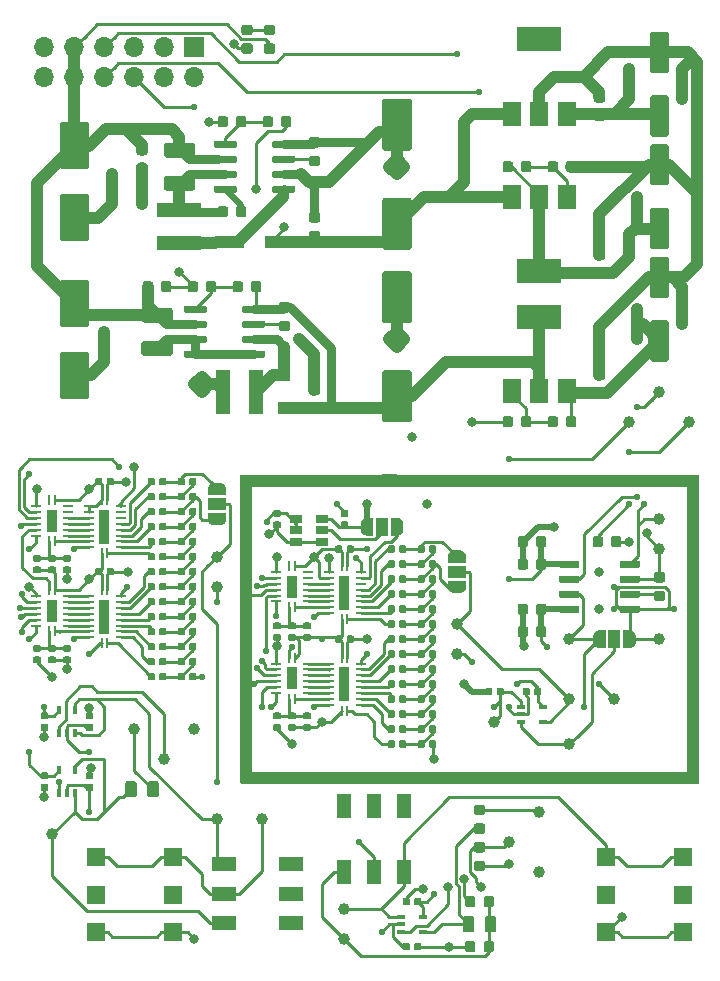
<source format=gbr>
%TF.GenerationSoftware,KiCad,Pcbnew,(5.1.5)-3*%
%TF.CreationDate,2020-10-12T09:52:32+02:00*%
%TF.ProjectId,PmodADC,506d6f64-4144-4432-9e6b-696361645f70,rev?*%
%TF.SameCoordinates,Original*%
%TF.FileFunction,Copper,L1,Top*%
%TF.FilePolarity,Positive*%
%FSLAX46Y46*%
G04 Gerber Fmt 4.6, Leading zero omitted, Abs format (unit mm)*
G04 Created by KiCad (PCBNEW (5.1.5)-3) date 2020-10-12 09:52:32*
%MOMM*%
%LPD*%
G04 APERTURE LIST*
%TA.AperFunction,SMDPad,CuDef*%
%ADD10R,3.800000X1.000000*%
%TD*%
%TA.AperFunction,SMDPad,CuDef*%
%ADD11R,3.000000X1.000000*%
%TD*%
%TA.AperFunction,SMDPad,CuDef*%
%ADD12R,1.000000X3.000000*%
%TD*%
%TA.AperFunction,SMDPad,CuDef*%
%ADD13R,1.000000X3.800000*%
%TD*%
%TA.AperFunction,SMDPad,CuDef*%
%ADD14R,0.900000X1.900000*%
%TD*%
%TA.AperFunction,SMDPad,CuDef*%
%ADD15R,0.240000X0.950000*%
%TD*%
%TA.AperFunction,SMDPad,CuDef*%
%ADD16R,0.950000X0.240000*%
%TD*%
%TA.AperFunction,SMDPad,CuDef*%
%ADD17C,0.100000*%
%TD*%
%TA.AperFunction,SMDPad,CuDef*%
%ADD18R,0.900000X2.900000*%
%TD*%
%TA.AperFunction,SMDPad,CuDef*%
%ADD19R,1.500000X1.000000*%
%TD*%
%TA.AperFunction,SMDPad,CuDef*%
%ADD20R,0.650000X0.400000*%
%TD*%
%TA.AperFunction,SMDPad,CuDef*%
%ADD21R,1.000000X1.500000*%
%TD*%
%TA.AperFunction,BGAPad,CuDef*%
%ADD22C,1.000000*%
%TD*%
%TA.AperFunction,SMDPad,CuDef*%
%ADD23R,1.060000X0.650000*%
%TD*%
%TA.AperFunction,ComponentPad*%
%ADD24O,1.700000X1.700000*%
%TD*%
%TA.AperFunction,ComponentPad*%
%ADD25R,1.700000X1.700000*%
%TD*%
%TA.AperFunction,SMDPad,CuDef*%
%ADD26R,0.400000X0.650000*%
%TD*%
%TA.AperFunction,SMDPad,CuDef*%
%ADD27R,1.500000X2.000000*%
%TD*%
%TA.AperFunction,SMDPad,CuDef*%
%ADD28R,3.800000X2.000000*%
%TD*%
%TA.AperFunction,SMDPad,CuDef*%
%ADD29R,2.000000X1.200000*%
%TD*%
%TA.AperFunction,SMDPad,CuDef*%
%ADD30R,1.200000X2.000000*%
%TD*%
%TA.AperFunction,ComponentPad*%
%ADD31C,1.000000*%
%TD*%
%TA.AperFunction,SMDPad,CuDef*%
%ADD32R,1.200000X3.700000*%
%TD*%
%TA.AperFunction,SMDPad,CuDef*%
%ADD33R,3.700000X1.200000*%
%TD*%
%TA.AperFunction,SMDPad,CuDef*%
%ADD34R,1.500000X1.500000*%
%TD*%
%TA.AperFunction,SMDPad,CuDef*%
%ADD35R,1.100000X1.100000*%
%TD*%
%TA.AperFunction,ViaPad*%
%ADD36C,0.800000*%
%TD*%
%TA.AperFunction,ViaPad*%
%ADD37C,0.550000*%
%TD*%
%TA.AperFunction,Conductor*%
%ADD38C,0.750000*%
%TD*%
%TA.AperFunction,Conductor*%
%ADD39C,1.000000*%
%TD*%
%TA.AperFunction,Conductor*%
%ADD40C,0.250000*%
%TD*%
%TA.AperFunction,Conductor*%
%ADD41C,0.500000*%
%TD*%
G04 APERTURE END LIST*
D10*
%TO.P,J2,1*%
%TO.N,GND*%
X12100000Y63800000D03*
X100000Y63800000D03*
X-5900000Y63800000D03*
X6100000Y63800000D03*
X18100000Y63800000D03*
X18100000Y89000000D03*
X12100000Y89000000D03*
X6100000Y89000000D03*
X100000Y89000000D03*
X-5900000Y89000000D03*
D11*
X24100000Y63800000D03*
D12*
X25100000Y64800000D03*
X25100000Y88000000D03*
D11*
X24100000Y89000000D03*
D13*
X25100000Y70300000D03*
X25100000Y76300000D03*
X25100000Y82300000D03*
D11*
X-11800000Y63800000D03*
D12*
X-12800000Y64800000D03*
D13*
X-12800000Y70300000D03*
X-12800000Y76300000D03*
X-12800000Y82300000D03*
D11*
X-11800000Y89000000D03*
D12*
X-12800000Y88000000D03*
%TD*%
D14*
%TO.P,U2,17*%
%TO.N,N/C*%
X-8890000Y80010000D03*
D15*
%TO.P,U2,9*%
%TO.N,Net-(U2-Pad9)*%
X-9140000Y81760000D03*
%TO.P,U2,8*%
%TO.N,GND*%
X-8640000Y81760000D03*
%TO.P,U2,16*%
%TO.N,Net-(C19-Pad1)*%
X-9140000Y78260000D03*
%TO.P,U2,1*%
%TO.N,Net-(U2-Pad1)*%
X-8640000Y78260000D03*
D16*
%TO.P,U2,7*%
%TO.N,Net-(U2-Pad7)*%
X-7565000Y81260000D03*
%TO.P,U2,6*%
%TO.N,Net-(U2-Pad6)*%
X-7565000Y80760000D03*
%TO.P,U2,5*%
%TO.N,Net-(U2-Pad5)*%
X-7565000Y80260000D03*
%TO.P,U2,4*%
%TO.N,Net-(U2-Pad4)*%
X-7565000Y79760000D03*
%TO.P,U2,3*%
%TO.N,Net-(U2-Pad3)*%
X-7565000Y79260000D03*
%TO.P,U2,2*%
%TO.N,Net-(U2-Pad2)*%
X-7565000Y78760000D03*
%TO.P,U2,10*%
%TO.N,+5V*%
X-10265000Y81260000D03*
%TO.P,U2,11*%
%TO.N,/ADC_C*%
X-10265000Y80760000D03*
%TO.P,U2,12*%
%TO.N,/ADC_L*%
X-10265000Y80260000D03*
%TO.P,U2,13*%
%TO.N,GND*%
X-10265000Y79760000D03*
%TO.P,U2,14*%
%TO.N,Net-(U1-Pad9)*%
X-10265000Y79260000D03*
%TO.P,U2,15*%
%TO.N,Net-(U2-Pad15)*%
X-10265000Y78760000D03*
%TD*%
D14*
%TO.P,U13,17*%
%TO.N,N/C*%
X-29210000Y85590000D03*
D15*
%TO.P,U13,9*%
%TO.N,Net-(U13-Pad9)*%
X-29460000Y87340000D03*
%TO.P,U13,8*%
%TO.N,GND*%
X-28960000Y87340000D03*
%TO.P,U13,16*%
%TO.N,Net-(C41-Pad1)*%
X-29460000Y83840000D03*
%TO.P,U13,1*%
%TO.N,Net-(U13-Pad1)*%
X-28960000Y83840000D03*
D16*
%TO.P,U13,7*%
%TO.N,Net-(U13-Pad7)*%
X-27885000Y86840000D03*
%TO.P,U13,6*%
%TO.N,Net-(U13-Pad6)*%
X-27885000Y86340000D03*
%TO.P,U13,5*%
%TO.N,Net-(U13-Pad5)*%
X-27885000Y85840000D03*
%TO.P,U13,4*%
%TO.N,Net-(U13-Pad4)*%
X-27885000Y85340000D03*
%TO.P,U13,3*%
%TO.N,Net-(U13-Pad3)*%
X-27885000Y84840000D03*
%TO.P,U13,2*%
%TO.N,Net-(U13-Pad2)*%
X-27885000Y84340000D03*
%TO.P,U13,10*%
%TO.N,+5V*%
X-30585000Y86840000D03*
%TO.P,U13,11*%
%TO.N,/DAC_C*%
X-30585000Y86340000D03*
%TO.P,U13,12*%
%TO.N,/DAC_L*%
X-30585000Y85840000D03*
%TO.P,U13,13*%
%TO.N,GND*%
X-30585000Y85340000D03*
%TO.P,U13,14*%
%TO.N,Net-(U12-Pad9)*%
X-30585000Y84840000D03*
%TO.P,U13,15*%
%TO.N,Net-(U13-Pad15)*%
X-30585000Y84340000D03*
%TD*%
D14*
%TO.P,U12,17*%
%TO.N,N/C*%
X-29210000Y77970000D03*
D15*
%TO.P,U12,9*%
%TO.N,Net-(U12-Pad9)*%
X-29460000Y79720000D03*
%TO.P,U12,8*%
%TO.N,GND*%
X-28960000Y79720000D03*
%TO.P,U12,16*%
%TO.N,Net-(C25-Pad1)*%
X-29460000Y76220000D03*
%TO.P,U12,1*%
%TO.N,Net-(U12-Pad1)*%
X-28960000Y76220000D03*
D16*
%TO.P,U12,7*%
%TO.N,Net-(U12-Pad7)*%
X-27885000Y79220000D03*
%TO.P,U12,6*%
%TO.N,Net-(U12-Pad6)*%
X-27885000Y78720000D03*
%TO.P,U12,5*%
%TO.N,Net-(U12-Pad5)*%
X-27885000Y78220000D03*
%TO.P,U12,4*%
%TO.N,Net-(U12-Pad4)*%
X-27885000Y77720000D03*
%TO.P,U12,3*%
%TO.N,Net-(U12-Pad3)*%
X-27885000Y77220000D03*
%TO.P,U12,2*%
%TO.N,Net-(U12-Pad2)*%
X-27885000Y76720000D03*
%TO.P,U12,10*%
%TO.N,+5V*%
X-30585000Y79220000D03*
%TO.P,U12,11*%
%TO.N,/DAC_C*%
X-30585000Y78720000D03*
%TO.P,U12,12*%
%TO.N,/DAC_L*%
X-30585000Y78220000D03*
%TO.P,U12,13*%
%TO.N,GND*%
X-30585000Y77720000D03*
%TO.P,U12,14*%
%TO.N,/DAC_S*%
X-30585000Y77220000D03*
%TO.P,U12,15*%
%TO.N,Net-(U12-Pad15)*%
X-30585000Y76720000D03*
%TD*%
%TA.AperFunction,SMDPad,CuDef*%
D17*
%TO.P,U16,8*%
%TO.N,/S&H*%
G36*
X20459703Y82214278D02*
G01*
X20474264Y82212118D01*
X20488543Y82208541D01*
X20502403Y82203582D01*
X20515710Y82197288D01*
X20528336Y82189720D01*
X20540159Y82180952D01*
X20551066Y82171066D01*
X20560952Y82160159D01*
X20569720Y82148336D01*
X20577288Y82135710D01*
X20583582Y82122403D01*
X20588541Y82108543D01*
X20592118Y82094264D01*
X20594278Y82079703D01*
X20595000Y82065000D01*
X20595000Y81765000D01*
X20594278Y81750297D01*
X20592118Y81735736D01*
X20588541Y81721457D01*
X20583582Y81707597D01*
X20577288Y81694290D01*
X20569720Y81681664D01*
X20560952Y81669841D01*
X20551066Y81658934D01*
X20540159Y81649048D01*
X20528336Y81640280D01*
X20515710Y81632712D01*
X20502403Y81626418D01*
X20488543Y81621459D01*
X20474264Y81617882D01*
X20459703Y81615722D01*
X20445000Y81615000D01*
X18995000Y81615000D01*
X18980297Y81615722D01*
X18965736Y81617882D01*
X18951457Y81621459D01*
X18937597Y81626418D01*
X18924290Y81632712D01*
X18911664Y81640280D01*
X18899841Y81649048D01*
X18888934Y81658934D01*
X18879048Y81669841D01*
X18870280Y81681664D01*
X18862712Y81694290D01*
X18856418Y81707597D01*
X18851459Y81721457D01*
X18847882Y81735736D01*
X18845722Y81750297D01*
X18845000Y81765000D01*
X18845000Y82065000D01*
X18845722Y82079703D01*
X18847882Y82094264D01*
X18851459Y82108543D01*
X18856418Y82122403D01*
X18862712Y82135710D01*
X18870280Y82148336D01*
X18879048Y82160159D01*
X18888934Y82171066D01*
X18899841Y82180952D01*
X18911664Y82189720D01*
X18924290Y82197288D01*
X18937597Y82203582D01*
X18951457Y82208541D01*
X18965736Y82212118D01*
X18980297Y82214278D01*
X18995000Y82215000D01*
X20445000Y82215000D01*
X20459703Y82214278D01*
G37*
%TD.AperFunction*%
%TA.AperFunction,SMDPad,CuDef*%
%TO.P,U16,7*%
%TO.N,GND*%
G36*
X20459703Y80944278D02*
G01*
X20474264Y80942118D01*
X20488543Y80938541D01*
X20502403Y80933582D01*
X20515710Y80927288D01*
X20528336Y80919720D01*
X20540159Y80910952D01*
X20551066Y80901066D01*
X20560952Y80890159D01*
X20569720Y80878336D01*
X20577288Y80865710D01*
X20583582Y80852403D01*
X20588541Y80838543D01*
X20592118Y80824264D01*
X20594278Y80809703D01*
X20595000Y80795000D01*
X20595000Y80495000D01*
X20594278Y80480297D01*
X20592118Y80465736D01*
X20588541Y80451457D01*
X20583582Y80437597D01*
X20577288Y80424290D01*
X20569720Y80411664D01*
X20560952Y80399841D01*
X20551066Y80388934D01*
X20540159Y80379048D01*
X20528336Y80370280D01*
X20515710Y80362712D01*
X20502403Y80356418D01*
X20488543Y80351459D01*
X20474264Y80347882D01*
X20459703Y80345722D01*
X20445000Y80345000D01*
X18995000Y80345000D01*
X18980297Y80345722D01*
X18965736Y80347882D01*
X18951457Y80351459D01*
X18937597Y80356418D01*
X18924290Y80362712D01*
X18911664Y80370280D01*
X18899841Y80379048D01*
X18888934Y80388934D01*
X18879048Y80399841D01*
X18870280Y80411664D01*
X18862712Y80424290D01*
X18856418Y80437597D01*
X18851459Y80451457D01*
X18847882Y80465736D01*
X18845722Y80480297D01*
X18845000Y80495000D01*
X18845000Y80795000D01*
X18845722Y80809703D01*
X18847882Y80824264D01*
X18851459Y80838543D01*
X18856418Y80852403D01*
X18862712Y80865710D01*
X18870280Y80878336D01*
X18879048Y80890159D01*
X18888934Y80901066D01*
X18899841Y80910952D01*
X18911664Y80919720D01*
X18924290Y80927288D01*
X18937597Y80933582D01*
X18951457Y80938541D01*
X18965736Y80942118D01*
X18980297Y80944278D01*
X18995000Y80945000D01*
X20445000Y80945000D01*
X20459703Y80944278D01*
G37*
%TD.AperFunction*%
%TA.AperFunction,SMDPad,CuDef*%
%TO.P,U16,6*%
%TO.N,Net-(C34-Pad1)*%
G36*
X20459703Y79674278D02*
G01*
X20474264Y79672118D01*
X20488543Y79668541D01*
X20502403Y79663582D01*
X20515710Y79657288D01*
X20528336Y79649720D01*
X20540159Y79640952D01*
X20551066Y79631066D01*
X20560952Y79620159D01*
X20569720Y79608336D01*
X20577288Y79595710D01*
X20583582Y79582403D01*
X20588541Y79568543D01*
X20592118Y79554264D01*
X20594278Y79539703D01*
X20595000Y79525000D01*
X20595000Y79225000D01*
X20594278Y79210297D01*
X20592118Y79195736D01*
X20588541Y79181457D01*
X20583582Y79167597D01*
X20577288Y79154290D01*
X20569720Y79141664D01*
X20560952Y79129841D01*
X20551066Y79118934D01*
X20540159Y79109048D01*
X20528336Y79100280D01*
X20515710Y79092712D01*
X20502403Y79086418D01*
X20488543Y79081459D01*
X20474264Y79077882D01*
X20459703Y79075722D01*
X20445000Y79075000D01*
X18995000Y79075000D01*
X18980297Y79075722D01*
X18965736Y79077882D01*
X18951457Y79081459D01*
X18937597Y79086418D01*
X18924290Y79092712D01*
X18911664Y79100280D01*
X18899841Y79109048D01*
X18888934Y79118934D01*
X18879048Y79129841D01*
X18870280Y79141664D01*
X18862712Y79154290D01*
X18856418Y79167597D01*
X18851459Y79181457D01*
X18847882Y79195736D01*
X18845722Y79210297D01*
X18845000Y79225000D01*
X18845000Y79525000D01*
X18845722Y79539703D01*
X18847882Y79554264D01*
X18851459Y79568543D01*
X18856418Y79582403D01*
X18862712Y79595710D01*
X18870280Y79608336D01*
X18879048Y79620159D01*
X18888934Y79631066D01*
X18899841Y79640952D01*
X18911664Y79649720D01*
X18924290Y79657288D01*
X18937597Y79663582D01*
X18951457Y79668541D01*
X18965736Y79672118D01*
X18980297Y79674278D01*
X18995000Y79675000D01*
X20445000Y79675000D01*
X20459703Y79674278D01*
G37*
%TD.AperFunction*%
%TA.AperFunction,SMDPad,CuDef*%
%TO.P,U16,5*%
%TO.N,Net-(JP2-Pad1)*%
G36*
X20459703Y78404278D02*
G01*
X20474264Y78402118D01*
X20488543Y78398541D01*
X20502403Y78393582D01*
X20515710Y78387288D01*
X20528336Y78379720D01*
X20540159Y78370952D01*
X20551066Y78361066D01*
X20560952Y78350159D01*
X20569720Y78338336D01*
X20577288Y78325710D01*
X20583582Y78312403D01*
X20588541Y78298543D01*
X20592118Y78284264D01*
X20594278Y78269703D01*
X20595000Y78255000D01*
X20595000Y77955000D01*
X20594278Y77940297D01*
X20592118Y77925736D01*
X20588541Y77911457D01*
X20583582Y77897597D01*
X20577288Y77884290D01*
X20569720Y77871664D01*
X20560952Y77859841D01*
X20551066Y77848934D01*
X20540159Y77839048D01*
X20528336Y77830280D01*
X20515710Y77822712D01*
X20502403Y77816418D01*
X20488543Y77811459D01*
X20474264Y77807882D01*
X20459703Y77805722D01*
X20445000Y77805000D01*
X18995000Y77805000D01*
X18980297Y77805722D01*
X18965736Y77807882D01*
X18951457Y77811459D01*
X18937597Y77816418D01*
X18924290Y77822712D01*
X18911664Y77830280D01*
X18899841Y77839048D01*
X18888934Y77848934D01*
X18879048Y77859841D01*
X18870280Y77871664D01*
X18862712Y77884290D01*
X18856418Y77897597D01*
X18851459Y77911457D01*
X18847882Y77925736D01*
X18845722Y77940297D01*
X18845000Y77955000D01*
X18845000Y78255000D01*
X18845722Y78269703D01*
X18847882Y78284264D01*
X18851459Y78298543D01*
X18856418Y78312403D01*
X18862712Y78325710D01*
X18870280Y78338336D01*
X18879048Y78350159D01*
X18888934Y78361066D01*
X18899841Y78370952D01*
X18911664Y78379720D01*
X18924290Y78387288D01*
X18937597Y78393582D01*
X18951457Y78398541D01*
X18965736Y78402118D01*
X18980297Y78404278D01*
X18995000Y78405000D01*
X20445000Y78405000D01*
X20459703Y78404278D01*
G37*
%TD.AperFunction*%
%TA.AperFunction,SMDPad,CuDef*%
%TO.P,U16,4*%
%TO.N,-9V*%
G36*
X15309703Y78404278D02*
G01*
X15324264Y78402118D01*
X15338543Y78398541D01*
X15352403Y78393582D01*
X15365710Y78387288D01*
X15378336Y78379720D01*
X15390159Y78370952D01*
X15401066Y78361066D01*
X15410952Y78350159D01*
X15419720Y78338336D01*
X15427288Y78325710D01*
X15433582Y78312403D01*
X15438541Y78298543D01*
X15442118Y78284264D01*
X15444278Y78269703D01*
X15445000Y78255000D01*
X15445000Y77955000D01*
X15444278Y77940297D01*
X15442118Y77925736D01*
X15438541Y77911457D01*
X15433582Y77897597D01*
X15427288Y77884290D01*
X15419720Y77871664D01*
X15410952Y77859841D01*
X15401066Y77848934D01*
X15390159Y77839048D01*
X15378336Y77830280D01*
X15365710Y77822712D01*
X15352403Y77816418D01*
X15338543Y77811459D01*
X15324264Y77807882D01*
X15309703Y77805722D01*
X15295000Y77805000D01*
X13845000Y77805000D01*
X13830297Y77805722D01*
X13815736Y77807882D01*
X13801457Y77811459D01*
X13787597Y77816418D01*
X13774290Y77822712D01*
X13761664Y77830280D01*
X13749841Y77839048D01*
X13738934Y77848934D01*
X13729048Y77859841D01*
X13720280Y77871664D01*
X13712712Y77884290D01*
X13706418Y77897597D01*
X13701459Y77911457D01*
X13697882Y77925736D01*
X13695722Y77940297D01*
X13695000Y77955000D01*
X13695000Y78255000D01*
X13695722Y78269703D01*
X13697882Y78284264D01*
X13701459Y78298543D01*
X13706418Y78312403D01*
X13712712Y78325710D01*
X13720280Y78338336D01*
X13729048Y78350159D01*
X13738934Y78361066D01*
X13749841Y78370952D01*
X13761664Y78379720D01*
X13774290Y78387288D01*
X13787597Y78393582D01*
X13801457Y78398541D01*
X13815736Y78402118D01*
X13830297Y78404278D01*
X13845000Y78405000D01*
X15295000Y78405000D01*
X15309703Y78404278D01*
G37*
%TD.AperFunction*%
%TA.AperFunction,SMDPad,CuDef*%
%TO.P,U16,3*%
%TO.N,Net-(JP2-Pad3)*%
G36*
X15309703Y79674278D02*
G01*
X15324264Y79672118D01*
X15338543Y79668541D01*
X15352403Y79663582D01*
X15365710Y79657288D01*
X15378336Y79649720D01*
X15390159Y79640952D01*
X15401066Y79631066D01*
X15410952Y79620159D01*
X15419720Y79608336D01*
X15427288Y79595710D01*
X15433582Y79582403D01*
X15438541Y79568543D01*
X15442118Y79554264D01*
X15444278Y79539703D01*
X15445000Y79525000D01*
X15445000Y79225000D01*
X15444278Y79210297D01*
X15442118Y79195736D01*
X15438541Y79181457D01*
X15433582Y79167597D01*
X15427288Y79154290D01*
X15419720Y79141664D01*
X15410952Y79129841D01*
X15401066Y79118934D01*
X15390159Y79109048D01*
X15378336Y79100280D01*
X15365710Y79092712D01*
X15352403Y79086418D01*
X15338543Y79081459D01*
X15324264Y79077882D01*
X15309703Y79075722D01*
X15295000Y79075000D01*
X13845000Y79075000D01*
X13830297Y79075722D01*
X13815736Y79077882D01*
X13801457Y79081459D01*
X13787597Y79086418D01*
X13774290Y79092712D01*
X13761664Y79100280D01*
X13749841Y79109048D01*
X13738934Y79118934D01*
X13729048Y79129841D01*
X13720280Y79141664D01*
X13712712Y79154290D01*
X13706418Y79167597D01*
X13701459Y79181457D01*
X13697882Y79195736D01*
X13695722Y79210297D01*
X13695000Y79225000D01*
X13695000Y79525000D01*
X13695722Y79539703D01*
X13697882Y79554264D01*
X13701459Y79568543D01*
X13706418Y79582403D01*
X13712712Y79595710D01*
X13720280Y79608336D01*
X13729048Y79620159D01*
X13738934Y79631066D01*
X13749841Y79640952D01*
X13761664Y79649720D01*
X13774290Y79657288D01*
X13787597Y79663582D01*
X13801457Y79668541D01*
X13815736Y79672118D01*
X13830297Y79674278D01*
X13845000Y79675000D01*
X15295000Y79675000D01*
X15309703Y79674278D01*
G37*
%TD.AperFunction*%
%TA.AperFunction,SMDPad,CuDef*%
%TO.P,U16,2*%
%TO.N,Net-(RV2-Pad2)*%
G36*
X15309703Y80944278D02*
G01*
X15324264Y80942118D01*
X15338543Y80938541D01*
X15352403Y80933582D01*
X15365710Y80927288D01*
X15378336Y80919720D01*
X15390159Y80910952D01*
X15401066Y80901066D01*
X15410952Y80890159D01*
X15419720Y80878336D01*
X15427288Y80865710D01*
X15433582Y80852403D01*
X15438541Y80838543D01*
X15442118Y80824264D01*
X15444278Y80809703D01*
X15445000Y80795000D01*
X15445000Y80495000D01*
X15444278Y80480297D01*
X15442118Y80465736D01*
X15438541Y80451457D01*
X15433582Y80437597D01*
X15427288Y80424290D01*
X15419720Y80411664D01*
X15410952Y80399841D01*
X15401066Y80388934D01*
X15390159Y80379048D01*
X15378336Y80370280D01*
X15365710Y80362712D01*
X15352403Y80356418D01*
X15338543Y80351459D01*
X15324264Y80347882D01*
X15309703Y80345722D01*
X15295000Y80345000D01*
X13845000Y80345000D01*
X13830297Y80345722D01*
X13815736Y80347882D01*
X13801457Y80351459D01*
X13787597Y80356418D01*
X13774290Y80362712D01*
X13761664Y80370280D01*
X13749841Y80379048D01*
X13738934Y80388934D01*
X13729048Y80399841D01*
X13720280Y80411664D01*
X13712712Y80424290D01*
X13706418Y80437597D01*
X13701459Y80451457D01*
X13697882Y80465736D01*
X13695722Y80480297D01*
X13695000Y80495000D01*
X13695000Y80795000D01*
X13695722Y80809703D01*
X13697882Y80824264D01*
X13701459Y80838543D01*
X13706418Y80852403D01*
X13712712Y80865710D01*
X13720280Y80878336D01*
X13729048Y80890159D01*
X13738934Y80901066D01*
X13749841Y80910952D01*
X13761664Y80919720D01*
X13774290Y80927288D01*
X13787597Y80933582D01*
X13801457Y80938541D01*
X13815736Y80942118D01*
X13830297Y80944278D01*
X13845000Y80945000D01*
X15295000Y80945000D01*
X15309703Y80944278D01*
G37*
%TD.AperFunction*%
%TA.AperFunction,SMDPad,CuDef*%
%TO.P,U16,1*%
%TO.N,+9V*%
G36*
X15309703Y82214278D02*
G01*
X15324264Y82212118D01*
X15338543Y82208541D01*
X15352403Y82203582D01*
X15365710Y82197288D01*
X15378336Y82189720D01*
X15390159Y82180952D01*
X15401066Y82171066D01*
X15410952Y82160159D01*
X15419720Y82148336D01*
X15427288Y82135710D01*
X15433582Y82122403D01*
X15438541Y82108543D01*
X15442118Y82094264D01*
X15444278Y82079703D01*
X15445000Y82065000D01*
X15445000Y81765000D01*
X15444278Y81750297D01*
X15442118Y81735736D01*
X15438541Y81721457D01*
X15433582Y81707597D01*
X15427288Y81694290D01*
X15419720Y81681664D01*
X15410952Y81669841D01*
X15401066Y81658934D01*
X15390159Y81649048D01*
X15378336Y81640280D01*
X15365710Y81632712D01*
X15352403Y81626418D01*
X15338543Y81621459D01*
X15324264Y81617882D01*
X15309703Y81615722D01*
X15295000Y81615000D01*
X13845000Y81615000D01*
X13830297Y81615722D01*
X13815736Y81617882D01*
X13801457Y81621459D01*
X13787597Y81626418D01*
X13774290Y81632712D01*
X13761664Y81640280D01*
X13749841Y81649048D01*
X13738934Y81658934D01*
X13729048Y81669841D01*
X13720280Y81681664D01*
X13712712Y81694290D01*
X13706418Y81707597D01*
X13701459Y81721457D01*
X13697882Y81735736D01*
X13695722Y81750297D01*
X13695000Y81765000D01*
X13695000Y82065000D01*
X13695722Y82079703D01*
X13697882Y82094264D01*
X13701459Y82108543D01*
X13706418Y82122403D01*
X13712712Y82135710D01*
X13720280Y82148336D01*
X13729048Y82160159D01*
X13738934Y82171066D01*
X13749841Y82180952D01*
X13761664Y82189720D01*
X13774290Y82197288D01*
X13787597Y82203582D01*
X13801457Y82208541D01*
X13815736Y82212118D01*
X13830297Y82214278D01*
X13845000Y82215000D01*
X15295000Y82215000D01*
X15309703Y82214278D01*
G37*
%TD.AperFunction*%
%TD*%
%TA.AperFunction,SMDPad,CuDef*%
%TO.P,C29,2*%
%TO.N,GND*%
G36*
X-25088042Y89219290D02*
G01*
X-25073724Y89217166D01*
X-25059683Y89213649D01*
X-25046054Y89208772D01*
X-25032969Y89202583D01*
X-25020553Y89195142D01*
X-25008927Y89186519D01*
X-24998202Y89176798D01*
X-24988481Y89166073D01*
X-24979858Y89154447D01*
X-24972417Y89142031D01*
X-24966228Y89128946D01*
X-24961351Y89115317D01*
X-24957834Y89101276D01*
X-24955710Y89086958D01*
X-24955000Y89072500D01*
X-24955000Y88727500D01*
X-24955710Y88713042D01*
X-24957834Y88698724D01*
X-24961351Y88684683D01*
X-24966228Y88671054D01*
X-24972417Y88657969D01*
X-24979858Y88645553D01*
X-24988481Y88633927D01*
X-24998202Y88623202D01*
X-25008927Y88613481D01*
X-25020553Y88604858D01*
X-25032969Y88597417D01*
X-25046054Y88591228D01*
X-25059683Y88586351D01*
X-25073724Y88582834D01*
X-25088042Y88580710D01*
X-25102500Y88580000D01*
X-25397500Y88580000D01*
X-25411958Y88580710D01*
X-25426276Y88582834D01*
X-25440317Y88586351D01*
X-25453946Y88591228D01*
X-25467031Y88597417D01*
X-25479447Y88604858D01*
X-25491073Y88613481D01*
X-25501798Y88623202D01*
X-25511519Y88633927D01*
X-25520142Y88645553D01*
X-25527583Y88657969D01*
X-25533772Y88671054D01*
X-25538649Y88684683D01*
X-25542166Y88698724D01*
X-25544290Y88713042D01*
X-25545000Y88727500D01*
X-25545000Y89072500D01*
X-25544290Y89086958D01*
X-25542166Y89101276D01*
X-25538649Y89115317D01*
X-25533772Y89128946D01*
X-25527583Y89142031D01*
X-25520142Y89154447D01*
X-25511519Y89166073D01*
X-25501798Y89176798D01*
X-25491073Y89186519D01*
X-25479447Y89195142D01*
X-25467031Y89202583D01*
X-25453946Y89208772D01*
X-25440317Y89213649D01*
X-25426276Y89217166D01*
X-25411958Y89219290D01*
X-25397500Y89220000D01*
X-25102500Y89220000D01*
X-25088042Y89219290D01*
G37*
%TD.AperFunction*%
%TA.AperFunction,SMDPad,CuDef*%
%TO.P,C29,1*%
%TO.N,/Vref_5V*%
G36*
X-24118042Y89219290D02*
G01*
X-24103724Y89217166D01*
X-24089683Y89213649D01*
X-24076054Y89208772D01*
X-24062969Y89202583D01*
X-24050553Y89195142D01*
X-24038927Y89186519D01*
X-24028202Y89176798D01*
X-24018481Y89166073D01*
X-24009858Y89154447D01*
X-24002417Y89142031D01*
X-23996228Y89128946D01*
X-23991351Y89115317D01*
X-23987834Y89101276D01*
X-23985710Y89086958D01*
X-23985000Y89072500D01*
X-23985000Y88727500D01*
X-23985710Y88713042D01*
X-23987834Y88698724D01*
X-23991351Y88684683D01*
X-23996228Y88671054D01*
X-24002417Y88657969D01*
X-24009858Y88645553D01*
X-24018481Y88633927D01*
X-24028202Y88623202D01*
X-24038927Y88613481D01*
X-24050553Y88604858D01*
X-24062969Y88597417D01*
X-24076054Y88591228D01*
X-24089683Y88586351D01*
X-24103724Y88582834D01*
X-24118042Y88580710D01*
X-24132500Y88580000D01*
X-24427500Y88580000D01*
X-24441958Y88580710D01*
X-24456276Y88582834D01*
X-24470317Y88586351D01*
X-24483946Y88591228D01*
X-24497031Y88597417D01*
X-24509447Y88604858D01*
X-24521073Y88613481D01*
X-24531798Y88623202D01*
X-24541519Y88633927D01*
X-24550142Y88645553D01*
X-24557583Y88657969D01*
X-24563772Y88671054D01*
X-24568649Y88684683D01*
X-24572166Y88698724D01*
X-24574290Y88713042D01*
X-24575000Y88727500D01*
X-24575000Y89072500D01*
X-24574290Y89086958D01*
X-24572166Y89101276D01*
X-24568649Y89115317D01*
X-24563772Y89128946D01*
X-24557583Y89142031D01*
X-24550142Y89154447D01*
X-24541519Y89166073D01*
X-24531798Y89176798D01*
X-24521073Y89186519D01*
X-24509447Y89195142D01*
X-24497031Y89202583D01*
X-24483946Y89208772D01*
X-24470317Y89213649D01*
X-24456276Y89217166D01*
X-24441958Y89219290D01*
X-24427500Y89220000D01*
X-24132500Y89220000D01*
X-24118042Y89219290D01*
G37*
%TD.AperFunction*%
%TD*%
D18*
%TO.P,U15,21*%
%TO.N,N/C*%
X-24765000Y85090000D03*
D15*
%TO.P,U15,11*%
%TO.N,Net-(R50-Pad2)*%
X-24515000Y82840000D03*
%TO.P,U15,10*%
%TO.N,GND*%
X-25015000Y82840000D03*
%TO.P,U15,20*%
%TO.N,/Vref_5V*%
X-24515000Y87340000D03*
%TO.P,U15,1*%
%TO.N,GND*%
X-25015000Y87340000D03*
D16*
%TO.P,U15,9*%
%TO.N,Net-(U13-Pad15)*%
X-26090000Y83340000D03*
%TO.P,U15,8*%
%TO.N,Net-(U13-Pad1)*%
X-26090000Y83840000D03*
%TO.P,U15,7*%
%TO.N,Net-(U13-Pad2)*%
X-26090000Y84340000D03*
%TO.P,U15,6*%
%TO.N,Net-(U13-Pad3)*%
X-26090000Y84840000D03*
%TO.P,U15,5*%
%TO.N,Net-(U13-Pad4)*%
X-26090000Y85340000D03*
%TO.P,U15,4*%
%TO.N,Net-(U13-Pad5)*%
X-26090000Y85840000D03*
%TO.P,U15,3*%
%TO.N,GND*%
X-26090000Y86340000D03*
%TO.P,U15,2*%
X-26090000Y86840000D03*
%TO.P,U15,12*%
%TO.N,Net-(R51-Pad2)*%
X-23390000Y83340000D03*
%TO.P,U15,13*%
%TO.N,Net-(R52-Pad2)*%
X-23390000Y83840000D03*
%TO.P,U15,14*%
%TO.N,Net-(R53-Pad2)*%
X-23390000Y84340000D03*
%TO.P,U15,15*%
%TO.N,Net-(R75-Pad2)*%
X-23390000Y84840000D03*
%TO.P,U15,16*%
%TO.N,Net-(R76-Pad2)*%
X-23390000Y85340000D03*
%TO.P,U15,17*%
%TO.N,Net-(U15-Pad17)*%
X-23390000Y85840000D03*
%TO.P,U15,18*%
%TO.N,Net-(U15-Pad18)*%
X-23390000Y86340000D03*
%TO.P,U15,19*%
%TO.N,GND*%
X-23390000Y86840000D03*
%TD*%
D18*
%TO.P,U14,21*%
%TO.N,N/C*%
X-24765000Y77470000D03*
D15*
%TO.P,U14,11*%
%TO.N,Net-(R42-Pad2)*%
X-24515000Y75220000D03*
%TO.P,U14,10*%
%TO.N,GND*%
X-25015000Y75220000D03*
%TO.P,U14,20*%
%TO.N,/Vref_5V*%
X-24515000Y79720000D03*
%TO.P,U14,1*%
%TO.N,GND*%
X-25015000Y79720000D03*
D16*
%TO.P,U14,9*%
%TO.N,Net-(U12-Pad15)*%
X-26090000Y75720000D03*
%TO.P,U14,8*%
%TO.N,Net-(U12-Pad1)*%
X-26090000Y76220000D03*
%TO.P,U14,7*%
%TO.N,Net-(U12-Pad2)*%
X-26090000Y76720000D03*
%TO.P,U14,6*%
%TO.N,Net-(U12-Pad3)*%
X-26090000Y77220000D03*
%TO.P,U14,5*%
%TO.N,Net-(U12-Pad4)*%
X-26090000Y77720000D03*
%TO.P,U14,4*%
%TO.N,Net-(U12-Pad5)*%
X-26090000Y78220000D03*
%TO.P,U14,3*%
%TO.N,Net-(U12-Pad6)*%
X-26090000Y78720000D03*
%TO.P,U14,2*%
%TO.N,Net-(U12-Pad7)*%
X-26090000Y79220000D03*
%TO.P,U14,12*%
%TO.N,Net-(R43-Pad2)*%
X-23390000Y75720000D03*
%TO.P,U14,13*%
%TO.N,Net-(R44-Pad2)*%
X-23390000Y76220000D03*
%TO.P,U14,14*%
%TO.N,Net-(R45-Pad2)*%
X-23390000Y76720000D03*
%TO.P,U14,15*%
%TO.N,Net-(R46-Pad2)*%
X-23390000Y77220000D03*
%TO.P,U14,16*%
%TO.N,Net-(R47-Pad2)*%
X-23390000Y77720000D03*
%TO.P,U14,17*%
%TO.N,Net-(R48-Pad2)*%
X-23390000Y78220000D03*
%TO.P,U14,18*%
%TO.N,Net-(R49-Pad2)*%
X-23390000Y78720000D03*
%TO.P,U14,19*%
%TO.N,GND*%
X-23390000Y79220000D03*
%TD*%
%TA.AperFunction,SMDPad,CuDef*%
D17*
%TO.P,C7,2*%
%TO.N,GND*%
G36*
X-7433042Y76009290D02*
G01*
X-7418724Y76007166D01*
X-7404683Y76003649D01*
X-7391054Y75998772D01*
X-7377969Y75992583D01*
X-7365553Y75985142D01*
X-7353927Y75976519D01*
X-7343202Y75966798D01*
X-7333481Y75956073D01*
X-7324858Y75944447D01*
X-7317417Y75932031D01*
X-7311228Y75918946D01*
X-7306351Y75905317D01*
X-7302834Y75891276D01*
X-7300710Y75876958D01*
X-7300000Y75862500D01*
X-7300000Y75567500D01*
X-7300710Y75553042D01*
X-7302834Y75538724D01*
X-7306351Y75524683D01*
X-7311228Y75511054D01*
X-7317417Y75497969D01*
X-7324858Y75485553D01*
X-7333481Y75473927D01*
X-7343202Y75463202D01*
X-7353927Y75453481D01*
X-7365553Y75444858D01*
X-7377969Y75437417D01*
X-7391054Y75431228D01*
X-7404683Y75426351D01*
X-7418724Y75422834D01*
X-7433042Y75420710D01*
X-7447500Y75420000D01*
X-7792500Y75420000D01*
X-7806958Y75420710D01*
X-7821276Y75422834D01*
X-7835317Y75426351D01*
X-7848946Y75431228D01*
X-7862031Y75437417D01*
X-7874447Y75444858D01*
X-7886073Y75453481D01*
X-7896798Y75463202D01*
X-7906519Y75473927D01*
X-7915142Y75485553D01*
X-7922583Y75497969D01*
X-7928772Y75511054D01*
X-7933649Y75524683D01*
X-7937166Y75538724D01*
X-7939290Y75553042D01*
X-7940000Y75567500D01*
X-7940000Y75862500D01*
X-7939290Y75876958D01*
X-7937166Y75891276D01*
X-7933649Y75905317D01*
X-7928772Y75918946D01*
X-7922583Y75932031D01*
X-7915142Y75944447D01*
X-7906519Y75956073D01*
X-7896798Y75966798D01*
X-7886073Y75976519D01*
X-7874447Y75985142D01*
X-7862031Y75992583D01*
X-7848946Y75998772D01*
X-7835317Y76003649D01*
X-7821276Y76007166D01*
X-7806958Y76009290D01*
X-7792500Y76010000D01*
X-7447500Y76010000D01*
X-7433042Y76009290D01*
G37*
%TD.AperFunction*%
%TA.AperFunction,SMDPad,CuDef*%
%TO.P,C7,1*%
%TO.N,Net-(C19-Pad1)*%
G36*
X-7433042Y76979290D02*
G01*
X-7418724Y76977166D01*
X-7404683Y76973649D01*
X-7391054Y76968772D01*
X-7377969Y76962583D01*
X-7365553Y76955142D01*
X-7353927Y76946519D01*
X-7343202Y76936798D01*
X-7333481Y76926073D01*
X-7324858Y76914447D01*
X-7317417Y76902031D01*
X-7311228Y76888946D01*
X-7306351Y76875317D01*
X-7302834Y76861276D01*
X-7300710Y76846958D01*
X-7300000Y76832500D01*
X-7300000Y76537500D01*
X-7300710Y76523042D01*
X-7302834Y76508724D01*
X-7306351Y76494683D01*
X-7311228Y76481054D01*
X-7317417Y76467969D01*
X-7324858Y76455553D01*
X-7333481Y76443927D01*
X-7343202Y76433202D01*
X-7353927Y76423481D01*
X-7365553Y76414858D01*
X-7377969Y76407417D01*
X-7391054Y76401228D01*
X-7404683Y76396351D01*
X-7418724Y76392834D01*
X-7433042Y76390710D01*
X-7447500Y76390000D01*
X-7792500Y76390000D01*
X-7806958Y76390710D01*
X-7821276Y76392834D01*
X-7835317Y76396351D01*
X-7848946Y76401228D01*
X-7862031Y76407417D01*
X-7874447Y76414858D01*
X-7886073Y76423481D01*
X-7896798Y76433202D01*
X-7906519Y76443927D01*
X-7915142Y76455553D01*
X-7922583Y76467969D01*
X-7928772Y76481054D01*
X-7933649Y76494683D01*
X-7937166Y76508724D01*
X-7939290Y76523042D01*
X-7940000Y76537500D01*
X-7940000Y76832500D01*
X-7939290Y76846958D01*
X-7937166Y76861276D01*
X-7933649Y76875317D01*
X-7928772Y76888946D01*
X-7922583Y76902031D01*
X-7915142Y76914447D01*
X-7906519Y76926073D01*
X-7896798Y76936798D01*
X-7886073Y76946519D01*
X-7874447Y76955142D01*
X-7862031Y76962583D01*
X-7848946Y76968772D01*
X-7835317Y76973649D01*
X-7821276Y76977166D01*
X-7806958Y76979290D01*
X-7792500Y76980000D01*
X-7447500Y76980000D01*
X-7433042Y76979290D01*
G37*
%TD.AperFunction*%
%TD*%
%TA.AperFunction,SMDPad,CuDef*%
%TO.P,C10,2*%
%TO.N,GND*%
G36*
X-4768042Y83504290D02*
G01*
X-4753724Y83502166D01*
X-4739683Y83498649D01*
X-4726054Y83493772D01*
X-4712969Y83487583D01*
X-4700553Y83480142D01*
X-4688927Y83471519D01*
X-4678202Y83461798D01*
X-4668481Y83451073D01*
X-4659858Y83439447D01*
X-4652417Y83427031D01*
X-4646228Y83413946D01*
X-4641351Y83400317D01*
X-4637834Y83386276D01*
X-4635710Y83371958D01*
X-4635000Y83357500D01*
X-4635000Y83012500D01*
X-4635710Y82998042D01*
X-4637834Y82983724D01*
X-4641351Y82969683D01*
X-4646228Y82956054D01*
X-4652417Y82942969D01*
X-4659858Y82930553D01*
X-4668481Y82918927D01*
X-4678202Y82908202D01*
X-4688927Y82898481D01*
X-4700553Y82889858D01*
X-4712969Y82882417D01*
X-4726054Y82876228D01*
X-4739683Y82871351D01*
X-4753724Y82867834D01*
X-4768042Y82865710D01*
X-4782500Y82865000D01*
X-5077500Y82865000D01*
X-5091958Y82865710D01*
X-5106276Y82867834D01*
X-5120317Y82871351D01*
X-5133946Y82876228D01*
X-5147031Y82882417D01*
X-5159447Y82889858D01*
X-5171073Y82898481D01*
X-5181798Y82908202D01*
X-5191519Y82918927D01*
X-5200142Y82930553D01*
X-5207583Y82942969D01*
X-5213772Y82956054D01*
X-5218649Y82969683D01*
X-5222166Y82983724D01*
X-5224290Y82998042D01*
X-5225000Y83012500D01*
X-5225000Y83357500D01*
X-5224290Y83371958D01*
X-5222166Y83386276D01*
X-5218649Y83400317D01*
X-5213772Y83413946D01*
X-5207583Y83427031D01*
X-5200142Y83439447D01*
X-5191519Y83451073D01*
X-5181798Y83461798D01*
X-5171073Y83471519D01*
X-5159447Y83480142D01*
X-5147031Y83487583D01*
X-5133946Y83493772D01*
X-5120317Y83498649D01*
X-5106276Y83502166D01*
X-5091958Y83504290D01*
X-5077500Y83505000D01*
X-4782500Y83505000D01*
X-4768042Y83504290D01*
G37*
%TD.AperFunction*%
%TA.AperFunction,SMDPad,CuDef*%
%TO.P,C10,1*%
%TO.N,/Vref_5V*%
G36*
X-3798042Y83504290D02*
G01*
X-3783724Y83502166D01*
X-3769683Y83498649D01*
X-3756054Y83493772D01*
X-3742969Y83487583D01*
X-3730553Y83480142D01*
X-3718927Y83471519D01*
X-3708202Y83461798D01*
X-3698481Y83451073D01*
X-3689858Y83439447D01*
X-3682417Y83427031D01*
X-3676228Y83413946D01*
X-3671351Y83400317D01*
X-3667834Y83386276D01*
X-3665710Y83371958D01*
X-3665000Y83357500D01*
X-3665000Y83012500D01*
X-3665710Y82998042D01*
X-3667834Y82983724D01*
X-3671351Y82969683D01*
X-3676228Y82956054D01*
X-3682417Y82942969D01*
X-3689858Y82930553D01*
X-3698481Y82918927D01*
X-3708202Y82908202D01*
X-3718927Y82898481D01*
X-3730553Y82889858D01*
X-3742969Y82882417D01*
X-3756054Y82876228D01*
X-3769683Y82871351D01*
X-3783724Y82867834D01*
X-3798042Y82865710D01*
X-3812500Y82865000D01*
X-4107500Y82865000D01*
X-4121958Y82865710D01*
X-4136276Y82867834D01*
X-4150317Y82871351D01*
X-4163946Y82876228D01*
X-4177031Y82882417D01*
X-4189447Y82889858D01*
X-4201073Y82898481D01*
X-4211798Y82908202D01*
X-4221519Y82918927D01*
X-4230142Y82930553D01*
X-4237583Y82942969D01*
X-4243772Y82956054D01*
X-4248649Y82969683D01*
X-4252166Y82983724D01*
X-4254290Y82998042D01*
X-4255000Y83012500D01*
X-4255000Y83357500D01*
X-4254290Y83371958D01*
X-4252166Y83386276D01*
X-4248649Y83400317D01*
X-4243772Y83413946D01*
X-4237583Y83427031D01*
X-4230142Y83439447D01*
X-4221519Y83451073D01*
X-4211798Y83461798D01*
X-4201073Y83471519D01*
X-4189447Y83480142D01*
X-4177031Y83487583D01*
X-4163946Y83493772D01*
X-4150317Y83498649D01*
X-4136276Y83502166D01*
X-4121958Y83504290D01*
X-4107500Y83505000D01*
X-3812500Y83505000D01*
X-3798042Y83504290D01*
G37*
%TD.AperFunction*%
%TD*%
%TA.AperFunction,SMDPad,CuDef*%
%TO.P,C9,2*%
%TO.N,GND*%
G36*
X-4768042Y75884290D02*
G01*
X-4753724Y75882166D01*
X-4739683Y75878649D01*
X-4726054Y75873772D01*
X-4712969Y75867583D01*
X-4700553Y75860142D01*
X-4688927Y75851519D01*
X-4678202Y75841798D01*
X-4668481Y75831073D01*
X-4659858Y75819447D01*
X-4652417Y75807031D01*
X-4646228Y75793946D01*
X-4641351Y75780317D01*
X-4637834Y75766276D01*
X-4635710Y75751958D01*
X-4635000Y75737500D01*
X-4635000Y75392500D01*
X-4635710Y75378042D01*
X-4637834Y75363724D01*
X-4641351Y75349683D01*
X-4646228Y75336054D01*
X-4652417Y75322969D01*
X-4659858Y75310553D01*
X-4668481Y75298927D01*
X-4678202Y75288202D01*
X-4688927Y75278481D01*
X-4700553Y75269858D01*
X-4712969Y75262417D01*
X-4726054Y75256228D01*
X-4739683Y75251351D01*
X-4753724Y75247834D01*
X-4768042Y75245710D01*
X-4782500Y75245000D01*
X-5077500Y75245000D01*
X-5091958Y75245710D01*
X-5106276Y75247834D01*
X-5120317Y75251351D01*
X-5133946Y75256228D01*
X-5147031Y75262417D01*
X-5159447Y75269858D01*
X-5171073Y75278481D01*
X-5181798Y75288202D01*
X-5191519Y75298927D01*
X-5200142Y75310553D01*
X-5207583Y75322969D01*
X-5213772Y75336054D01*
X-5218649Y75349683D01*
X-5222166Y75363724D01*
X-5224290Y75378042D01*
X-5225000Y75392500D01*
X-5225000Y75737500D01*
X-5224290Y75751958D01*
X-5222166Y75766276D01*
X-5218649Y75780317D01*
X-5213772Y75793946D01*
X-5207583Y75807031D01*
X-5200142Y75819447D01*
X-5191519Y75831073D01*
X-5181798Y75841798D01*
X-5171073Y75851519D01*
X-5159447Y75860142D01*
X-5147031Y75867583D01*
X-5133946Y75873772D01*
X-5120317Y75878649D01*
X-5106276Y75882166D01*
X-5091958Y75884290D01*
X-5077500Y75885000D01*
X-4782500Y75885000D01*
X-4768042Y75884290D01*
G37*
%TD.AperFunction*%
%TA.AperFunction,SMDPad,CuDef*%
%TO.P,C9,1*%
%TO.N,/Vref_5V*%
G36*
X-3798042Y75884290D02*
G01*
X-3783724Y75882166D01*
X-3769683Y75878649D01*
X-3756054Y75873772D01*
X-3742969Y75867583D01*
X-3730553Y75860142D01*
X-3718927Y75851519D01*
X-3708202Y75841798D01*
X-3698481Y75831073D01*
X-3689858Y75819447D01*
X-3682417Y75807031D01*
X-3676228Y75793946D01*
X-3671351Y75780317D01*
X-3667834Y75766276D01*
X-3665710Y75751958D01*
X-3665000Y75737500D01*
X-3665000Y75392500D01*
X-3665710Y75378042D01*
X-3667834Y75363724D01*
X-3671351Y75349683D01*
X-3676228Y75336054D01*
X-3682417Y75322969D01*
X-3689858Y75310553D01*
X-3698481Y75298927D01*
X-3708202Y75288202D01*
X-3718927Y75278481D01*
X-3730553Y75269858D01*
X-3742969Y75262417D01*
X-3756054Y75256228D01*
X-3769683Y75251351D01*
X-3783724Y75247834D01*
X-3798042Y75245710D01*
X-3812500Y75245000D01*
X-4107500Y75245000D01*
X-4121958Y75245710D01*
X-4136276Y75247834D01*
X-4150317Y75251351D01*
X-4163946Y75256228D01*
X-4177031Y75262417D01*
X-4189447Y75269858D01*
X-4201073Y75278481D01*
X-4211798Y75288202D01*
X-4221519Y75298927D01*
X-4230142Y75310553D01*
X-4237583Y75322969D01*
X-4243772Y75336054D01*
X-4248649Y75349683D01*
X-4252166Y75363724D01*
X-4254290Y75378042D01*
X-4255000Y75392500D01*
X-4255000Y75737500D01*
X-4254290Y75751958D01*
X-4252166Y75766276D01*
X-4248649Y75780317D01*
X-4243772Y75793946D01*
X-4237583Y75807031D01*
X-4230142Y75819447D01*
X-4221519Y75831073D01*
X-4211798Y75841798D01*
X-4201073Y75851519D01*
X-4189447Y75860142D01*
X-4177031Y75867583D01*
X-4163946Y75873772D01*
X-4150317Y75878649D01*
X-4136276Y75882166D01*
X-4121958Y75884290D01*
X-4107500Y75885000D01*
X-3812500Y75885000D01*
X-3798042Y75884290D01*
G37*
%TD.AperFunction*%
%TD*%
%TA.AperFunction,SMDPad,CuDef*%
%TO.P,R72,2*%
%TO.N,Net-(R72-Pad2)*%
G36*
X-323042Y83504290D02*
G01*
X-308724Y83502166D01*
X-294683Y83498649D01*
X-281054Y83493772D01*
X-267969Y83487583D01*
X-255553Y83480142D01*
X-243927Y83471519D01*
X-233202Y83461798D01*
X-223481Y83451073D01*
X-214858Y83439447D01*
X-207417Y83427031D01*
X-201228Y83413946D01*
X-196351Y83400317D01*
X-192834Y83386276D01*
X-190710Y83371958D01*
X-190000Y83357500D01*
X-190000Y83012500D01*
X-190710Y82998042D01*
X-192834Y82983724D01*
X-196351Y82969683D01*
X-201228Y82956054D01*
X-207417Y82942969D01*
X-214858Y82930553D01*
X-223481Y82918927D01*
X-233202Y82908202D01*
X-243927Y82898481D01*
X-255553Y82889858D01*
X-267969Y82882417D01*
X-281054Y82876228D01*
X-294683Y82871351D01*
X-308724Y82867834D01*
X-323042Y82865710D01*
X-337500Y82865000D01*
X-632500Y82865000D01*
X-646958Y82865710D01*
X-661276Y82867834D01*
X-675317Y82871351D01*
X-688946Y82876228D01*
X-702031Y82882417D01*
X-714447Y82889858D01*
X-726073Y82898481D01*
X-736798Y82908202D01*
X-746519Y82918927D01*
X-755142Y82930553D01*
X-762583Y82942969D01*
X-768772Y82956054D01*
X-773649Y82969683D01*
X-777166Y82983724D01*
X-779290Y82998042D01*
X-780000Y83012500D01*
X-780000Y83357500D01*
X-779290Y83371958D01*
X-777166Y83386276D01*
X-773649Y83400317D01*
X-768772Y83413946D01*
X-762583Y83427031D01*
X-755142Y83439447D01*
X-746519Y83451073D01*
X-736798Y83461798D01*
X-726073Y83471519D01*
X-714447Y83480142D01*
X-702031Y83487583D01*
X-688946Y83493772D01*
X-675317Y83498649D01*
X-661276Y83502166D01*
X-646958Y83504290D01*
X-632500Y83505000D01*
X-337500Y83505000D01*
X-323042Y83504290D01*
G37*
%TD.AperFunction*%
%TA.AperFunction,SMDPad,CuDef*%
%TO.P,R72,1*%
%TO.N,Net-(JP1-Pad1)*%
G36*
X646958Y83504290D02*
G01*
X661276Y83502166D01*
X675317Y83498649D01*
X688946Y83493772D01*
X702031Y83487583D01*
X714447Y83480142D01*
X726073Y83471519D01*
X736798Y83461798D01*
X746519Y83451073D01*
X755142Y83439447D01*
X762583Y83427031D01*
X768772Y83413946D01*
X773649Y83400317D01*
X777166Y83386276D01*
X779290Y83371958D01*
X780000Y83357500D01*
X780000Y83012500D01*
X779290Y82998042D01*
X777166Y82983724D01*
X773649Y82969683D01*
X768772Y82956054D01*
X762583Y82942969D01*
X755142Y82930553D01*
X746519Y82918927D01*
X736798Y82908202D01*
X726073Y82898481D01*
X714447Y82889858D01*
X702031Y82882417D01*
X688946Y82876228D01*
X675317Y82871351D01*
X661276Y82867834D01*
X646958Y82865710D01*
X632500Y82865000D01*
X337500Y82865000D01*
X323042Y82865710D01*
X308724Y82867834D01*
X294683Y82871351D01*
X281054Y82876228D01*
X267969Y82882417D01*
X255553Y82889858D01*
X243927Y82898481D01*
X233202Y82908202D01*
X223481Y82918927D01*
X214858Y82930553D01*
X207417Y82942969D01*
X201228Y82956054D01*
X196351Y82969683D01*
X192834Y82983724D01*
X190710Y82998042D01*
X190000Y83012500D01*
X190000Y83357500D01*
X190710Y83371958D01*
X192834Y83386276D01*
X196351Y83400317D01*
X201228Y83413946D01*
X207417Y83427031D01*
X214858Y83439447D01*
X223481Y83451073D01*
X233202Y83461798D01*
X243927Y83471519D01*
X255553Y83480142D01*
X267969Y83487583D01*
X281054Y83493772D01*
X294683Y83498649D01*
X308724Y83502166D01*
X323042Y83504290D01*
X337500Y83505000D01*
X632500Y83505000D01*
X646958Y83504290D01*
G37*
%TD.AperFunction*%
%TD*%
%TA.AperFunction,SMDPad,CuDef*%
%TO.P,C25,2*%
%TO.N,GND*%
G36*
X-29023042Y74104290D02*
G01*
X-29008724Y74102166D01*
X-28994683Y74098649D01*
X-28981054Y74093772D01*
X-28967969Y74087583D01*
X-28955553Y74080142D01*
X-28943927Y74071519D01*
X-28933202Y74061798D01*
X-28923481Y74051073D01*
X-28914858Y74039447D01*
X-28907417Y74027031D01*
X-28901228Y74013946D01*
X-28896351Y74000317D01*
X-28892834Y73986276D01*
X-28890710Y73971958D01*
X-28890000Y73957500D01*
X-28890000Y73662500D01*
X-28890710Y73648042D01*
X-28892834Y73633724D01*
X-28896351Y73619683D01*
X-28901228Y73606054D01*
X-28907417Y73592969D01*
X-28914858Y73580553D01*
X-28923481Y73568927D01*
X-28933202Y73558202D01*
X-28943927Y73548481D01*
X-28955553Y73539858D01*
X-28967969Y73532417D01*
X-28981054Y73526228D01*
X-28994683Y73521351D01*
X-29008724Y73517834D01*
X-29023042Y73515710D01*
X-29037500Y73515000D01*
X-29382500Y73515000D01*
X-29396958Y73515710D01*
X-29411276Y73517834D01*
X-29425317Y73521351D01*
X-29438946Y73526228D01*
X-29452031Y73532417D01*
X-29464447Y73539858D01*
X-29476073Y73548481D01*
X-29486798Y73558202D01*
X-29496519Y73568927D01*
X-29505142Y73580553D01*
X-29512583Y73592969D01*
X-29518772Y73606054D01*
X-29523649Y73619683D01*
X-29527166Y73633724D01*
X-29529290Y73648042D01*
X-29530000Y73662500D01*
X-29530000Y73957500D01*
X-29529290Y73971958D01*
X-29527166Y73986276D01*
X-29523649Y74000317D01*
X-29518772Y74013946D01*
X-29512583Y74027031D01*
X-29505142Y74039447D01*
X-29496519Y74051073D01*
X-29486798Y74061798D01*
X-29476073Y74071519D01*
X-29464447Y74080142D01*
X-29452031Y74087583D01*
X-29438946Y74093772D01*
X-29425317Y74098649D01*
X-29411276Y74102166D01*
X-29396958Y74104290D01*
X-29382500Y74105000D01*
X-29037500Y74105000D01*
X-29023042Y74104290D01*
G37*
%TD.AperFunction*%
%TA.AperFunction,SMDPad,CuDef*%
%TO.P,C25,1*%
%TO.N,Net-(C25-Pad1)*%
G36*
X-29023042Y75074290D02*
G01*
X-29008724Y75072166D01*
X-28994683Y75068649D01*
X-28981054Y75063772D01*
X-28967969Y75057583D01*
X-28955553Y75050142D01*
X-28943927Y75041519D01*
X-28933202Y75031798D01*
X-28923481Y75021073D01*
X-28914858Y75009447D01*
X-28907417Y74997031D01*
X-28901228Y74983946D01*
X-28896351Y74970317D01*
X-28892834Y74956276D01*
X-28890710Y74941958D01*
X-28890000Y74927500D01*
X-28890000Y74632500D01*
X-28890710Y74618042D01*
X-28892834Y74603724D01*
X-28896351Y74589683D01*
X-28901228Y74576054D01*
X-28907417Y74562969D01*
X-28914858Y74550553D01*
X-28923481Y74538927D01*
X-28933202Y74528202D01*
X-28943927Y74518481D01*
X-28955553Y74509858D01*
X-28967969Y74502417D01*
X-28981054Y74496228D01*
X-28994683Y74491351D01*
X-29008724Y74487834D01*
X-29023042Y74485710D01*
X-29037500Y74485000D01*
X-29382500Y74485000D01*
X-29396958Y74485710D01*
X-29411276Y74487834D01*
X-29425317Y74491351D01*
X-29438946Y74496228D01*
X-29452031Y74502417D01*
X-29464447Y74509858D01*
X-29476073Y74518481D01*
X-29486798Y74528202D01*
X-29496519Y74538927D01*
X-29505142Y74550553D01*
X-29512583Y74562969D01*
X-29518772Y74576054D01*
X-29523649Y74589683D01*
X-29527166Y74603724D01*
X-29529290Y74618042D01*
X-29530000Y74632500D01*
X-29530000Y74927500D01*
X-29529290Y74941958D01*
X-29527166Y74956276D01*
X-29523649Y74970317D01*
X-29518772Y74983946D01*
X-29512583Y74997031D01*
X-29505142Y75009447D01*
X-29496519Y75021073D01*
X-29486798Y75031798D01*
X-29476073Y75041519D01*
X-29464447Y75050142D01*
X-29452031Y75057583D01*
X-29438946Y75063772D01*
X-29425317Y75068649D01*
X-29411276Y75072166D01*
X-29396958Y75074290D01*
X-29382500Y75075000D01*
X-29037500Y75075000D01*
X-29023042Y75074290D01*
G37*
%TD.AperFunction*%
%TD*%
%TA.AperFunction,SMDPad,CuDef*%
%TO.P,R71,2*%
%TO.N,Net-(R71-Pad2)*%
G36*
X-323042Y82234290D02*
G01*
X-308724Y82232166D01*
X-294683Y82228649D01*
X-281054Y82223772D01*
X-267969Y82217583D01*
X-255553Y82210142D01*
X-243927Y82201519D01*
X-233202Y82191798D01*
X-223481Y82181073D01*
X-214858Y82169447D01*
X-207417Y82157031D01*
X-201228Y82143946D01*
X-196351Y82130317D01*
X-192834Y82116276D01*
X-190710Y82101958D01*
X-190000Y82087500D01*
X-190000Y81742500D01*
X-190710Y81728042D01*
X-192834Y81713724D01*
X-196351Y81699683D01*
X-201228Y81686054D01*
X-207417Y81672969D01*
X-214858Y81660553D01*
X-223481Y81648927D01*
X-233202Y81638202D01*
X-243927Y81628481D01*
X-255553Y81619858D01*
X-267969Y81612417D01*
X-281054Y81606228D01*
X-294683Y81601351D01*
X-308724Y81597834D01*
X-323042Y81595710D01*
X-337500Y81595000D01*
X-632500Y81595000D01*
X-646958Y81595710D01*
X-661276Y81597834D01*
X-675317Y81601351D01*
X-688946Y81606228D01*
X-702031Y81612417D01*
X-714447Y81619858D01*
X-726073Y81628481D01*
X-736798Y81638202D01*
X-746519Y81648927D01*
X-755142Y81660553D01*
X-762583Y81672969D01*
X-768772Y81686054D01*
X-773649Y81699683D01*
X-777166Y81713724D01*
X-779290Y81728042D01*
X-780000Y81742500D01*
X-780000Y82087500D01*
X-779290Y82101958D01*
X-777166Y82116276D01*
X-773649Y82130317D01*
X-768772Y82143946D01*
X-762583Y82157031D01*
X-755142Y82169447D01*
X-746519Y82181073D01*
X-736798Y82191798D01*
X-726073Y82201519D01*
X-714447Y82210142D01*
X-702031Y82217583D01*
X-688946Y82223772D01*
X-675317Y82228649D01*
X-661276Y82232166D01*
X-646958Y82234290D01*
X-632500Y82235000D01*
X-337500Y82235000D01*
X-323042Y82234290D01*
G37*
%TD.AperFunction*%
%TA.AperFunction,SMDPad,CuDef*%
%TO.P,R71,1*%
%TO.N,Net-(R71-Pad1)*%
G36*
X646958Y82234290D02*
G01*
X661276Y82232166D01*
X675317Y82228649D01*
X688946Y82223772D01*
X702031Y82217583D01*
X714447Y82210142D01*
X726073Y82201519D01*
X736798Y82191798D01*
X746519Y82181073D01*
X755142Y82169447D01*
X762583Y82157031D01*
X768772Y82143946D01*
X773649Y82130317D01*
X777166Y82116276D01*
X779290Y82101958D01*
X780000Y82087500D01*
X780000Y81742500D01*
X779290Y81728042D01*
X777166Y81713724D01*
X773649Y81699683D01*
X768772Y81686054D01*
X762583Y81672969D01*
X755142Y81660553D01*
X746519Y81648927D01*
X736798Y81638202D01*
X726073Y81628481D01*
X714447Y81619858D01*
X702031Y81612417D01*
X688946Y81606228D01*
X675317Y81601351D01*
X661276Y81597834D01*
X646958Y81595710D01*
X632500Y81595000D01*
X337500Y81595000D01*
X323042Y81595710D01*
X308724Y81597834D01*
X294683Y81601351D01*
X281054Y81606228D01*
X267969Y81612417D01*
X255553Y81619858D01*
X243927Y81628481D01*
X233202Y81638202D01*
X223481Y81648927D01*
X214858Y81660553D01*
X207417Y81672969D01*
X201228Y81686054D01*
X196351Y81699683D01*
X192834Y81713724D01*
X190710Y81728042D01*
X190000Y81742500D01*
X190000Y82087500D01*
X190710Y82101958D01*
X192834Y82116276D01*
X196351Y82130317D01*
X201228Y82143946D01*
X207417Y82157031D01*
X214858Y82169447D01*
X223481Y82181073D01*
X233202Y82191798D01*
X243927Y82201519D01*
X255553Y82210142D01*
X267969Y82217583D01*
X281054Y82223772D01*
X294683Y82228649D01*
X308724Y82232166D01*
X323042Y82234290D01*
X337500Y82235000D01*
X632500Y82235000D01*
X646958Y82234290D01*
G37*
%TD.AperFunction*%
%TD*%
%TA.AperFunction,SMDPad,CuDef*%
%TO.P,R69,2*%
%TO.N,Net-(C25-Pad1)*%
G36*
X-30293042Y75074290D02*
G01*
X-30278724Y75072166D01*
X-30264683Y75068649D01*
X-30251054Y75063772D01*
X-30237969Y75057583D01*
X-30225553Y75050142D01*
X-30213927Y75041519D01*
X-30203202Y75031798D01*
X-30193481Y75021073D01*
X-30184858Y75009447D01*
X-30177417Y74997031D01*
X-30171228Y74983946D01*
X-30166351Y74970317D01*
X-30162834Y74956276D01*
X-30160710Y74941958D01*
X-30160000Y74927500D01*
X-30160000Y74632500D01*
X-30160710Y74618042D01*
X-30162834Y74603724D01*
X-30166351Y74589683D01*
X-30171228Y74576054D01*
X-30177417Y74562969D01*
X-30184858Y74550553D01*
X-30193481Y74538927D01*
X-30203202Y74528202D01*
X-30213927Y74518481D01*
X-30225553Y74509858D01*
X-30237969Y74502417D01*
X-30251054Y74496228D01*
X-30264683Y74491351D01*
X-30278724Y74487834D01*
X-30293042Y74485710D01*
X-30307500Y74485000D01*
X-30652500Y74485000D01*
X-30666958Y74485710D01*
X-30681276Y74487834D01*
X-30695317Y74491351D01*
X-30708946Y74496228D01*
X-30722031Y74502417D01*
X-30734447Y74509858D01*
X-30746073Y74518481D01*
X-30756798Y74528202D01*
X-30766519Y74538927D01*
X-30775142Y74550553D01*
X-30782583Y74562969D01*
X-30788772Y74576054D01*
X-30793649Y74589683D01*
X-30797166Y74603724D01*
X-30799290Y74618042D01*
X-30800000Y74632500D01*
X-30800000Y74927500D01*
X-30799290Y74941958D01*
X-30797166Y74956276D01*
X-30793649Y74970317D01*
X-30788772Y74983946D01*
X-30782583Y74997031D01*
X-30775142Y75009447D01*
X-30766519Y75021073D01*
X-30756798Y75031798D01*
X-30746073Y75041519D01*
X-30734447Y75050142D01*
X-30722031Y75057583D01*
X-30708946Y75063772D01*
X-30695317Y75068649D01*
X-30681276Y75072166D01*
X-30666958Y75074290D01*
X-30652500Y75075000D01*
X-30307500Y75075000D01*
X-30293042Y75074290D01*
G37*
%TD.AperFunction*%
%TA.AperFunction,SMDPad,CuDef*%
%TO.P,R69,1*%
%TO.N,+5V*%
G36*
X-30293042Y74104290D02*
G01*
X-30278724Y74102166D01*
X-30264683Y74098649D01*
X-30251054Y74093772D01*
X-30237969Y74087583D01*
X-30225553Y74080142D01*
X-30213927Y74071519D01*
X-30203202Y74061798D01*
X-30193481Y74051073D01*
X-30184858Y74039447D01*
X-30177417Y74027031D01*
X-30171228Y74013946D01*
X-30166351Y74000317D01*
X-30162834Y73986276D01*
X-30160710Y73971958D01*
X-30160000Y73957500D01*
X-30160000Y73662500D01*
X-30160710Y73648042D01*
X-30162834Y73633724D01*
X-30166351Y73619683D01*
X-30171228Y73606054D01*
X-30177417Y73592969D01*
X-30184858Y73580553D01*
X-30193481Y73568927D01*
X-30203202Y73558202D01*
X-30213927Y73548481D01*
X-30225553Y73539858D01*
X-30237969Y73532417D01*
X-30251054Y73526228D01*
X-30264683Y73521351D01*
X-30278724Y73517834D01*
X-30293042Y73515710D01*
X-30307500Y73515000D01*
X-30652500Y73515000D01*
X-30666958Y73515710D01*
X-30681276Y73517834D01*
X-30695317Y73521351D01*
X-30708946Y73526228D01*
X-30722031Y73532417D01*
X-30734447Y73539858D01*
X-30746073Y73548481D01*
X-30756798Y73558202D01*
X-30766519Y73568927D01*
X-30775142Y73580553D01*
X-30782583Y73592969D01*
X-30788772Y73606054D01*
X-30793649Y73619683D01*
X-30797166Y73633724D01*
X-30799290Y73648042D01*
X-30800000Y73662500D01*
X-30800000Y73957500D01*
X-30799290Y73971958D01*
X-30797166Y73986276D01*
X-30793649Y74000317D01*
X-30788772Y74013946D01*
X-30782583Y74027031D01*
X-30775142Y74039447D01*
X-30766519Y74051073D01*
X-30756798Y74061798D01*
X-30746073Y74071519D01*
X-30734447Y74080142D01*
X-30722031Y74087583D01*
X-30708946Y74093772D01*
X-30695317Y74098649D01*
X-30681276Y74102166D01*
X-30666958Y74104290D01*
X-30652500Y74105000D01*
X-30307500Y74105000D01*
X-30293042Y74104290D01*
G37*
%TD.AperFunction*%
%TD*%
%TA.AperFunction,SMDPad,CuDef*%
%TO.P,R68,2*%
%TO.N,Net-(C19-Pad1)*%
G36*
X-9973042Y76979290D02*
G01*
X-9958724Y76977166D01*
X-9944683Y76973649D01*
X-9931054Y76968772D01*
X-9917969Y76962583D01*
X-9905553Y76955142D01*
X-9893927Y76946519D01*
X-9883202Y76936798D01*
X-9873481Y76926073D01*
X-9864858Y76914447D01*
X-9857417Y76902031D01*
X-9851228Y76888946D01*
X-9846351Y76875317D01*
X-9842834Y76861276D01*
X-9840710Y76846958D01*
X-9840000Y76832500D01*
X-9840000Y76537500D01*
X-9840710Y76523042D01*
X-9842834Y76508724D01*
X-9846351Y76494683D01*
X-9851228Y76481054D01*
X-9857417Y76467969D01*
X-9864858Y76455553D01*
X-9873481Y76443927D01*
X-9883202Y76433202D01*
X-9893927Y76423481D01*
X-9905553Y76414858D01*
X-9917969Y76407417D01*
X-9931054Y76401228D01*
X-9944683Y76396351D01*
X-9958724Y76392834D01*
X-9973042Y76390710D01*
X-9987500Y76390000D01*
X-10332500Y76390000D01*
X-10346958Y76390710D01*
X-10361276Y76392834D01*
X-10375317Y76396351D01*
X-10388946Y76401228D01*
X-10402031Y76407417D01*
X-10414447Y76414858D01*
X-10426073Y76423481D01*
X-10436798Y76433202D01*
X-10446519Y76443927D01*
X-10455142Y76455553D01*
X-10462583Y76467969D01*
X-10468772Y76481054D01*
X-10473649Y76494683D01*
X-10477166Y76508724D01*
X-10479290Y76523042D01*
X-10480000Y76537500D01*
X-10480000Y76832500D01*
X-10479290Y76846958D01*
X-10477166Y76861276D01*
X-10473649Y76875317D01*
X-10468772Y76888946D01*
X-10462583Y76902031D01*
X-10455142Y76914447D01*
X-10446519Y76926073D01*
X-10436798Y76936798D01*
X-10426073Y76946519D01*
X-10414447Y76955142D01*
X-10402031Y76962583D01*
X-10388946Y76968772D01*
X-10375317Y76973649D01*
X-10361276Y76977166D01*
X-10346958Y76979290D01*
X-10332500Y76980000D01*
X-9987500Y76980000D01*
X-9973042Y76979290D01*
G37*
%TD.AperFunction*%
%TA.AperFunction,SMDPad,CuDef*%
%TO.P,R68,1*%
%TO.N,+5V*%
G36*
X-9973042Y76009290D02*
G01*
X-9958724Y76007166D01*
X-9944683Y76003649D01*
X-9931054Y75998772D01*
X-9917969Y75992583D01*
X-9905553Y75985142D01*
X-9893927Y75976519D01*
X-9883202Y75966798D01*
X-9873481Y75956073D01*
X-9864858Y75944447D01*
X-9857417Y75932031D01*
X-9851228Y75918946D01*
X-9846351Y75905317D01*
X-9842834Y75891276D01*
X-9840710Y75876958D01*
X-9840000Y75862500D01*
X-9840000Y75567500D01*
X-9840710Y75553042D01*
X-9842834Y75538724D01*
X-9846351Y75524683D01*
X-9851228Y75511054D01*
X-9857417Y75497969D01*
X-9864858Y75485553D01*
X-9873481Y75473927D01*
X-9883202Y75463202D01*
X-9893927Y75453481D01*
X-9905553Y75444858D01*
X-9917969Y75437417D01*
X-9931054Y75431228D01*
X-9944683Y75426351D01*
X-9958724Y75422834D01*
X-9973042Y75420710D01*
X-9987500Y75420000D01*
X-10332500Y75420000D01*
X-10346958Y75420710D01*
X-10361276Y75422834D01*
X-10375317Y75426351D01*
X-10388946Y75431228D01*
X-10402031Y75437417D01*
X-10414447Y75444858D01*
X-10426073Y75453481D01*
X-10436798Y75463202D01*
X-10446519Y75473927D01*
X-10455142Y75485553D01*
X-10462583Y75497969D01*
X-10468772Y75511054D01*
X-10473649Y75524683D01*
X-10477166Y75538724D01*
X-10479290Y75553042D01*
X-10480000Y75567500D01*
X-10480000Y75862500D01*
X-10479290Y75876958D01*
X-10477166Y75891276D01*
X-10473649Y75905317D01*
X-10468772Y75918946D01*
X-10462583Y75932031D01*
X-10455142Y75944447D01*
X-10446519Y75956073D01*
X-10436798Y75966798D01*
X-10426073Y75976519D01*
X-10414447Y75985142D01*
X-10402031Y75992583D01*
X-10388946Y75998772D01*
X-10375317Y76003649D01*
X-10361276Y76007166D01*
X-10346958Y76009290D01*
X-10332500Y76010000D01*
X-9987500Y76010000D01*
X-9973042Y76009290D01*
G37*
%TD.AperFunction*%
%TD*%
D19*
%TO.P,JP1,2*%
%TO.N,Net-(JP1-Pad2)*%
X5080000Y81280000D03*
%TA.AperFunction,SMDPad,CuDef*%
D17*
%TO.P,JP1,3*%
%TO.N,Net-(JP1-Pad3)*%
G36*
X5829398Y79980000D02*
G01*
X5829398Y79955466D01*
X5824588Y79906635D01*
X5815016Y79858510D01*
X5800772Y79811555D01*
X5781995Y79766222D01*
X5758864Y79722949D01*
X5731604Y79682150D01*
X5700476Y79644221D01*
X5665779Y79609524D01*
X5627850Y79578396D01*
X5587051Y79551136D01*
X5543778Y79528005D01*
X5498445Y79509228D01*
X5451490Y79494984D01*
X5403365Y79485412D01*
X5354534Y79480602D01*
X5330000Y79480602D01*
X5330000Y79480000D01*
X4830000Y79480000D01*
X4830000Y79480602D01*
X4805466Y79480602D01*
X4756635Y79485412D01*
X4708510Y79494984D01*
X4661555Y79509228D01*
X4616222Y79528005D01*
X4572949Y79551136D01*
X4532150Y79578396D01*
X4494221Y79609524D01*
X4459524Y79644221D01*
X4428396Y79682150D01*
X4401136Y79722949D01*
X4378005Y79766222D01*
X4359228Y79811555D01*
X4344984Y79858510D01*
X4335412Y79906635D01*
X4330602Y79955466D01*
X4330602Y79980000D01*
X4330000Y79980000D01*
X4330000Y80530000D01*
X5830000Y80530000D01*
X5830000Y79980000D01*
X5829398Y79980000D01*
G37*
%TD.AperFunction*%
%TA.AperFunction,SMDPad,CuDef*%
%TO.P,JP1,1*%
%TO.N,Net-(JP1-Pad1)*%
G36*
X4330000Y82030000D02*
G01*
X4330000Y82580000D01*
X4330602Y82580000D01*
X4330602Y82604534D01*
X4335412Y82653365D01*
X4344984Y82701490D01*
X4359228Y82748445D01*
X4378005Y82793778D01*
X4401136Y82837051D01*
X4428396Y82877850D01*
X4459524Y82915779D01*
X4494221Y82950476D01*
X4532150Y82981604D01*
X4572949Y83008864D01*
X4616222Y83031995D01*
X4661555Y83050772D01*
X4708510Y83065016D01*
X4756635Y83074588D01*
X4805466Y83079398D01*
X4830000Y83079398D01*
X4830000Y83080000D01*
X5330000Y83080000D01*
X5330000Y83079398D01*
X5354534Y83079398D01*
X5403365Y83074588D01*
X5451490Y83065016D01*
X5498445Y83050772D01*
X5543778Y83031995D01*
X5587051Y83008864D01*
X5627850Y82981604D01*
X5665779Y82950476D01*
X5700476Y82915779D01*
X5731604Y82877850D01*
X5758864Y82837051D01*
X5781995Y82793778D01*
X5800772Y82748445D01*
X5815016Y82701490D01*
X5824588Y82653365D01*
X5829398Y82604534D01*
X5829398Y82580000D01*
X5830000Y82580000D01*
X5830000Y82030000D01*
X4330000Y82030000D01*
G37*
%TD.AperFunction*%
%TD*%
%TA.AperFunction,SMDPad,CuDef*%
%TO.P,C6,2*%
%TO.N,GND*%
G36*
X-8703042Y68389290D02*
G01*
X-8688724Y68387166D01*
X-8674683Y68383649D01*
X-8661054Y68378772D01*
X-8647969Y68372583D01*
X-8635553Y68365142D01*
X-8623927Y68356519D01*
X-8613202Y68346798D01*
X-8603481Y68336073D01*
X-8594858Y68324447D01*
X-8587417Y68312031D01*
X-8581228Y68298946D01*
X-8576351Y68285317D01*
X-8572834Y68271276D01*
X-8570710Y68256958D01*
X-8570000Y68242500D01*
X-8570000Y67947500D01*
X-8570710Y67933042D01*
X-8572834Y67918724D01*
X-8576351Y67904683D01*
X-8581228Y67891054D01*
X-8587417Y67877969D01*
X-8594858Y67865553D01*
X-8603481Y67853927D01*
X-8613202Y67843202D01*
X-8623927Y67833481D01*
X-8635553Y67824858D01*
X-8647969Y67817417D01*
X-8661054Y67811228D01*
X-8674683Y67806351D01*
X-8688724Y67802834D01*
X-8703042Y67800710D01*
X-8717500Y67800000D01*
X-9062500Y67800000D01*
X-9076958Y67800710D01*
X-9091276Y67802834D01*
X-9105317Y67806351D01*
X-9118946Y67811228D01*
X-9132031Y67817417D01*
X-9144447Y67824858D01*
X-9156073Y67833481D01*
X-9166798Y67843202D01*
X-9176519Y67853927D01*
X-9185142Y67865553D01*
X-9192583Y67877969D01*
X-9198772Y67891054D01*
X-9203649Y67904683D01*
X-9207166Y67918724D01*
X-9209290Y67933042D01*
X-9210000Y67947500D01*
X-9210000Y68242500D01*
X-9209290Y68256958D01*
X-9207166Y68271276D01*
X-9203649Y68285317D01*
X-9198772Y68298946D01*
X-9192583Y68312031D01*
X-9185142Y68324447D01*
X-9176519Y68336073D01*
X-9166798Y68346798D01*
X-9156073Y68356519D01*
X-9144447Y68365142D01*
X-9132031Y68372583D01*
X-9118946Y68378772D01*
X-9105317Y68383649D01*
X-9091276Y68387166D01*
X-9076958Y68389290D01*
X-9062500Y68390000D01*
X-8717500Y68390000D01*
X-8703042Y68389290D01*
G37*
%TD.AperFunction*%
%TA.AperFunction,SMDPad,CuDef*%
%TO.P,C6,1*%
%TO.N,Net-(C15-Pad1)*%
G36*
X-8703042Y69359290D02*
G01*
X-8688724Y69357166D01*
X-8674683Y69353649D01*
X-8661054Y69348772D01*
X-8647969Y69342583D01*
X-8635553Y69335142D01*
X-8623927Y69326519D01*
X-8613202Y69316798D01*
X-8603481Y69306073D01*
X-8594858Y69294447D01*
X-8587417Y69282031D01*
X-8581228Y69268946D01*
X-8576351Y69255317D01*
X-8572834Y69241276D01*
X-8570710Y69226958D01*
X-8570000Y69212500D01*
X-8570000Y68917500D01*
X-8570710Y68903042D01*
X-8572834Y68888724D01*
X-8576351Y68874683D01*
X-8581228Y68861054D01*
X-8587417Y68847969D01*
X-8594858Y68835553D01*
X-8603481Y68823927D01*
X-8613202Y68813202D01*
X-8623927Y68803481D01*
X-8635553Y68794858D01*
X-8647969Y68787417D01*
X-8661054Y68781228D01*
X-8674683Y68776351D01*
X-8688724Y68772834D01*
X-8703042Y68770710D01*
X-8717500Y68770000D01*
X-9062500Y68770000D01*
X-9076958Y68770710D01*
X-9091276Y68772834D01*
X-9105317Y68776351D01*
X-9118946Y68781228D01*
X-9132031Y68787417D01*
X-9144447Y68794858D01*
X-9156073Y68803481D01*
X-9166798Y68813202D01*
X-9176519Y68823927D01*
X-9185142Y68835553D01*
X-9192583Y68847969D01*
X-9198772Y68861054D01*
X-9203649Y68874683D01*
X-9207166Y68888724D01*
X-9209290Y68903042D01*
X-9210000Y68917500D01*
X-9210000Y69212500D01*
X-9209290Y69226958D01*
X-9207166Y69241276D01*
X-9203649Y69255317D01*
X-9198772Y69268946D01*
X-9192583Y69282031D01*
X-9185142Y69294447D01*
X-9176519Y69306073D01*
X-9166798Y69316798D01*
X-9156073Y69326519D01*
X-9144447Y69335142D01*
X-9132031Y69342583D01*
X-9118946Y69348772D01*
X-9105317Y69353649D01*
X-9091276Y69357166D01*
X-9076958Y69359290D01*
X-9062500Y69360000D01*
X-8717500Y69360000D01*
X-8703042Y69359290D01*
G37*
%TD.AperFunction*%
%TD*%
D20*
%TO.P,U19,5*%
%TO.N,+5V*%
X12380000Y69865000D03*
%TO.P,U19,4*%
%TO.N,Net-(JP1-Pad2)*%
X12380000Y68565000D03*
%TO.P,U19,2*%
%TO.N,GND*%
X10480000Y69215000D03*
%TO.P,U19,3*%
%TO.N,Net-(JP2-Pad2)*%
X10480000Y68565000D03*
%TO.P,U19,1*%
%TO.N,/COMP*%
X10480000Y69865000D03*
%TD*%
D21*
%TO.P,JP2,2*%
%TO.N,Net-(JP2-Pad2)*%
X18415000Y75565000D03*
%TA.AperFunction,SMDPad,CuDef*%
D17*
%TO.P,JP2,3*%
%TO.N,Net-(JP2-Pad3)*%
G36*
X17115000Y74815602D02*
G01*
X17090466Y74815602D01*
X17041635Y74820412D01*
X16993510Y74829984D01*
X16946555Y74844228D01*
X16901222Y74863005D01*
X16857949Y74886136D01*
X16817150Y74913396D01*
X16779221Y74944524D01*
X16744524Y74979221D01*
X16713396Y75017150D01*
X16686136Y75057949D01*
X16663005Y75101222D01*
X16644228Y75146555D01*
X16629984Y75193510D01*
X16620412Y75241635D01*
X16615602Y75290466D01*
X16615602Y75315000D01*
X16615000Y75315000D01*
X16615000Y75815000D01*
X16615602Y75815000D01*
X16615602Y75839534D01*
X16620412Y75888365D01*
X16629984Y75936490D01*
X16644228Y75983445D01*
X16663005Y76028778D01*
X16686136Y76072051D01*
X16713396Y76112850D01*
X16744524Y76150779D01*
X16779221Y76185476D01*
X16817150Y76216604D01*
X16857949Y76243864D01*
X16901222Y76266995D01*
X16946555Y76285772D01*
X16993510Y76300016D01*
X17041635Y76309588D01*
X17090466Y76314398D01*
X17115000Y76314398D01*
X17115000Y76315000D01*
X17665000Y76315000D01*
X17665000Y74815000D01*
X17115000Y74815000D01*
X17115000Y74815602D01*
G37*
%TD.AperFunction*%
%TA.AperFunction,SMDPad,CuDef*%
%TO.P,JP2,1*%
%TO.N,Net-(JP2-Pad1)*%
G36*
X19165000Y76315000D02*
G01*
X19715000Y76315000D01*
X19715000Y76314398D01*
X19739534Y76314398D01*
X19788365Y76309588D01*
X19836490Y76300016D01*
X19883445Y76285772D01*
X19928778Y76266995D01*
X19972051Y76243864D01*
X20012850Y76216604D01*
X20050779Y76185476D01*
X20085476Y76150779D01*
X20116604Y76112850D01*
X20143864Y76072051D01*
X20166995Y76028778D01*
X20185772Y75983445D01*
X20200016Y75936490D01*
X20209588Y75888365D01*
X20214398Y75839534D01*
X20214398Y75815000D01*
X20215000Y75815000D01*
X20215000Y75315000D01*
X20214398Y75315000D01*
X20214398Y75290466D01*
X20209588Y75241635D01*
X20200016Y75193510D01*
X20185772Y75146555D01*
X20166995Y75101222D01*
X20143864Y75057949D01*
X20116604Y75017150D01*
X20085476Y74979221D01*
X20050779Y74944524D01*
X20012850Y74913396D01*
X19972051Y74886136D01*
X19928778Y74863005D01*
X19883445Y74844228D01*
X19836490Y74829984D01*
X19788365Y74820412D01*
X19739534Y74815602D01*
X19715000Y74815602D01*
X19715000Y74815000D01*
X19165000Y74815000D01*
X19165000Y76315000D01*
G37*
%TD.AperFunction*%
%TD*%
%TA.AperFunction,SMDPad,CuDef*%
%TO.P,R67,2*%
%TO.N,Net-(C15-Pad1)*%
G36*
X-9973042Y69359290D02*
G01*
X-9958724Y69357166D01*
X-9944683Y69353649D01*
X-9931054Y69348772D01*
X-9917969Y69342583D01*
X-9905553Y69335142D01*
X-9893927Y69326519D01*
X-9883202Y69316798D01*
X-9873481Y69306073D01*
X-9864858Y69294447D01*
X-9857417Y69282031D01*
X-9851228Y69268946D01*
X-9846351Y69255317D01*
X-9842834Y69241276D01*
X-9840710Y69226958D01*
X-9840000Y69212500D01*
X-9840000Y68917500D01*
X-9840710Y68903042D01*
X-9842834Y68888724D01*
X-9846351Y68874683D01*
X-9851228Y68861054D01*
X-9857417Y68847969D01*
X-9864858Y68835553D01*
X-9873481Y68823927D01*
X-9883202Y68813202D01*
X-9893927Y68803481D01*
X-9905553Y68794858D01*
X-9917969Y68787417D01*
X-9931054Y68781228D01*
X-9944683Y68776351D01*
X-9958724Y68772834D01*
X-9973042Y68770710D01*
X-9987500Y68770000D01*
X-10332500Y68770000D01*
X-10346958Y68770710D01*
X-10361276Y68772834D01*
X-10375317Y68776351D01*
X-10388946Y68781228D01*
X-10402031Y68787417D01*
X-10414447Y68794858D01*
X-10426073Y68803481D01*
X-10436798Y68813202D01*
X-10446519Y68823927D01*
X-10455142Y68835553D01*
X-10462583Y68847969D01*
X-10468772Y68861054D01*
X-10473649Y68874683D01*
X-10477166Y68888724D01*
X-10479290Y68903042D01*
X-10480000Y68917500D01*
X-10480000Y69212500D01*
X-10479290Y69226958D01*
X-10477166Y69241276D01*
X-10473649Y69255317D01*
X-10468772Y69268946D01*
X-10462583Y69282031D01*
X-10455142Y69294447D01*
X-10446519Y69306073D01*
X-10436798Y69316798D01*
X-10426073Y69326519D01*
X-10414447Y69335142D01*
X-10402031Y69342583D01*
X-10388946Y69348772D01*
X-10375317Y69353649D01*
X-10361276Y69357166D01*
X-10346958Y69359290D01*
X-10332500Y69360000D01*
X-9987500Y69360000D01*
X-9973042Y69359290D01*
G37*
%TD.AperFunction*%
%TA.AperFunction,SMDPad,CuDef*%
%TO.P,R67,1*%
%TO.N,+5V*%
G36*
X-9973042Y68389290D02*
G01*
X-9958724Y68387166D01*
X-9944683Y68383649D01*
X-9931054Y68378772D01*
X-9917969Y68372583D01*
X-9905553Y68365142D01*
X-9893927Y68356519D01*
X-9883202Y68346798D01*
X-9873481Y68336073D01*
X-9864858Y68324447D01*
X-9857417Y68312031D01*
X-9851228Y68298946D01*
X-9846351Y68285317D01*
X-9842834Y68271276D01*
X-9840710Y68256958D01*
X-9840000Y68242500D01*
X-9840000Y67947500D01*
X-9840710Y67933042D01*
X-9842834Y67918724D01*
X-9846351Y67904683D01*
X-9851228Y67891054D01*
X-9857417Y67877969D01*
X-9864858Y67865553D01*
X-9873481Y67853927D01*
X-9883202Y67843202D01*
X-9893927Y67833481D01*
X-9905553Y67824858D01*
X-9917969Y67817417D01*
X-9931054Y67811228D01*
X-9944683Y67806351D01*
X-9958724Y67802834D01*
X-9973042Y67800710D01*
X-9987500Y67800000D01*
X-10332500Y67800000D01*
X-10346958Y67800710D01*
X-10361276Y67802834D01*
X-10375317Y67806351D01*
X-10388946Y67811228D01*
X-10402031Y67817417D01*
X-10414447Y67824858D01*
X-10426073Y67833481D01*
X-10436798Y67843202D01*
X-10446519Y67853927D01*
X-10455142Y67865553D01*
X-10462583Y67877969D01*
X-10468772Y67891054D01*
X-10473649Y67904683D01*
X-10477166Y67918724D01*
X-10479290Y67933042D01*
X-10480000Y67947500D01*
X-10480000Y68242500D01*
X-10479290Y68256958D01*
X-10477166Y68271276D01*
X-10473649Y68285317D01*
X-10468772Y68298946D01*
X-10462583Y68312031D01*
X-10455142Y68324447D01*
X-10446519Y68336073D01*
X-10436798Y68346798D01*
X-10426073Y68356519D01*
X-10414447Y68365142D01*
X-10402031Y68372583D01*
X-10388946Y68378772D01*
X-10375317Y68383649D01*
X-10361276Y68387166D01*
X-10346958Y68389290D01*
X-10332500Y68390000D01*
X-9987500Y68390000D01*
X-9973042Y68389290D01*
G37*
%TD.AperFunction*%
%TD*%
%TA.AperFunction,SMDPad,CuDef*%
%TO.P,C41,2*%
%TO.N,GND*%
G36*
X-29023042Y81724290D02*
G01*
X-29008724Y81722166D01*
X-28994683Y81718649D01*
X-28981054Y81713772D01*
X-28967969Y81707583D01*
X-28955553Y81700142D01*
X-28943927Y81691519D01*
X-28933202Y81681798D01*
X-28923481Y81671073D01*
X-28914858Y81659447D01*
X-28907417Y81647031D01*
X-28901228Y81633946D01*
X-28896351Y81620317D01*
X-28892834Y81606276D01*
X-28890710Y81591958D01*
X-28890000Y81577500D01*
X-28890000Y81282500D01*
X-28890710Y81268042D01*
X-28892834Y81253724D01*
X-28896351Y81239683D01*
X-28901228Y81226054D01*
X-28907417Y81212969D01*
X-28914858Y81200553D01*
X-28923481Y81188927D01*
X-28933202Y81178202D01*
X-28943927Y81168481D01*
X-28955553Y81159858D01*
X-28967969Y81152417D01*
X-28981054Y81146228D01*
X-28994683Y81141351D01*
X-29008724Y81137834D01*
X-29023042Y81135710D01*
X-29037500Y81135000D01*
X-29382500Y81135000D01*
X-29396958Y81135710D01*
X-29411276Y81137834D01*
X-29425317Y81141351D01*
X-29438946Y81146228D01*
X-29452031Y81152417D01*
X-29464447Y81159858D01*
X-29476073Y81168481D01*
X-29486798Y81178202D01*
X-29496519Y81188927D01*
X-29505142Y81200553D01*
X-29512583Y81212969D01*
X-29518772Y81226054D01*
X-29523649Y81239683D01*
X-29527166Y81253724D01*
X-29529290Y81268042D01*
X-29530000Y81282500D01*
X-29530000Y81577500D01*
X-29529290Y81591958D01*
X-29527166Y81606276D01*
X-29523649Y81620317D01*
X-29518772Y81633946D01*
X-29512583Y81647031D01*
X-29505142Y81659447D01*
X-29496519Y81671073D01*
X-29486798Y81681798D01*
X-29476073Y81691519D01*
X-29464447Y81700142D01*
X-29452031Y81707583D01*
X-29438946Y81713772D01*
X-29425317Y81718649D01*
X-29411276Y81722166D01*
X-29396958Y81724290D01*
X-29382500Y81725000D01*
X-29037500Y81725000D01*
X-29023042Y81724290D01*
G37*
%TD.AperFunction*%
%TA.AperFunction,SMDPad,CuDef*%
%TO.P,C41,1*%
%TO.N,Net-(C41-Pad1)*%
G36*
X-29023042Y82694290D02*
G01*
X-29008724Y82692166D01*
X-28994683Y82688649D01*
X-28981054Y82683772D01*
X-28967969Y82677583D01*
X-28955553Y82670142D01*
X-28943927Y82661519D01*
X-28933202Y82651798D01*
X-28923481Y82641073D01*
X-28914858Y82629447D01*
X-28907417Y82617031D01*
X-28901228Y82603946D01*
X-28896351Y82590317D01*
X-28892834Y82576276D01*
X-28890710Y82561958D01*
X-28890000Y82547500D01*
X-28890000Y82252500D01*
X-28890710Y82238042D01*
X-28892834Y82223724D01*
X-28896351Y82209683D01*
X-28901228Y82196054D01*
X-28907417Y82182969D01*
X-28914858Y82170553D01*
X-28923481Y82158927D01*
X-28933202Y82148202D01*
X-28943927Y82138481D01*
X-28955553Y82129858D01*
X-28967969Y82122417D01*
X-28981054Y82116228D01*
X-28994683Y82111351D01*
X-29008724Y82107834D01*
X-29023042Y82105710D01*
X-29037500Y82105000D01*
X-29382500Y82105000D01*
X-29396958Y82105710D01*
X-29411276Y82107834D01*
X-29425317Y82111351D01*
X-29438946Y82116228D01*
X-29452031Y82122417D01*
X-29464447Y82129858D01*
X-29476073Y82138481D01*
X-29486798Y82148202D01*
X-29496519Y82158927D01*
X-29505142Y82170553D01*
X-29512583Y82182969D01*
X-29518772Y82196054D01*
X-29523649Y82209683D01*
X-29527166Y82223724D01*
X-29529290Y82238042D01*
X-29530000Y82252500D01*
X-29530000Y82547500D01*
X-29529290Y82561958D01*
X-29527166Y82576276D01*
X-29523649Y82590317D01*
X-29518772Y82603946D01*
X-29512583Y82617031D01*
X-29505142Y82629447D01*
X-29496519Y82641073D01*
X-29486798Y82651798D01*
X-29476073Y82661519D01*
X-29464447Y82670142D01*
X-29452031Y82677583D01*
X-29438946Y82683772D01*
X-29425317Y82688649D01*
X-29411276Y82692166D01*
X-29396958Y82694290D01*
X-29382500Y82695000D01*
X-29037500Y82695000D01*
X-29023042Y82694290D01*
G37*
%TD.AperFunction*%
%TD*%
%TA.AperFunction,SMDPad,CuDef*%
%TO.P,C26,2*%
%TO.N,GND*%
G36*
X-27753042Y74104290D02*
G01*
X-27738724Y74102166D01*
X-27724683Y74098649D01*
X-27711054Y74093772D01*
X-27697969Y74087583D01*
X-27685553Y74080142D01*
X-27673927Y74071519D01*
X-27663202Y74061798D01*
X-27653481Y74051073D01*
X-27644858Y74039447D01*
X-27637417Y74027031D01*
X-27631228Y74013946D01*
X-27626351Y74000317D01*
X-27622834Y73986276D01*
X-27620710Y73971958D01*
X-27620000Y73957500D01*
X-27620000Y73662500D01*
X-27620710Y73648042D01*
X-27622834Y73633724D01*
X-27626351Y73619683D01*
X-27631228Y73606054D01*
X-27637417Y73592969D01*
X-27644858Y73580553D01*
X-27653481Y73568927D01*
X-27663202Y73558202D01*
X-27673927Y73548481D01*
X-27685553Y73539858D01*
X-27697969Y73532417D01*
X-27711054Y73526228D01*
X-27724683Y73521351D01*
X-27738724Y73517834D01*
X-27753042Y73515710D01*
X-27767500Y73515000D01*
X-28112500Y73515000D01*
X-28126958Y73515710D01*
X-28141276Y73517834D01*
X-28155317Y73521351D01*
X-28168946Y73526228D01*
X-28182031Y73532417D01*
X-28194447Y73539858D01*
X-28206073Y73548481D01*
X-28216798Y73558202D01*
X-28226519Y73568927D01*
X-28235142Y73580553D01*
X-28242583Y73592969D01*
X-28248772Y73606054D01*
X-28253649Y73619683D01*
X-28257166Y73633724D01*
X-28259290Y73648042D01*
X-28260000Y73662500D01*
X-28260000Y73957500D01*
X-28259290Y73971958D01*
X-28257166Y73986276D01*
X-28253649Y74000317D01*
X-28248772Y74013946D01*
X-28242583Y74027031D01*
X-28235142Y74039447D01*
X-28226519Y74051073D01*
X-28216798Y74061798D01*
X-28206073Y74071519D01*
X-28194447Y74080142D01*
X-28182031Y74087583D01*
X-28168946Y74093772D01*
X-28155317Y74098649D01*
X-28141276Y74102166D01*
X-28126958Y74104290D01*
X-28112500Y74105000D01*
X-27767500Y74105000D01*
X-27753042Y74104290D01*
G37*
%TD.AperFunction*%
%TA.AperFunction,SMDPad,CuDef*%
%TO.P,C26,1*%
%TO.N,Net-(C25-Pad1)*%
G36*
X-27753042Y75074290D02*
G01*
X-27738724Y75072166D01*
X-27724683Y75068649D01*
X-27711054Y75063772D01*
X-27697969Y75057583D01*
X-27685553Y75050142D01*
X-27673927Y75041519D01*
X-27663202Y75031798D01*
X-27653481Y75021073D01*
X-27644858Y75009447D01*
X-27637417Y74997031D01*
X-27631228Y74983946D01*
X-27626351Y74970317D01*
X-27622834Y74956276D01*
X-27620710Y74941958D01*
X-27620000Y74927500D01*
X-27620000Y74632500D01*
X-27620710Y74618042D01*
X-27622834Y74603724D01*
X-27626351Y74589683D01*
X-27631228Y74576054D01*
X-27637417Y74562969D01*
X-27644858Y74550553D01*
X-27653481Y74538927D01*
X-27663202Y74528202D01*
X-27673927Y74518481D01*
X-27685553Y74509858D01*
X-27697969Y74502417D01*
X-27711054Y74496228D01*
X-27724683Y74491351D01*
X-27738724Y74487834D01*
X-27753042Y74485710D01*
X-27767500Y74485000D01*
X-28112500Y74485000D01*
X-28126958Y74485710D01*
X-28141276Y74487834D01*
X-28155317Y74491351D01*
X-28168946Y74496228D01*
X-28182031Y74502417D01*
X-28194447Y74509858D01*
X-28206073Y74518481D01*
X-28216798Y74528202D01*
X-28226519Y74538927D01*
X-28235142Y74550553D01*
X-28242583Y74562969D01*
X-28248772Y74576054D01*
X-28253649Y74589683D01*
X-28257166Y74603724D01*
X-28259290Y74618042D01*
X-28260000Y74632500D01*
X-28260000Y74927500D01*
X-28259290Y74941958D01*
X-28257166Y74956276D01*
X-28253649Y74970317D01*
X-28248772Y74983946D01*
X-28242583Y74997031D01*
X-28235142Y75009447D01*
X-28226519Y75021073D01*
X-28216798Y75031798D01*
X-28206073Y75041519D01*
X-28194447Y75050142D01*
X-28182031Y75057583D01*
X-28168946Y75063772D01*
X-28155317Y75068649D01*
X-28141276Y75072166D01*
X-28126958Y75074290D01*
X-28112500Y75075000D01*
X-27767500Y75075000D01*
X-27753042Y75074290D01*
G37*
%TD.AperFunction*%
%TD*%
%TA.AperFunction,SMDPad,CuDef*%
%TO.P,C19,2*%
%TO.N,GND*%
G36*
X-8703042Y76009290D02*
G01*
X-8688724Y76007166D01*
X-8674683Y76003649D01*
X-8661054Y75998772D01*
X-8647969Y75992583D01*
X-8635553Y75985142D01*
X-8623927Y75976519D01*
X-8613202Y75966798D01*
X-8603481Y75956073D01*
X-8594858Y75944447D01*
X-8587417Y75932031D01*
X-8581228Y75918946D01*
X-8576351Y75905317D01*
X-8572834Y75891276D01*
X-8570710Y75876958D01*
X-8570000Y75862500D01*
X-8570000Y75567500D01*
X-8570710Y75553042D01*
X-8572834Y75538724D01*
X-8576351Y75524683D01*
X-8581228Y75511054D01*
X-8587417Y75497969D01*
X-8594858Y75485553D01*
X-8603481Y75473927D01*
X-8613202Y75463202D01*
X-8623927Y75453481D01*
X-8635553Y75444858D01*
X-8647969Y75437417D01*
X-8661054Y75431228D01*
X-8674683Y75426351D01*
X-8688724Y75422834D01*
X-8703042Y75420710D01*
X-8717500Y75420000D01*
X-9062500Y75420000D01*
X-9076958Y75420710D01*
X-9091276Y75422834D01*
X-9105317Y75426351D01*
X-9118946Y75431228D01*
X-9132031Y75437417D01*
X-9144447Y75444858D01*
X-9156073Y75453481D01*
X-9166798Y75463202D01*
X-9176519Y75473927D01*
X-9185142Y75485553D01*
X-9192583Y75497969D01*
X-9198772Y75511054D01*
X-9203649Y75524683D01*
X-9207166Y75538724D01*
X-9209290Y75553042D01*
X-9210000Y75567500D01*
X-9210000Y75862500D01*
X-9209290Y75876958D01*
X-9207166Y75891276D01*
X-9203649Y75905317D01*
X-9198772Y75918946D01*
X-9192583Y75932031D01*
X-9185142Y75944447D01*
X-9176519Y75956073D01*
X-9166798Y75966798D01*
X-9156073Y75976519D01*
X-9144447Y75985142D01*
X-9132031Y75992583D01*
X-9118946Y75998772D01*
X-9105317Y76003649D01*
X-9091276Y76007166D01*
X-9076958Y76009290D01*
X-9062500Y76010000D01*
X-8717500Y76010000D01*
X-8703042Y76009290D01*
G37*
%TD.AperFunction*%
%TA.AperFunction,SMDPad,CuDef*%
%TO.P,C19,1*%
%TO.N,Net-(C19-Pad1)*%
G36*
X-8703042Y76979290D02*
G01*
X-8688724Y76977166D01*
X-8674683Y76973649D01*
X-8661054Y76968772D01*
X-8647969Y76962583D01*
X-8635553Y76955142D01*
X-8623927Y76946519D01*
X-8613202Y76936798D01*
X-8603481Y76926073D01*
X-8594858Y76914447D01*
X-8587417Y76902031D01*
X-8581228Y76888946D01*
X-8576351Y76875317D01*
X-8572834Y76861276D01*
X-8570710Y76846958D01*
X-8570000Y76832500D01*
X-8570000Y76537500D01*
X-8570710Y76523042D01*
X-8572834Y76508724D01*
X-8576351Y76494683D01*
X-8581228Y76481054D01*
X-8587417Y76467969D01*
X-8594858Y76455553D01*
X-8603481Y76443927D01*
X-8613202Y76433202D01*
X-8623927Y76423481D01*
X-8635553Y76414858D01*
X-8647969Y76407417D01*
X-8661054Y76401228D01*
X-8674683Y76396351D01*
X-8688724Y76392834D01*
X-8703042Y76390710D01*
X-8717500Y76390000D01*
X-9062500Y76390000D01*
X-9076958Y76390710D01*
X-9091276Y76392834D01*
X-9105317Y76396351D01*
X-9118946Y76401228D01*
X-9132031Y76407417D01*
X-9144447Y76414858D01*
X-9156073Y76423481D01*
X-9166798Y76433202D01*
X-9176519Y76443927D01*
X-9185142Y76455553D01*
X-9192583Y76467969D01*
X-9198772Y76481054D01*
X-9203649Y76494683D01*
X-9207166Y76508724D01*
X-9209290Y76523042D01*
X-9210000Y76537500D01*
X-9210000Y76832500D01*
X-9209290Y76846958D01*
X-9207166Y76861276D01*
X-9203649Y76875317D01*
X-9198772Y76888946D01*
X-9192583Y76902031D01*
X-9185142Y76914447D01*
X-9176519Y76926073D01*
X-9166798Y76936798D01*
X-9156073Y76946519D01*
X-9144447Y76955142D01*
X-9132031Y76962583D01*
X-9118946Y76968772D01*
X-9105317Y76973649D01*
X-9091276Y76977166D01*
X-9076958Y76979290D01*
X-9062500Y76980000D01*
X-8717500Y76980000D01*
X-8703042Y76979290D01*
G37*
%TD.AperFunction*%
%TD*%
%TA.AperFunction,SMDPad,CuDef*%
%TO.P,C15,2*%
%TO.N,GND*%
G36*
X-7433042Y68389290D02*
G01*
X-7418724Y68387166D01*
X-7404683Y68383649D01*
X-7391054Y68378772D01*
X-7377969Y68372583D01*
X-7365553Y68365142D01*
X-7353927Y68356519D01*
X-7343202Y68346798D01*
X-7333481Y68336073D01*
X-7324858Y68324447D01*
X-7317417Y68312031D01*
X-7311228Y68298946D01*
X-7306351Y68285317D01*
X-7302834Y68271276D01*
X-7300710Y68256958D01*
X-7300000Y68242500D01*
X-7300000Y67947500D01*
X-7300710Y67933042D01*
X-7302834Y67918724D01*
X-7306351Y67904683D01*
X-7311228Y67891054D01*
X-7317417Y67877969D01*
X-7324858Y67865553D01*
X-7333481Y67853927D01*
X-7343202Y67843202D01*
X-7353927Y67833481D01*
X-7365553Y67824858D01*
X-7377969Y67817417D01*
X-7391054Y67811228D01*
X-7404683Y67806351D01*
X-7418724Y67802834D01*
X-7433042Y67800710D01*
X-7447500Y67800000D01*
X-7792500Y67800000D01*
X-7806958Y67800710D01*
X-7821276Y67802834D01*
X-7835317Y67806351D01*
X-7848946Y67811228D01*
X-7862031Y67817417D01*
X-7874447Y67824858D01*
X-7886073Y67833481D01*
X-7896798Y67843202D01*
X-7906519Y67853927D01*
X-7915142Y67865553D01*
X-7922583Y67877969D01*
X-7928772Y67891054D01*
X-7933649Y67904683D01*
X-7937166Y67918724D01*
X-7939290Y67933042D01*
X-7940000Y67947500D01*
X-7940000Y68242500D01*
X-7939290Y68256958D01*
X-7937166Y68271276D01*
X-7933649Y68285317D01*
X-7928772Y68298946D01*
X-7922583Y68312031D01*
X-7915142Y68324447D01*
X-7906519Y68336073D01*
X-7896798Y68346798D01*
X-7886073Y68356519D01*
X-7874447Y68365142D01*
X-7862031Y68372583D01*
X-7848946Y68378772D01*
X-7835317Y68383649D01*
X-7821276Y68387166D01*
X-7806958Y68389290D01*
X-7792500Y68390000D01*
X-7447500Y68390000D01*
X-7433042Y68389290D01*
G37*
%TD.AperFunction*%
%TA.AperFunction,SMDPad,CuDef*%
%TO.P,C15,1*%
%TO.N,Net-(C15-Pad1)*%
G36*
X-7433042Y69359290D02*
G01*
X-7418724Y69357166D01*
X-7404683Y69353649D01*
X-7391054Y69348772D01*
X-7377969Y69342583D01*
X-7365553Y69335142D01*
X-7353927Y69326519D01*
X-7343202Y69316798D01*
X-7333481Y69306073D01*
X-7324858Y69294447D01*
X-7317417Y69282031D01*
X-7311228Y69268946D01*
X-7306351Y69255317D01*
X-7302834Y69241276D01*
X-7300710Y69226958D01*
X-7300000Y69212500D01*
X-7300000Y68917500D01*
X-7300710Y68903042D01*
X-7302834Y68888724D01*
X-7306351Y68874683D01*
X-7311228Y68861054D01*
X-7317417Y68847969D01*
X-7324858Y68835553D01*
X-7333481Y68823927D01*
X-7343202Y68813202D01*
X-7353927Y68803481D01*
X-7365553Y68794858D01*
X-7377969Y68787417D01*
X-7391054Y68781228D01*
X-7404683Y68776351D01*
X-7418724Y68772834D01*
X-7433042Y68770710D01*
X-7447500Y68770000D01*
X-7792500Y68770000D01*
X-7806958Y68770710D01*
X-7821276Y68772834D01*
X-7835317Y68776351D01*
X-7848946Y68781228D01*
X-7862031Y68787417D01*
X-7874447Y68794858D01*
X-7886073Y68803481D01*
X-7896798Y68813202D01*
X-7906519Y68823927D01*
X-7915142Y68835553D01*
X-7922583Y68847969D01*
X-7928772Y68861054D01*
X-7933649Y68874683D01*
X-7937166Y68888724D01*
X-7939290Y68903042D01*
X-7940000Y68917500D01*
X-7940000Y69212500D01*
X-7939290Y69226958D01*
X-7937166Y69241276D01*
X-7933649Y69255317D01*
X-7928772Y69268946D01*
X-7922583Y69282031D01*
X-7915142Y69294447D01*
X-7906519Y69306073D01*
X-7896798Y69316798D01*
X-7886073Y69326519D01*
X-7874447Y69335142D01*
X-7862031Y69342583D01*
X-7848946Y69348772D01*
X-7835317Y69353649D01*
X-7821276Y69357166D01*
X-7806958Y69359290D01*
X-7792500Y69360000D01*
X-7447500Y69360000D01*
X-7433042Y69359290D01*
G37*
%TD.AperFunction*%
%TD*%
%TA.AperFunction,SMDPad,CuDef*%
%TO.P,C42,2*%
%TO.N,GND*%
G36*
X-30293042Y81724290D02*
G01*
X-30278724Y81722166D01*
X-30264683Y81718649D01*
X-30251054Y81713772D01*
X-30237969Y81707583D01*
X-30225553Y81700142D01*
X-30213927Y81691519D01*
X-30203202Y81681798D01*
X-30193481Y81671073D01*
X-30184858Y81659447D01*
X-30177417Y81647031D01*
X-30171228Y81633946D01*
X-30166351Y81620317D01*
X-30162834Y81606276D01*
X-30160710Y81591958D01*
X-30160000Y81577500D01*
X-30160000Y81282500D01*
X-30160710Y81268042D01*
X-30162834Y81253724D01*
X-30166351Y81239683D01*
X-30171228Y81226054D01*
X-30177417Y81212969D01*
X-30184858Y81200553D01*
X-30193481Y81188927D01*
X-30203202Y81178202D01*
X-30213927Y81168481D01*
X-30225553Y81159858D01*
X-30237969Y81152417D01*
X-30251054Y81146228D01*
X-30264683Y81141351D01*
X-30278724Y81137834D01*
X-30293042Y81135710D01*
X-30307500Y81135000D01*
X-30652500Y81135000D01*
X-30666958Y81135710D01*
X-30681276Y81137834D01*
X-30695317Y81141351D01*
X-30708946Y81146228D01*
X-30722031Y81152417D01*
X-30734447Y81159858D01*
X-30746073Y81168481D01*
X-30756798Y81178202D01*
X-30766519Y81188927D01*
X-30775142Y81200553D01*
X-30782583Y81212969D01*
X-30788772Y81226054D01*
X-30793649Y81239683D01*
X-30797166Y81253724D01*
X-30799290Y81268042D01*
X-30800000Y81282500D01*
X-30800000Y81577500D01*
X-30799290Y81591958D01*
X-30797166Y81606276D01*
X-30793649Y81620317D01*
X-30788772Y81633946D01*
X-30782583Y81647031D01*
X-30775142Y81659447D01*
X-30766519Y81671073D01*
X-30756798Y81681798D01*
X-30746073Y81691519D01*
X-30734447Y81700142D01*
X-30722031Y81707583D01*
X-30708946Y81713772D01*
X-30695317Y81718649D01*
X-30681276Y81722166D01*
X-30666958Y81724290D01*
X-30652500Y81725000D01*
X-30307500Y81725000D01*
X-30293042Y81724290D01*
G37*
%TD.AperFunction*%
%TA.AperFunction,SMDPad,CuDef*%
%TO.P,C42,1*%
%TO.N,Net-(C41-Pad1)*%
G36*
X-30293042Y82694290D02*
G01*
X-30278724Y82692166D01*
X-30264683Y82688649D01*
X-30251054Y82683772D01*
X-30237969Y82677583D01*
X-30225553Y82670142D01*
X-30213927Y82661519D01*
X-30203202Y82651798D01*
X-30193481Y82641073D01*
X-30184858Y82629447D01*
X-30177417Y82617031D01*
X-30171228Y82603946D01*
X-30166351Y82590317D01*
X-30162834Y82576276D01*
X-30160710Y82561958D01*
X-30160000Y82547500D01*
X-30160000Y82252500D01*
X-30160710Y82238042D01*
X-30162834Y82223724D01*
X-30166351Y82209683D01*
X-30171228Y82196054D01*
X-30177417Y82182969D01*
X-30184858Y82170553D01*
X-30193481Y82158927D01*
X-30203202Y82148202D01*
X-30213927Y82138481D01*
X-30225553Y82129858D01*
X-30237969Y82122417D01*
X-30251054Y82116228D01*
X-30264683Y82111351D01*
X-30278724Y82107834D01*
X-30293042Y82105710D01*
X-30307500Y82105000D01*
X-30652500Y82105000D01*
X-30666958Y82105710D01*
X-30681276Y82107834D01*
X-30695317Y82111351D01*
X-30708946Y82116228D01*
X-30722031Y82122417D01*
X-30734447Y82129858D01*
X-30746073Y82138481D01*
X-30756798Y82148202D01*
X-30766519Y82158927D01*
X-30775142Y82170553D01*
X-30782583Y82182969D01*
X-30788772Y82196054D01*
X-30793649Y82209683D01*
X-30797166Y82223724D01*
X-30799290Y82238042D01*
X-30800000Y82252500D01*
X-30800000Y82547500D01*
X-30799290Y82561958D01*
X-30797166Y82576276D01*
X-30793649Y82590317D01*
X-30788772Y82603946D01*
X-30782583Y82617031D01*
X-30775142Y82629447D01*
X-30766519Y82641073D01*
X-30756798Y82651798D01*
X-30746073Y82661519D01*
X-30734447Y82670142D01*
X-30722031Y82677583D01*
X-30708946Y82683772D01*
X-30695317Y82688649D01*
X-30681276Y82692166D01*
X-30666958Y82694290D01*
X-30652500Y82695000D01*
X-30307500Y82695000D01*
X-30293042Y82694290D01*
G37*
%TD.AperFunction*%
%TD*%
%TA.AperFunction,SMDPad,CuDef*%
%TO.P,R70,2*%
%TO.N,Net-(C41-Pad1)*%
G36*
X-27753042Y82694290D02*
G01*
X-27738724Y82692166D01*
X-27724683Y82688649D01*
X-27711054Y82683772D01*
X-27697969Y82677583D01*
X-27685553Y82670142D01*
X-27673927Y82661519D01*
X-27663202Y82651798D01*
X-27653481Y82641073D01*
X-27644858Y82629447D01*
X-27637417Y82617031D01*
X-27631228Y82603946D01*
X-27626351Y82590317D01*
X-27622834Y82576276D01*
X-27620710Y82561958D01*
X-27620000Y82547500D01*
X-27620000Y82252500D01*
X-27620710Y82238042D01*
X-27622834Y82223724D01*
X-27626351Y82209683D01*
X-27631228Y82196054D01*
X-27637417Y82182969D01*
X-27644858Y82170553D01*
X-27653481Y82158927D01*
X-27663202Y82148202D01*
X-27673927Y82138481D01*
X-27685553Y82129858D01*
X-27697969Y82122417D01*
X-27711054Y82116228D01*
X-27724683Y82111351D01*
X-27738724Y82107834D01*
X-27753042Y82105710D01*
X-27767500Y82105000D01*
X-28112500Y82105000D01*
X-28126958Y82105710D01*
X-28141276Y82107834D01*
X-28155317Y82111351D01*
X-28168946Y82116228D01*
X-28182031Y82122417D01*
X-28194447Y82129858D01*
X-28206073Y82138481D01*
X-28216798Y82148202D01*
X-28226519Y82158927D01*
X-28235142Y82170553D01*
X-28242583Y82182969D01*
X-28248772Y82196054D01*
X-28253649Y82209683D01*
X-28257166Y82223724D01*
X-28259290Y82238042D01*
X-28260000Y82252500D01*
X-28260000Y82547500D01*
X-28259290Y82561958D01*
X-28257166Y82576276D01*
X-28253649Y82590317D01*
X-28248772Y82603946D01*
X-28242583Y82617031D01*
X-28235142Y82629447D01*
X-28226519Y82641073D01*
X-28216798Y82651798D01*
X-28206073Y82661519D01*
X-28194447Y82670142D01*
X-28182031Y82677583D01*
X-28168946Y82683772D01*
X-28155317Y82688649D01*
X-28141276Y82692166D01*
X-28126958Y82694290D01*
X-28112500Y82695000D01*
X-27767500Y82695000D01*
X-27753042Y82694290D01*
G37*
%TD.AperFunction*%
%TA.AperFunction,SMDPad,CuDef*%
%TO.P,R70,1*%
%TO.N,+5V*%
G36*
X-27753042Y81724290D02*
G01*
X-27738724Y81722166D01*
X-27724683Y81718649D01*
X-27711054Y81713772D01*
X-27697969Y81707583D01*
X-27685553Y81700142D01*
X-27673927Y81691519D01*
X-27663202Y81681798D01*
X-27653481Y81671073D01*
X-27644858Y81659447D01*
X-27637417Y81647031D01*
X-27631228Y81633946D01*
X-27626351Y81620317D01*
X-27622834Y81606276D01*
X-27620710Y81591958D01*
X-27620000Y81577500D01*
X-27620000Y81282500D01*
X-27620710Y81268042D01*
X-27622834Y81253724D01*
X-27626351Y81239683D01*
X-27631228Y81226054D01*
X-27637417Y81212969D01*
X-27644858Y81200553D01*
X-27653481Y81188927D01*
X-27663202Y81178202D01*
X-27673927Y81168481D01*
X-27685553Y81159858D01*
X-27697969Y81152417D01*
X-27711054Y81146228D01*
X-27724683Y81141351D01*
X-27738724Y81137834D01*
X-27753042Y81135710D01*
X-27767500Y81135000D01*
X-28112500Y81135000D01*
X-28126958Y81135710D01*
X-28141276Y81137834D01*
X-28155317Y81141351D01*
X-28168946Y81146228D01*
X-28182031Y81152417D01*
X-28194447Y81159858D01*
X-28206073Y81168481D01*
X-28216798Y81178202D01*
X-28226519Y81188927D01*
X-28235142Y81200553D01*
X-28242583Y81212969D01*
X-28248772Y81226054D01*
X-28253649Y81239683D01*
X-28257166Y81253724D01*
X-28259290Y81268042D01*
X-28260000Y81282500D01*
X-28260000Y81577500D01*
X-28259290Y81591958D01*
X-28257166Y81606276D01*
X-28253649Y81620317D01*
X-28248772Y81633946D01*
X-28242583Y81647031D01*
X-28235142Y81659447D01*
X-28226519Y81671073D01*
X-28216798Y81681798D01*
X-28206073Y81691519D01*
X-28194447Y81700142D01*
X-28182031Y81707583D01*
X-28168946Y81713772D01*
X-28155317Y81718649D01*
X-28141276Y81722166D01*
X-28126958Y81724290D01*
X-28112500Y81725000D01*
X-27767500Y81725000D01*
X-27753042Y81724290D01*
G37*
%TD.AperFunction*%
%TD*%
D19*
%TO.P,JP3,2*%
%TO.N,Net-(JP3-Pad2)*%
X-15240000Y86995000D03*
%TA.AperFunction,SMDPad,CuDef*%
D17*
%TO.P,JP3,3*%
%TO.N,Net-(JP3-Pad3)*%
G36*
X-14490602Y85695000D02*
G01*
X-14490602Y85670466D01*
X-14495412Y85621635D01*
X-14504984Y85573510D01*
X-14519228Y85526555D01*
X-14538005Y85481222D01*
X-14561136Y85437949D01*
X-14588396Y85397150D01*
X-14619524Y85359221D01*
X-14654221Y85324524D01*
X-14692150Y85293396D01*
X-14732949Y85266136D01*
X-14776222Y85243005D01*
X-14821555Y85224228D01*
X-14868510Y85209984D01*
X-14916635Y85200412D01*
X-14965466Y85195602D01*
X-14990000Y85195602D01*
X-14990000Y85195000D01*
X-15490000Y85195000D01*
X-15490000Y85195602D01*
X-15514534Y85195602D01*
X-15563365Y85200412D01*
X-15611490Y85209984D01*
X-15658445Y85224228D01*
X-15703778Y85243005D01*
X-15747051Y85266136D01*
X-15787850Y85293396D01*
X-15825779Y85324524D01*
X-15860476Y85359221D01*
X-15891604Y85397150D01*
X-15918864Y85437949D01*
X-15941995Y85481222D01*
X-15960772Y85526555D01*
X-15975016Y85573510D01*
X-15984588Y85621635D01*
X-15989398Y85670466D01*
X-15989398Y85695000D01*
X-15990000Y85695000D01*
X-15990000Y86245000D01*
X-14490000Y86245000D01*
X-14490000Y85695000D01*
X-14490602Y85695000D01*
G37*
%TD.AperFunction*%
%TA.AperFunction,SMDPad,CuDef*%
%TO.P,JP3,1*%
%TO.N,Net-(JP3-Pad1)*%
G36*
X-15990000Y87745000D02*
G01*
X-15990000Y88295000D01*
X-15989398Y88295000D01*
X-15989398Y88319534D01*
X-15984588Y88368365D01*
X-15975016Y88416490D01*
X-15960772Y88463445D01*
X-15941995Y88508778D01*
X-15918864Y88552051D01*
X-15891604Y88592850D01*
X-15860476Y88630779D01*
X-15825779Y88665476D01*
X-15787850Y88696604D01*
X-15747051Y88723864D01*
X-15703778Y88746995D01*
X-15658445Y88765772D01*
X-15611490Y88780016D01*
X-15563365Y88789588D01*
X-15514534Y88794398D01*
X-15490000Y88794398D01*
X-15490000Y88795000D01*
X-14990000Y88795000D01*
X-14990000Y88794398D01*
X-14965466Y88794398D01*
X-14916635Y88789588D01*
X-14868510Y88780016D01*
X-14821555Y88765772D01*
X-14776222Y88746995D01*
X-14732949Y88723864D01*
X-14692150Y88696604D01*
X-14654221Y88665476D01*
X-14619524Y88630779D01*
X-14588396Y88592850D01*
X-14561136Y88552051D01*
X-14538005Y88508778D01*
X-14519228Y88463445D01*
X-14504984Y88416490D01*
X-14495412Y88368365D01*
X-14490602Y88319534D01*
X-14490602Y88295000D01*
X-14490000Y88295000D01*
X-14490000Y87745000D01*
X-15990000Y87745000D01*
G37*
%TD.AperFunction*%
%TD*%
D22*
%TO.P,TP3,1*%
%TO.N,/COMP*%
X8255000Y68580000D03*
%TD*%
%TA.AperFunction,SMDPad,CuDef*%
D17*
%TO.P,R65,2*%
%TO.N,Net-(R65-Pad2)*%
G36*
X17232691Y84293947D02*
G01*
X17253926Y84290797D01*
X17274750Y84285581D01*
X17294962Y84278349D01*
X17314368Y84269170D01*
X17332781Y84258134D01*
X17350024Y84245346D01*
X17365930Y84230930D01*
X17380346Y84215024D01*
X17393134Y84197781D01*
X17404170Y84179368D01*
X17413349Y84159962D01*
X17420581Y84139750D01*
X17425797Y84118926D01*
X17428947Y84097691D01*
X17430000Y84076250D01*
X17430000Y83563750D01*
X17428947Y83542309D01*
X17425797Y83521074D01*
X17420581Y83500250D01*
X17413349Y83480038D01*
X17404170Y83460632D01*
X17393134Y83442219D01*
X17380346Y83424976D01*
X17365930Y83409070D01*
X17350024Y83394654D01*
X17332781Y83381866D01*
X17314368Y83370830D01*
X17294962Y83361651D01*
X17274750Y83354419D01*
X17253926Y83349203D01*
X17232691Y83346053D01*
X17211250Y83345000D01*
X16773750Y83345000D01*
X16752309Y83346053D01*
X16731074Y83349203D01*
X16710250Y83354419D01*
X16690038Y83361651D01*
X16670632Y83370830D01*
X16652219Y83381866D01*
X16634976Y83394654D01*
X16619070Y83409070D01*
X16604654Y83424976D01*
X16591866Y83442219D01*
X16580830Y83460632D01*
X16571651Y83480038D01*
X16564419Y83500250D01*
X16559203Y83521074D01*
X16556053Y83542309D01*
X16555000Y83563750D01*
X16555000Y84076250D01*
X16556053Y84097691D01*
X16559203Y84118926D01*
X16564419Y84139750D01*
X16571651Y84159962D01*
X16580830Y84179368D01*
X16591866Y84197781D01*
X16604654Y84215024D01*
X16619070Y84230930D01*
X16634976Y84245346D01*
X16652219Y84258134D01*
X16670632Y84269170D01*
X16690038Y84278349D01*
X16710250Y84285581D01*
X16731074Y84290797D01*
X16752309Y84293947D01*
X16773750Y84295000D01*
X17211250Y84295000D01*
X17232691Y84293947D01*
G37*
%TD.AperFunction*%
%TA.AperFunction,SMDPad,CuDef*%
%TO.P,R65,1*%
%TO.N,GND*%
G36*
X18807691Y84293947D02*
G01*
X18828926Y84290797D01*
X18849750Y84285581D01*
X18869962Y84278349D01*
X18889368Y84269170D01*
X18907781Y84258134D01*
X18925024Y84245346D01*
X18940930Y84230930D01*
X18955346Y84215024D01*
X18968134Y84197781D01*
X18979170Y84179368D01*
X18988349Y84159962D01*
X18995581Y84139750D01*
X19000797Y84118926D01*
X19003947Y84097691D01*
X19005000Y84076250D01*
X19005000Y83563750D01*
X19003947Y83542309D01*
X19000797Y83521074D01*
X18995581Y83500250D01*
X18988349Y83480038D01*
X18979170Y83460632D01*
X18968134Y83442219D01*
X18955346Y83424976D01*
X18940930Y83409070D01*
X18925024Y83394654D01*
X18907781Y83381866D01*
X18889368Y83370830D01*
X18869962Y83361651D01*
X18849750Y83354419D01*
X18828926Y83349203D01*
X18807691Y83346053D01*
X18786250Y83345000D01*
X18348750Y83345000D01*
X18327309Y83346053D01*
X18306074Y83349203D01*
X18285250Y83354419D01*
X18265038Y83361651D01*
X18245632Y83370830D01*
X18227219Y83381866D01*
X18209976Y83394654D01*
X18194070Y83409070D01*
X18179654Y83424976D01*
X18166866Y83442219D01*
X18155830Y83460632D01*
X18146651Y83480038D01*
X18139419Y83500250D01*
X18134203Y83521074D01*
X18131053Y83542309D01*
X18130000Y83563750D01*
X18130000Y84076250D01*
X18131053Y84097691D01*
X18134203Y84118926D01*
X18139419Y84139750D01*
X18146651Y84159962D01*
X18155830Y84179368D01*
X18166866Y84197781D01*
X18179654Y84215024D01*
X18194070Y84230930D01*
X18209976Y84245346D01*
X18227219Y84258134D01*
X18245632Y84269170D01*
X18265038Y84278349D01*
X18285250Y84285581D01*
X18306074Y84290797D01*
X18327309Y84293947D01*
X18348750Y84295000D01*
X18786250Y84295000D01*
X18807691Y84293947D01*
G37*
%TD.AperFunction*%
%TD*%
D18*
%TO.P,U6,21*%
%TO.N,N/C*%
X-4445000Y79510000D03*
D15*
%TO.P,U6,11*%
%TO.N,Net-(R18-Pad2)*%
X-4195000Y77260000D03*
%TO.P,U6,10*%
%TO.N,GND*%
X-4695000Y77260000D03*
%TO.P,U6,20*%
%TO.N,/Vref_5V*%
X-4195000Y81760000D03*
%TO.P,U6,1*%
%TO.N,GND*%
X-4695000Y81760000D03*
D16*
%TO.P,U6,9*%
%TO.N,Net-(U2-Pad15)*%
X-5770000Y77760000D03*
%TO.P,U6,8*%
%TO.N,Net-(U2-Pad1)*%
X-5770000Y78260000D03*
%TO.P,U6,7*%
%TO.N,Net-(U2-Pad2)*%
X-5770000Y78760000D03*
%TO.P,U6,6*%
%TO.N,Net-(U2-Pad3)*%
X-5770000Y79260000D03*
%TO.P,U6,5*%
%TO.N,Net-(U2-Pad4)*%
X-5770000Y79760000D03*
%TO.P,U6,4*%
%TO.N,Net-(U2-Pad5)*%
X-5770000Y80260000D03*
%TO.P,U6,3*%
%TO.N,GND*%
X-5770000Y80760000D03*
%TO.P,U6,2*%
%TO.N,+5V*%
X-5770000Y81260000D03*
%TO.P,U6,12*%
%TO.N,Net-(R19-Pad2)*%
X-3070000Y77760000D03*
%TO.P,U6,13*%
%TO.N,Net-(R20-Pad2)*%
X-3070000Y78260000D03*
%TO.P,U6,14*%
%TO.N,Net-(R21-Pad2)*%
X-3070000Y78760000D03*
%TO.P,U6,15*%
%TO.N,Net-(R71-Pad2)*%
X-3070000Y79260000D03*
%TO.P,U6,16*%
%TO.N,Net-(R72-Pad2)*%
X-3070000Y79760000D03*
%TO.P,U6,17*%
%TO.N,Net-(U6-Pad17)*%
X-3070000Y80260000D03*
%TO.P,U6,18*%
%TO.N,/Vref_Sense*%
X-3070000Y80760000D03*
%TO.P,U6,19*%
%TO.N,GND*%
X-3070000Y81260000D03*
%TD*%
%TA.AperFunction,SMDPad,CuDef*%
D17*
%TO.P,R64,2*%
%TO.N,Net-(JP3-Pad3)*%
G36*
X-18103042Y86679290D02*
G01*
X-18088724Y86677166D01*
X-18074683Y86673649D01*
X-18061054Y86668772D01*
X-18047969Y86662583D01*
X-18035553Y86655142D01*
X-18023927Y86646519D01*
X-18013202Y86636798D01*
X-18003481Y86626073D01*
X-17994858Y86614447D01*
X-17987417Y86602031D01*
X-17981228Y86588946D01*
X-17976351Y86575317D01*
X-17972834Y86561276D01*
X-17970710Y86546958D01*
X-17970000Y86532500D01*
X-17970000Y86187500D01*
X-17970710Y86173042D01*
X-17972834Y86158724D01*
X-17976351Y86144683D01*
X-17981228Y86131054D01*
X-17987417Y86117969D01*
X-17994858Y86105553D01*
X-18003481Y86093927D01*
X-18013202Y86083202D01*
X-18023927Y86073481D01*
X-18035553Y86064858D01*
X-18047969Y86057417D01*
X-18061054Y86051228D01*
X-18074683Y86046351D01*
X-18088724Y86042834D01*
X-18103042Y86040710D01*
X-18117500Y86040000D01*
X-18412500Y86040000D01*
X-18426958Y86040710D01*
X-18441276Y86042834D01*
X-18455317Y86046351D01*
X-18468946Y86051228D01*
X-18482031Y86057417D01*
X-18494447Y86064858D01*
X-18506073Y86073481D01*
X-18516798Y86083202D01*
X-18526519Y86093927D01*
X-18535142Y86105553D01*
X-18542583Y86117969D01*
X-18548772Y86131054D01*
X-18553649Y86144683D01*
X-18557166Y86158724D01*
X-18559290Y86173042D01*
X-18560000Y86187500D01*
X-18560000Y86532500D01*
X-18559290Y86546958D01*
X-18557166Y86561276D01*
X-18553649Y86575317D01*
X-18548772Y86588946D01*
X-18542583Y86602031D01*
X-18535142Y86614447D01*
X-18526519Y86626073D01*
X-18516798Y86636798D01*
X-18506073Y86646519D01*
X-18494447Y86655142D01*
X-18482031Y86662583D01*
X-18468946Y86668772D01*
X-18455317Y86673649D01*
X-18441276Y86677166D01*
X-18426958Y86679290D01*
X-18412500Y86680000D01*
X-18117500Y86680000D01*
X-18103042Y86679290D01*
G37*
%TD.AperFunction*%
%TA.AperFunction,SMDPad,CuDef*%
%TO.P,R64,1*%
%TO.N,Net-(R52-Pad1)*%
G36*
X-17133042Y86679290D02*
G01*
X-17118724Y86677166D01*
X-17104683Y86673649D01*
X-17091054Y86668772D01*
X-17077969Y86662583D01*
X-17065553Y86655142D01*
X-17053927Y86646519D01*
X-17043202Y86636798D01*
X-17033481Y86626073D01*
X-17024858Y86614447D01*
X-17017417Y86602031D01*
X-17011228Y86588946D01*
X-17006351Y86575317D01*
X-17002834Y86561276D01*
X-17000710Y86546958D01*
X-17000000Y86532500D01*
X-17000000Y86187500D01*
X-17000710Y86173042D01*
X-17002834Y86158724D01*
X-17006351Y86144683D01*
X-17011228Y86131054D01*
X-17017417Y86117969D01*
X-17024858Y86105553D01*
X-17033481Y86093927D01*
X-17043202Y86083202D01*
X-17053927Y86073481D01*
X-17065553Y86064858D01*
X-17077969Y86057417D01*
X-17091054Y86051228D01*
X-17104683Y86046351D01*
X-17118724Y86042834D01*
X-17133042Y86040710D01*
X-17147500Y86040000D01*
X-17442500Y86040000D01*
X-17456958Y86040710D01*
X-17471276Y86042834D01*
X-17485317Y86046351D01*
X-17498946Y86051228D01*
X-17512031Y86057417D01*
X-17524447Y86064858D01*
X-17536073Y86073481D01*
X-17546798Y86083202D01*
X-17556519Y86093927D01*
X-17565142Y86105553D01*
X-17572583Y86117969D01*
X-17578772Y86131054D01*
X-17583649Y86144683D01*
X-17587166Y86158724D01*
X-17589290Y86173042D01*
X-17590000Y86187500D01*
X-17590000Y86532500D01*
X-17589290Y86546958D01*
X-17587166Y86561276D01*
X-17583649Y86575317D01*
X-17578772Y86588946D01*
X-17572583Y86602031D01*
X-17565142Y86614447D01*
X-17556519Y86626073D01*
X-17546798Y86636798D01*
X-17536073Y86646519D01*
X-17524447Y86655142D01*
X-17512031Y86662583D01*
X-17498946Y86668772D01*
X-17485317Y86673649D01*
X-17471276Y86677166D01*
X-17456958Y86679290D01*
X-17442500Y86680000D01*
X-17147500Y86680000D01*
X-17133042Y86679290D01*
G37*
%TD.AperFunction*%
%TD*%
%TA.AperFunction,SMDPad,CuDef*%
%TO.P,R63,2*%
%TO.N,Net-(R52-Pad1)*%
G36*
X-18103042Y85409290D02*
G01*
X-18088724Y85407166D01*
X-18074683Y85403649D01*
X-18061054Y85398772D01*
X-18047969Y85392583D01*
X-18035553Y85385142D01*
X-18023927Y85376519D01*
X-18013202Y85366798D01*
X-18003481Y85356073D01*
X-17994858Y85344447D01*
X-17987417Y85332031D01*
X-17981228Y85318946D01*
X-17976351Y85305317D01*
X-17972834Y85291276D01*
X-17970710Y85276958D01*
X-17970000Y85262500D01*
X-17970000Y84917500D01*
X-17970710Y84903042D01*
X-17972834Y84888724D01*
X-17976351Y84874683D01*
X-17981228Y84861054D01*
X-17987417Y84847969D01*
X-17994858Y84835553D01*
X-18003481Y84823927D01*
X-18013202Y84813202D01*
X-18023927Y84803481D01*
X-18035553Y84794858D01*
X-18047969Y84787417D01*
X-18061054Y84781228D01*
X-18074683Y84776351D01*
X-18088724Y84772834D01*
X-18103042Y84770710D01*
X-18117500Y84770000D01*
X-18412500Y84770000D01*
X-18426958Y84770710D01*
X-18441276Y84772834D01*
X-18455317Y84776351D01*
X-18468946Y84781228D01*
X-18482031Y84787417D01*
X-18494447Y84794858D01*
X-18506073Y84803481D01*
X-18516798Y84813202D01*
X-18526519Y84823927D01*
X-18535142Y84835553D01*
X-18542583Y84847969D01*
X-18548772Y84861054D01*
X-18553649Y84874683D01*
X-18557166Y84888724D01*
X-18559290Y84903042D01*
X-18560000Y84917500D01*
X-18560000Y85262500D01*
X-18559290Y85276958D01*
X-18557166Y85291276D01*
X-18553649Y85305317D01*
X-18548772Y85318946D01*
X-18542583Y85332031D01*
X-18535142Y85344447D01*
X-18526519Y85356073D01*
X-18516798Y85366798D01*
X-18506073Y85376519D01*
X-18494447Y85385142D01*
X-18482031Y85392583D01*
X-18468946Y85398772D01*
X-18455317Y85403649D01*
X-18441276Y85407166D01*
X-18426958Y85409290D01*
X-18412500Y85410000D01*
X-18117500Y85410000D01*
X-18103042Y85409290D01*
G37*
%TD.AperFunction*%
%TA.AperFunction,SMDPad,CuDef*%
%TO.P,R63,1*%
%TO.N,Net-(R51-Pad1)*%
G36*
X-17133042Y85409290D02*
G01*
X-17118724Y85407166D01*
X-17104683Y85403649D01*
X-17091054Y85398772D01*
X-17077969Y85392583D01*
X-17065553Y85385142D01*
X-17053927Y85376519D01*
X-17043202Y85366798D01*
X-17033481Y85356073D01*
X-17024858Y85344447D01*
X-17017417Y85332031D01*
X-17011228Y85318946D01*
X-17006351Y85305317D01*
X-17002834Y85291276D01*
X-17000710Y85276958D01*
X-17000000Y85262500D01*
X-17000000Y84917500D01*
X-17000710Y84903042D01*
X-17002834Y84888724D01*
X-17006351Y84874683D01*
X-17011228Y84861054D01*
X-17017417Y84847969D01*
X-17024858Y84835553D01*
X-17033481Y84823927D01*
X-17043202Y84813202D01*
X-17053927Y84803481D01*
X-17065553Y84794858D01*
X-17077969Y84787417D01*
X-17091054Y84781228D01*
X-17104683Y84776351D01*
X-17118724Y84772834D01*
X-17133042Y84770710D01*
X-17147500Y84770000D01*
X-17442500Y84770000D01*
X-17456958Y84770710D01*
X-17471276Y84772834D01*
X-17485317Y84776351D01*
X-17498946Y84781228D01*
X-17512031Y84787417D01*
X-17524447Y84794858D01*
X-17536073Y84803481D01*
X-17546798Y84813202D01*
X-17556519Y84823927D01*
X-17565142Y84835553D01*
X-17572583Y84847969D01*
X-17578772Y84861054D01*
X-17583649Y84874683D01*
X-17587166Y84888724D01*
X-17589290Y84903042D01*
X-17590000Y84917500D01*
X-17590000Y85262500D01*
X-17589290Y85276958D01*
X-17587166Y85291276D01*
X-17583649Y85305317D01*
X-17578772Y85318946D01*
X-17572583Y85332031D01*
X-17565142Y85344447D01*
X-17556519Y85356073D01*
X-17546798Y85366798D01*
X-17536073Y85376519D01*
X-17524447Y85385142D01*
X-17512031Y85392583D01*
X-17498946Y85398772D01*
X-17485317Y85403649D01*
X-17471276Y85407166D01*
X-17456958Y85409290D01*
X-17442500Y85410000D01*
X-17147500Y85410000D01*
X-17133042Y85409290D01*
G37*
%TD.AperFunction*%
%TD*%
D22*
%TO.P,TP1,1*%
%TO.N,Net-(JP2-Pad2)*%
X14605000Y66675000D03*
%TD*%
D18*
%TO.P,U5,21*%
%TO.N,N/C*%
X-4445000Y71755000D03*
D15*
%TO.P,U5,11*%
%TO.N,Net-(R10-Pad2)*%
X-4195000Y69505000D03*
%TO.P,U5,10*%
%TO.N,GND*%
X-4695000Y69505000D03*
%TO.P,U5,20*%
%TO.N,/Vref_5V*%
X-4195000Y74005000D03*
%TO.P,U5,1*%
%TO.N,GND*%
X-4695000Y74005000D03*
D16*
%TO.P,U5,9*%
%TO.N,Net-(U1-Pad15)*%
X-5770000Y70005000D03*
%TO.P,U5,8*%
%TO.N,Net-(U1-Pad1)*%
X-5770000Y70505000D03*
%TO.P,U5,7*%
%TO.N,Net-(U1-Pad2)*%
X-5770000Y71005000D03*
%TO.P,U5,6*%
%TO.N,Net-(U1-Pad3)*%
X-5770000Y71505000D03*
%TO.P,U5,5*%
%TO.N,Net-(U1-Pad4)*%
X-5770000Y72005000D03*
%TO.P,U5,4*%
%TO.N,Net-(U1-Pad5)*%
X-5770000Y72505000D03*
%TO.P,U5,3*%
%TO.N,Net-(U1-Pad6)*%
X-5770000Y73005000D03*
%TO.P,U5,2*%
%TO.N,Net-(U1-Pad7)*%
X-5770000Y73505000D03*
%TO.P,U5,12*%
%TO.N,Net-(R11-Pad2)*%
X-3070000Y70005000D03*
%TO.P,U5,13*%
%TO.N,Net-(R12-Pad2)*%
X-3070000Y70505000D03*
%TO.P,U5,14*%
%TO.N,Net-(R13-Pad2)*%
X-3070000Y71005000D03*
%TO.P,U5,15*%
%TO.N,Net-(R14-Pad2)*%
X-3070000Y71505000D03*
%TO.P,U5,16*%
%TO.N,Net-(R15-Pad2)*%
X-3070000Y72005000D03*
%TO.P,U5,17*%
%TO.N,Net-(R16-Pad2)*%
X-3070000Y72505000D03*
%TO.P,U5,18*%
%TO.N,Net-(R17-Pad2)*%
X-3070000Y73005000D03*
%TO.P,U5,19*%
%TO.N,GND*%
X-3070000Y73505000D03*
%TD*%
D14*
%TO.P,U1,17*%
%TO.N,N/C*%
X-8890000Y72255000D03*
D15*
%TO.P,U1,9*%
%TO.N,Net-(U1-Pad9)*%
X-9140000Y74005000D03*
%TO.P,U1,8*%
%TO.N,GND*%
X-8640000Y74005000D03*
%TO.P,U1,16*%
%TO.N,Net-(C15-Pad1)*%
X-9140000Y70505000D03*
%TO.P,U1,1*%
%TO.N,Net-(U1-Pad1)*%
X-8640000Y70505000D03*
D16*
%TO.P,U1,7*%
%TO.N,Net-(U1-Pad7)*%
X-7565000Y73505000D03*
%TO.P,U1,6*%
%TO.N,Net-(U1-Pad6)*%
X-7565000Y73005000D03*
%TO.P,U1,5*%
%TO.N,Net-(U1-Pad5)*%
X-7565000Y72505000D03*
%TO.P,U1,4*%
%TO.N,Net-(U1-Pad4)*%
X-7565000Y72005000D03*
%TO.P,U1,3*%
%TO.N,Net-(U1-Pad3)*%
X-7565000Y71505000D03*
%TO.P,U1,2*%
%TO.N,Net-(U1-Pad2)*%
X-7565000Y71005000D03*
%TO.P,U1,10*%
%TO.N,+5V*%
X-10265000Y73505000D03*
%TO.P,U1,11*%
%TO.N,/ADC_C*%
X-10265000Y73005000D03*
%TO.P,U1,12*%
%TO.N,/ADC_L*%
X-10265000Y72505000D03*
%TO.P,U1,13*%
%TO.N,GND*%
X-10265000Y72005000D03*
%TO.P,U1,14*%
%TO.N,/ADC_S*%
X-10265000Y71505000D03*
%TO.P,U1,15*%
%TO.N,Net-(U1-Pad15)*%
X-10265000Y71005000D03*
%TD*%
D22*
%TO.P,TP2,1*%
%TO.N,Net-(JP1-Pad2)*%
X14605000Y70485000D03*
%TD*%
%TO.P,TP11,1*%
%TO.N,Net-(JP2-Pad1)*%
X22225000Y75565000D03*
%TD*%
%TO.P,TP10,1*%
%TO.N,/S&H*%
X22225000Y85725000D03*
%TD*%
%TA.AperFunction,SMDPad,CuDef*%
D17*
%TO.P,R76,2*%
%TO.N,Net-(R76-Pad2)*%
G36*
X-20643042Y89219290D02*
G01*
X-20628724Y89217166D01*
X-20614683Y89213649D01*
X-20601054Y89208772D01*
X-20587969Y89202583D01*
X-20575553Y89195142D01*
X-20563927Y89186519D01*
X-20553202Y89176798D01*
X-20543481Y89166073D01*
X-20534858Y89154447D01*
X-20527417Y89142031D01*
X-20521228Y89128946D01*
X-20516351Y89115317D01*
X-20512834Y89101276D01*
X-20510710Y89086958D01*
X-20510000Y89072500D01*
X-20510000Y88727500D01*
X-20510710Y88713042D01*
X-20512834Y88698724D01*
X-20516351Y88684683D01*
X-20521228Y88671054D01*
X-20527417Y88657969D01*
X-20534858Y88645553D01*
X-20543481Y88633927D01*
X-20553202Y88623202D01*
X-20563927Y88613481D01*
X-20575553Y88604858D01*
X-20587969Y88597417D01*
X-20601054Y88591228D01*
X-20614683Y88586351D01*
X-20628724Y88582834D01*
X-20643042Y88580710D01*
X-20657500Y88580000D01*
X-20952500Y88580000D01*
X-20966958Y88580710D01*
X-20981276Y88582834D01*
X-20995317Y88586351D01*
X-21008946Y88591228D01*
X-21022031Y88597417D01*
X-21034447Y88604858D01*
X-21046073Y88613481D01*
X-21056798Y88623202D01*
X-21066519Y88633927D01*
X-21075142Y88645553D01*
X-21082583Y88657969D01*
X-21088772Y88671054D01*
X-21093649Y88684683D01*
X-21097166Y88698724D01*
X-21099290Y88713042D01*
X-21100000Y88727500D01*
X-21100000Y89072500D01*
X-21099290Y89086958D01*
X-21097166Y89101276D01*
X-21093649Y89115317D01*
X-21088772Y89128946D01*
X-21082583Y89142031D01*
X-21075142Y89154447D01*
X-21066519Y89166073D01*
X-21056798Y89176798D01*
X-21046073Y89186519D01*
X-21034447Y89195142D01*
X-21022031Y89202583D01*
X-21008946Y89208772D01*
X-20995317Y89213649D01*
X-20981276Y89217166D01*
X-20966958Y89219290D01*
X-20952500Y89220000D01*
X-20657500Y89220000D01*
X-20643042Y89219290D01*
G37*
%TD.AperFunction*%
%TA.AperFunction,SMDPad,CuDef*%
%TO.P,R76,1*%
%TO.N,Net-(JP3-Pad1)*%
G36*
X-19673042Y89219290D02*
G01*
X-19658724Y89217166D01*
X-19644683Y89213649D01*
X-19631054Y89208772D01*
X-19617969Y89202583D01*
X-19605553Y89195142D01*
X-19593927Y89186519D01*
X-19583202Y89176798D01*
X-19573481Y89166073D01*
X-19564858Y89154447D01*
X-19557417Y89142031D01*
X-19551228Y89128946D01*
X-19546351Y89115317D01*
X-19542834Y89101276D01*
X-19540710Y89086958D01*
X-19540000Y89072500D01*
X-19540000Y88727500D01*
X-19540710Y88713042D01*
X-19542834Y88698724D01*
X-19546351Y88684683D01*
X-19551228Y88671054D01*
X-19557417Y88657969D01*
X-19564858Y88645553D01*
X-19573481Y88633927D01*
X-19583202Y88623202D01*
X-19593927Y88613481D01*
X-19605553Y88604858D01*
X-19617969Y88597417D01*
X-19631054Y88591228D01*
X-19644683Y88586351D01*
X-19658724Y88582834D01*
X-19673042Y88580710D01*
X-19687500Y88580000D01*
X-19982500Y88580000D01*
X-19996958Y88580710D01*
X-20011276Y88582834D01*
X-20025317Y88586351D01*
X-20038946Y88591228D01*
X-20052031Y88597417D01*
X-20064447Y88604858D01*
X-20076073Y88613481D01*
X-20086798Y88623202D01*
X-20096519Y88633927D01*
X-20105142Y88645553D01*
X-20112583Y88657969D01*
X-20118772Y88671054D01*
X-20123649Y88684683D01*
X-20127166Y88698724D01*
X-20129290Y88713042D01*
X-20130000Y88727500D01*
X-20130000Y89072500D01*
X-20129290Y89086958D01*
X-20127166Y89101276D01*
X-20123649Y89115317D01*
X-20118772Y89128946D01*
X-20112583Y89142031D01*
X-20105142Y89154447D01*
X-20096519Y89166073D01*
X-20086798Y89176798D01*
X-20076073Y89186519D01*
X-20064447Y89195142D01*
X-20052031Y89202583D01*
X-20038946Y89208772D01*
X-20025317Y89213649D01*
X-20011276Y89217166D01*
X-19996958Y89219290D01*
X-19982500Y89220000D01*
X-19687500Y89220000D01*
X-19673042Y89219290D01*
G37*
%TD.AperFunction*%
%TD*%
D22*
%TO.P,TP13,1*%
%TO.N,Net-(JP3-Pad2)*%
X-15240000Y82550000D03*
%TD*%
%TA.AperFunction,SMDPad,CuDef*%
D17*
%TO.P,R74,2*%
%TO.N,Net-(JP1-Pad1)*%
G36*
X2216958Y83504290D02*
G01*
X2231276Y83502166D01*
X2245317Y83498649D01*
X2258946Y83493772D01*
X2272031Y83487583D01*
X2284447Y83480142D01*
X2296073Y83471519D01*
X2306798Y83461798D01*
X2316519Y83451073D01*
X2325142Y83439447D01*
X2332583Y83427031D01*
X2338772Y83413946D01*
X2343649Y83400317D01*
X2347166Y83386276D01*
X2349290Y83371958D01*
X2350000Y83357500D01*
X2350000Y83012500D01*
X2349290Y82998042D01*
X2347166Y82983724D01*
X2343649Y82969683D01*
X2338772Y82956054D01*
X2332583Y82942969D01*
X2325142Y82930553D01*
X2316519Y82918927D01*
X2306798Y82908202D01*
X2296073Y82898481D01*
X2284447Y82889858D01*
X2272031Y82882417D01*
X2258946Y82876228D01*
X2245317Y82871351D01*
X2231276Y82867834D01*
X2216958Y82865710D01*
X2202500Y82865000D01*
X1907500Y82865000D01*
X1893042Y82865710D01*
X1878724Y82867834D01*
X1864683Y82871351D01*
X1851054Y82876228D01*
X1837969Y82882417D01*
X1825553Y82889858D01*
X1813927Y82898481D01*
X1803202Y82908202D01*
X1793481Y82918927D01*
X1784858Y82930553D01*
X1777417Y82942969D01*
X1771228Y82956054D01*
X1766351Y82969683D01*
X1762834Y82983724D01*
X1760710Y82998042D01*
X1760000Y83012500D01*
X1760000Y83357500D01*
X1760710Y83371958D01*
X1762834Y83386276D01*
X1766351Y83400317D01*
X1771228Y83413946D01*
X1777417Y83427031D01*
X1784858Y83439447D01*
X1793481Y83451073D01*
X1803202Y83461798D01*
X1813927Y83471519D01*
X1825553Y83480142D01*
X1837969Y83487583D01*
X1851054Y83493772D01*
X1864683Y83498649D01*
X1878724Y83502166D01*
X1893042Y83504290D01*
X1907500Y83505000D01*
X2202500Y83505000D01*
X2216958Y83504290D01*
G37*
%TD.AperFunction*%
%TA.AperFunction,SMDPad,CuDef*%
%TO.P,R74,1*%
%TO.N,Net-(R71-Pad1)*%
G36*
X3186958Y83504290D02*
G01*
X3201276Y83502166D01*
X3215317Y83498649D01*
X3228946Y83493772D01*
X3242031Y83487583D01*
X3254447Y83480142D01*
X3266073Y83471519D01*
X3276798Y83461798D01*
X3286519Y83451073D01*
X3295142Y83439447D01*
X3302583Y83427031D01*
X3308772Y83413946D01*
X3313649Y83400317D01*
X3317166Y83386276D01*
X3319290Y83371958D01*
X3320000Y83357500D01*
X3320000Y83012500D01*
X3319290Y82998042D01*
X3317166Y82983724D01*
X3313649Y82969683D01*
X3308772Y82956054D01*
X3302583Y82942969D01*
X3295142Y82930553D01*
X3286519Y82918927D01*
X3276798Y82908202D01*
X3266073Y82898481D01*
X3254447Y82889858D01*
X3242031Y82882417D01*
X3228946Y82876228D01*
X3215317Y82871351D01*
X3201276Y82867834D01*
X3186958Y82865710D01*
X3172500Y82865000D01*
X2877500Y82865000D01*
X2863042Y82865710D01*
X2848724Y82867834D01*
X2834683Y82871351D01*
X2821054Y82876228D01*
X2807969Y82882417D01*
X2795553Y82889858D01*
X2783927Y82898481D01*
X2773202Y82908202D01*
X2763481Y82918927D01*
X2754858Y82930553D01*
X2747417Y82942969D01*
X2741228Y82956054D01*
X2736351Y82969683D01*
X2732834Y82983724D01*
X2730710Y82998042D01*
X2730000Y83012500D01*
X2730000Y83357500D01*
X2730710Y83371958D01*
X2732834Y83386276D01*
X2736351Y83400317D01*
X2741228Y83413946D01*
X2747417Y83427031D01*
X2754858Y83439447D01*
X2763481Y83451073D01*
X2773202Y83461798D01*
X2783927Y83471519D01*
X2795553Y83480142D01*
X2807969Y83487583D01*
X2821054Y83493772D01*
X2834683Y83498649D01*
X2848724Y83502166D01*
X2863042Y83504290D01*
X2877500Y83505000D01*
X3172500Y83505000D01*
X3186958Y83504290D01*
G37*
%TD.AperFunction*%
%TD*%
%TA.AperFunction,SMDPad,CuDef*%
%TO.P,R73,2*%
%TO.N,Net-(R71-Pad1)*%
G36*
X2216958Y82234290D02*
G01*
X2231276Y82232166D01*
X2245317Y82228649D01*
X2258946Y82223772D01*
X2272031Y82217583D01*
X2284447Y82210142D01*
X2296073Y82201519D01*
X2306798Y82191798D01*
X2316519Y82181073D01*
X2325142Y82169447D01*
X2332583Y82157031D01*
X2338772Y82143946D01*
X2343649Y82130317D01*
X2347166Y82116276D01*
X2349290Y82101958D01*
X2350000Y82087500D01*
X2350000Y81742500D01*
X2349290Y81728042D01*
X2347166Y81713724D01*
X2343649Y81699683D01*
X2338772Y81686054D01*
X2332583Y81672969D01*
X2325142Y81660553D01*
X2316519Y81648927D01*
X2306798Y81638202D01*
X2296073Y81628481D01*
X2284447Y81619858D01*
X2272031Y81612417D01*
X2258946Y81606228D01*
X2245317Y81601351D01*
X2231276Y81597834D01*
X2216958Y81595710D01*
X2202500Y81595000D01*
X1907500Y81595000D01*
X1893042Y81595710D01*
X1878724Y81597834D01*
X1864683Y81601351D01*
X1851054Y81606228D01*
X1837969Y81612417D01*
X1825553Y81619858D01*
X1813927Y81628481D01*
X1803202Y81638202D01*
X1793481Y81648927D01*
X1784858Y81660553D01*
X1777417Y81672969D01*
X1771228Y81686054D01*
X1766351Y81699683D01*
X1762834Y81713724D01*
X1760710Y81728042D01*
X1760000Y81742500D01*
X1760000Y82087500D01*
X1760710Y82101958D01*
X1762834Y82116276D01*
X1766351Y82130317D01*
X1771228Y82143946D01*
X1777417Y82157031D01*
X1784858Y82169447D01*
X1793481Y82181073D01*
X1803202Y82191798D01*
X1813927Y82201519D01*
X1825553Y82210142D01*
X1837969Y82217583D01*
X1851054Y82223772D01*
X1864683Y82228649D01*
X1878724Y82232166D01*
X1893042Y82234290D01*
X1907500Y82235000D01*
X2202500Y82235000D01*
X2216958Y82234290D01*
G37*
%TD.AperFunction*%
%TA.AperFunction,SMDPad,CuDef*%
%TO.P,R73,1*%
%TO.N,Net-(JP1-Pad3)*%
G36*
X3186958Y82234290D02*
G01*
X3201276Y82232166D01*
X3215317Y82228649D01*
X3228946Y82223772D01*
X3242031Y82217583D01*
X3254447Y82210142D01*
X3266073Y82201519D01*
X3276798Y82191798D01*
X3286519Y82181073D01*
X3295142Y82169447D01*
X3302583Y82157031D01*
X3308772Y82143946D01*
X3313649Y82130317D01*
X3317166Y82116276D01*
X3319290Y82101958D01*
X3320000Y82087500D01*
X3320000Y81742500D01*
X3319290Y81728042D01*
X3317166Y81713724D01*
X3313649Y81699683D01*
X3308772Y81686054D01*
X3302583Y81672969D01*
X3295142Y81660553D01*
X3286519Y81648927D01*
X3276798Y81638202D01*
X3266073Y81628481D01*
X3254447Y81619858D01*
X3242031Y81612417D01*
X3228946Y81606228D01*
X3215317Y81601351D01*
X3201276Y81597834D01*
X3186958Y81595710D01*
X3172500Y81595000D01*
X2877500Y81595000D01*
X2863042Y81595710D01*
X2848724Y81597834D01*
X2834683Y81601351D01*
X2821054Y81606228D01*
X2807969Y81612417D01*
X2795553Y81619858D01*
X2783927Y81628481D01*
X2773202Y81638202D01*
X2763481Y81648927D01*
X2754858Y81660553D01*
X2747417Y81672969D01*
X2741228Y81686054D01*
X2736351Y81699683D01*
X2732834Y81713724D01*
X2730710Y81728042D01*
X2730000Y81742500D01*
X2730000Y82087500D01*
X2730710Y82101958D01*
X2732834Y82116276D01*
X2736351Y82130317D01*
X2741228Y82143946D01*
X2747417Y82157031D01*
X2754858Y82169447D01*
X2763481Y82181073D01*
X2773202Y82191798D01*
X2783927Y82201519D01*
X2795553Y82210142D01*
X2807969Y82217583D01*
X2821054Y82223772D01*
X2834683Y82228649D01*
X2848724Y82232166D01*
X2863042Y82234290D01*
X2877500Y82235000D01*
X3172500Y82235000D01*
X3186958Y82234290D01*
G37*
%TD.AperFunction*%
%TD*%
D22*
%TO.P,TP5,1*%
%TO.N,Net-(JP1-Pad2)*%
X5080000Y76835000D03*
%TD*%
%TO.P,TP4,1*%
%TO.N,GND*%
X5080000Y74295000D03*
%TD*%
%TO.P,TP9,1*%
%TO.N,Net-(JP2-Pad3)*%
X14605000Y75565000D03*
%TD*%
%TA.AperFunction,SMDPad,CuDef*%
D17*
%TO.P,R78,2*%
%TO.N,Net-(JP3-Pad1)*%
G36*
X-18103042Y89219290D02*
G01*
X-18088724Y89217166D01*
X-18074683Y89213649D01*
X-18061054Y89208772D01*
X-18047969Y89202583D01*
X-18035553Y89195142D01*
X-18023927Y89186519D01*
X-18013202Y89176798D01*
X-18003481Y89166073D01*
X-17994858Y89154447D01*
X-17987417Y89142031D01*
X-17981228Y89128946D01*
X-17976351Y89115317D01*
X-17972834Y89101276D01*
X-17970710Y89086958D01*
X-17970000Y89072500D01*
X-17970000Y88727500D01*
X-17970710Y88713042D01*
X-17972834Y88698724D01*
X-17976351Y88684683D01*
X-17981228Y88671054D01*
X-17987417Y88657969D01*
X-17994858Y88645553D01*
X-18003481Y88633927D01*
X-18013202Y88623202D01*
X-18023927Y88613481D01*
X-18035553Y88604858D01*
X-18047969Y88597417D01*
X-18061054Y88591228D01*
X-18074683Y88586351D01*
X-18088724Y88582834D01*
X-18103042Y88580710D01*
X-18117500Y88580000D01*
X-18412500Y88580000D01*
X-18426958Y88580710D01*
X-18441276Y88582834D01*
X-18455317Y88586351D01*
X-18468946Y88591228D01*
X-18482031Y88597417D01*
X-18494447Y88604858D01*
X-18506073Y88613481D01*
X-18516798Y88623202D01*
X-18526519Y88633927D01*
X-18535142Y88645553D01*
X-18542583Y88657969D01*
X-18548772Y88671054D01*
X-18553649Y88684683D01*
X-18557166Y88698724D01*
X-18559290Y88713042D01*
X-18560000Y88727500D01*
X-18560000Y89072500D01*
X-18559290Y89086958D01*
X-18557166Y89101276D01*
X-18553649Y89115317D01*
X-18548772Y89128946D01*
X-18542583Y89142031D01*
X-18535142Y89154447D01*
X-18526519Y89166073D01*
X-18516798Y89176798D01*
X-18506073Y89186519D01*
X-18494447Y89195142D01*
X-18482031Y89202583D01*
X-18468946Y89208772D01*
X-18455317Y89213649D01*
X-18441276Y89217166D01*
X-18426958Y89219290D01*
X-18412500Y89220000D01*
X-18117500Y89220000D01*
X-18103042Y89219290D01*
G37*
%TD.AperFunction*%
%TA.AperFunction,SMDPad,CuDef*%
%TO.P,R78,1*%
%TO.N,Net-(R75-Pad1)*%
G36*
X-17133042Y89219290D02*
G01*
X-17118724Y89217166D01*
X-17104683Y89213649D01*
X-17091054Y89208772D01*
X-17077969Y89202583D01*
X-17065553Y89195142D01*
X-17053927Y89186519D01*
X-17043202Y89176798D01*
X-17033481Y89166073D01*
X-17024858Y89154447D01*
X-17017417Y89142031D01*
X-17011228Y89128946D01*
X-17006351Y89115317D01*
X-17002834Y89101276D01*
X-17000710Y89086958D01*
X-17000000Y89072500D01*
X-17000000Y88727500D01*
X-17000710Y88713042D01*
X-17002834Y88698724D01*
X-17006351Y88684683D01*
X-17011228Y88671054D01*
X-17017417Y88657969D01*
X-17024858Y88645553D01*
X-17033481Y88633927D01*
X-17043202Y88623202D01*
X-17053927Y88613481D01*
X-17065553Y88604858D01*
X-17077969Y88597417D01*
X-17091054Y88591228D01*
X-17104683Y88586351D01*
X-17118724Y88582834D01*
X-17133042Y88580710D01*
X-17147500Y88580000D01*
X-17442500Y88580000D01*
X-17456958Y88580710D01*
X-17471276Y88582834D01*
X-17485317Y88586351D01*
X-17498946Y88591228D01*
X-17512031Y88597417D01*
X-17524447Y88604858D01*
X-17536073Y88613481D01*
X-17546798Y88623202D01*
X-17556519Y88633927D01*
X-17565142Y88645553D01*
X-17572583Y88657969D01*
X-17578772Y88671054D01*
X-17583649Y88684683D01*
X-17587166Y88698724D01*
X-17589290Y88713042D01*
X-17590000Y88727500D01*
X-17590000Y89072500D01*
X-17589290Y89086958D01*
X-17587166Y89101276D01*
X-17583649Y89115317D01*
X-17578772Y89128946D01*
X-17572583Y89142031D01*
X-17565142Y89154447D01*
X-17556519Y89166073D01*
X-17546798Y89176798D01*
X-17536073Y89186519D01*
X-17524447Y89195142D01*
X-17512031Y89202583D01*
X-17498946Y89208772D01*
X-17485317Y89213649D01*
X-17471276Y89217166D01*
X-17456958Y89219290D01*
X-17442500Y89220000D01*
X-17147500Y89220000D01*
X-17133042Y89219290D01*
G37*
%TD.AperFunction*%
%TD*%
D22*
%TO.P,TP12,1*%
%TO.N,GND*%
X22225000Y83185000D03*
%TD*%
%TA.AperFunction,SMDPad,CuDef*%
D17*
%TO.P,R77,2*%
%TO.N,Net-(R75-Pad1)*%
G36*
X-18103042Y87949290D02*
G01*
X-18088724Y87947166D01*
X-18074683Y87943649D01*
X-18061054Y87938772D01*
X-18047969Y87932583D01*
X-18035553Y87925142D01*
X-18023927Y87916519D01*
X-18013202Y87906798D01*
X-18003481Y87896073D01*
X-17994858Y87884447D01*
X-17987417Y87872031D01*
X-17981228Y87858946D01*
X-17976351Y87845317D01*
X-17972834Y87831276D01*
X-17970710Y87816958D01*
X-17970000Y87802500D01*
X-17970000Y87457500D01*
X-17970710Y87443042D01*
X-17972834Y87428724D01*
X-17976351Y87414683D01*
X-17981228Y87401054D01*
X-17987417Y87387969D01*
X-17994858Y87375553D01*
X-18003481Y87363927D01*
X-18013202Y87353202D01*
X-18023927Y87343481D01*
X-18035553Y87334858D01*
X-18047969Y87327417D01*
X-18061054Y87321228D01*
X-18074683Y87316351D01*
X-18088724Y87312834D01*
X-18103042Y87310710D01*
X-18117500Y87310000D01*
X-18412500Y87310000D01*
X-18426958Y87310710D01*
X-18441276Y87312834D01*
X-18455317Y87316351D01*
X-18468946Y87321228D01*
X-18482031Y87327417D01*
X-18494447Y87334858D01*
X-18506073Y87343481D01*
X-18516798Y87353202D01*
X-18526519Y87363927D01*
X-18535142Y87375553D01*
X-18542583Y87387969D01*
X-18548772Y87401054D01*
X-18553649Y87414683D01*
X-18557166Y87428724D01*
X-18559290Y87443042D01*
X-18560000Y87457500D01*
X-18560000Y87802500D01*
X-18559290Y87816958D01*
X-18557166Y87831276D01*
X-18553649Y87845317D01*
X-18548772Y87858946D01*
X-18542583Y87872031D01*
X-18535142Y87884447D01*
X-18526519Y87896073D01*
X-18516798Y87906798D01*
X-18506073Y87916519D01*
X-18494447Y87925142D01*
X-18482031Y87932583D01*
X-18468946Y87938772D01*
X-18455317Y87943649D01*
X-18441276Y87947166D01*
X-18426958Y87949290D01*
X-18412500Y87950000D01*
X-18117500Y87950000D01*
X-18103042Y87949290D01*
G37*
%TD.AperFunction*%
%TA.AperFunction,SMDPad,CuDef*%
%TO.P,R77,1*%
%TO.N,Net-(JP3-Pad3)*%
G36*
X-17133042Y87949290D02*
G01*
X-17118724Y87947166D01*
X-17104683Y87943649D01*
X-17091054Y87938772D01*
X-17077969Y87932583D01*
X-17065553Y87925142D01*
X-17053927Y87916519D01*
X-17043202Y87906798D01*
X-17033481Y87896073D01*
X-17024858Y87884447D01*
X-17017417Y87872031D01*
X-17011228Y87858946D01*
X-17006351Y87845317D01*
X-17002834Y87831276D01*
X-17000710Y87816958D01*
X-17000000Y87802500D01*
X-17000000Y87457500D01*
X-17000710Y87443042D01*
X-17002834Y87428724D01*
X-17006351Y87414683D01*
X-17011228Y87401054D01*
X-17017417Y87387969D01*
X-17024858Y87375553D01*
X-17033481Y87363927D01*
X-17043202Y87353202D01*
X-17053927Y87343481D01*
X-17065553Y87334858D01*
X-17077969Y87327417D01*
X-17091054Y87321228D01*
X-17104683Y87316351D01*
X-17118724Y87312834D01*
X-17133042Y87310710D01*
X-17147500Y87310000D01*
X-17442500Y87310000D01*
X-17456958Y87310710D01*
X-17471276Y87312834D01*
X-17485317Y87316351D01*
X-17498946Y87321228D01*
X-17512031Y87327417D01*
X-17524447Y87334858D01*
X-17536073Y87343481D01*
X-17546798Y87353202D01*
X-17556519Y87363927D01*
X-17565142Y87375553D01*
X-17572583Y87387969D01*
X-17578772Y87401054D01*
X-17583649Y87414683D01*
X-17587166Y87428724D01*
X-17589290Y87443042D01*
X-17590000Y87457500D01*
X-17590000Y87802500D01*
X-17589290Y87816958D01*
X-17587166Y87831276D01*
X-17583649Y87845317D01*
X-17578772Y87858946D01*
X-17572583Y87872031D01*
X-17565142Y87884447D01*
X-17556519Y87896073D01*
X-17546798Y87906798D01*
X-17536073Y87916519D01*
X-17524447Y87925142D01*
X-17512031Y87932583D01*
X-17498946Y87938772D01*
X-17485317Y87943649D01*
X-17471276Y87947166D01*
X-17456958Y87949290D01*
X-17442500Y87950000D01*
X-17147500Y87950000D01*
X-17133042Y87949290D01*
G37*
%TD.AperFunction*%
%TD*%
%TA.AperFunction,SMDPad,CuDef*%
%TO.P,R75,2*%
%TO.N,Net-(R75-Pad2)*%
G36*
X-20643042Y87949290D02*
G01*
X-20628724Y87947166D01*
X-20614683Y87943649D01*
X-20601054Y87938772D01*
X-20587969Y87932583D01*
X-20575553Y87925142D01*
X-20563927Y87916519D01*
X-20553202Y87906798D01*
X-20543481Y87896073D01*
X-20534858Y87884447D01*
X-20527417Y87872031D01*
X-20521228Y87858946D01*
X-20516351Y87845317D01*
X-20512834Y87831276D01*
X-20510710Y87816958D01*
X-20510000Y87802500D01*
X-20510000Y87457500D01*
X-20510710Y87443042D01*
X-20512834Y87428724D01*
X-20516351Y87414683D01*
X-20521228Y87401054D01*
X-20527417Y87387969D01*
X-20534858Y87375553D01*
X-20543481Y87363927D01*
X-20553202Y87353202D01*
X-20563927Y87343481D01*
X-20575553Y87334858D01*
X-20587969Y87327417D01*
X-20601054Y87321228D01*
X-20614683Y87316351D01*
X-20628724Y87312834D01*
X-20643042Y87310710D01*
X-20657500Y87310000D01*
X-20952500Y87310000D01*
X-20966958Y87310710D01*
X-20981276Y87312834D01*
X-20995317Y87316351D01*
X-21008946Y87321228D01*
X-21022031Y87327417D01*
X-21034447Y87334858D01*
X-21046073Y87343481D01*
X-21056798Y87353202D01*
X-21066519Y87363927D01*
X-21075142Y87375553D01*
X-21082583Y87387969D01*
X-21088772Y87401054D01*
X-21093649Y87414683D01*
X-21097166Y87428724D01*
X-21099290Y87443042D01*
X-21100000Y87457500D01*
X-21100000Y87802500D01*
X-21099290Y87816958D01*
X-21097166Y87831276D01*
X-21093649Y87845317D01*
X-21088772Y87858946D01*
X-21082583Y87872031D01*
X-21075142Y87884447D01*
X-21066519Y87896073D01*
X-21056798Y87906798D01*
X-21046073Y87916519D01*
X-21034447Y87925142D01*
X-21022031Y87932583D01*
X-21008946Y87938772D01*
X-20995317Y87943649D01*
X-20981276Y87947166D01*
X-20966958Y87949290D01*
X-20952500Y87950000D01*
X-20657500Y87950000D01*
X-20643042Y87949290D01*
G37*
%TD.AperFunction*%
%TA.AperFunction,SMDPad,CuDef*%
%TO.P,R75,1*%
%TO.N,Net-(R75-Pad1)*%
G36*
X-19673042Y87949290D02*
G01*
X-19658724Y87947166D01*
X-19644683Y87943649D01*
X-19631054Y87938772D01*
X-19617969Y87932583D01*
X-19605553Y87925142D01*
X-19593927Y87916519D01*
X-19583202Y87906798D01*
X-19573481Y87896073D01*
X-19564858Y87884447D01*
X-19557417Y87872031D01*
X-19551228Y87858946D01*
X-19546351Y87845317D01*
X-19542834Y87831276D01*
X-19540710Y87816958D01*
X-19540000Y87802500D01*
X-19540000Y87457500D01*
X-19540710Y87443042D01*
X-19542834Y87428724D01*
X-19546351Y87414683D01*
X-19551228Y87401054D01*
X-19557417Y87387969D01*
X-19564858Y87375553D01*
X-19573481Y87363927D01*
X-19583202Y87353202D01*
X-19593927Y87343481D01*
X-19605553Y87334858D01*
X-19617969Y87327417D01*
X-19631054Y87321228D01*
X-19644683Y87316351D01*
X-19658724Y87312834D01*
X-19673042Y87310710D01*
X-19687500Y87310000D01*
X-19982500Y87310000D01*
X-19996958Y87310710D01*
X-20011276Y87312834D01*
X-20025317Y87316351D01*
X-20038946Y87321228D01*
X-20052031Y87327417D01*
X-20064447Y87334858D01*
X-20076073Y87343481D01*
X-20086798Y87353202D01*
X-20096519Y87363927D01*
X-20105142Y87375553D01*
X-20112583Y87387969D01*
X-20118772Y87401054D01*
X-20123649Y87414683D01*
X-20127166Y87428724D01*
X-20129290Y87443042D01*
X-20130000Y87457500D01*
X-20130000Y87802500D01*
X-20129290Y87816958D01*
X-20127166Y87831276D01*
X-20123649Y87845317D01*
X-20118772Y87858946D01*
X-20112583Y87872031D01*
X-20105142Y87884447D01*
X-20096519Y87896073D01*
X-20086798Y87906798D01*
X-20076073Y87916519D01*
X-20064447Y87925142D01*
X-20052031Y87932583D01*
X-20038946Y87938772D01*
X-20025317Y87943649D01*
X-20011276Y87947166D01*
X-19996958Y87949290D01*
X-19982500Y87950000D01*
X-19687500Y87950000D01*
X-19673042Y87949290D01*
G37*
%TD.AperFunction*%
%TD*%
%TA.AperFunction,SMDPad,CuDef*%
%TO.P,R25,2*%
%TO.N,Net-(R14-Pad1)*%
G36*
X2216958Y72074290D02*
G01*
X2231276Y72072166D01*
X2245317Y72068649D01*
X2258946Y72063772D01*
X2272031Y72057583D01*
X2284447Y72050142D01*
X2296073Y72041519D01*
X2306798Y72031798D01*
X2316519Y72021073D01*
X2325142Y72009447D01*
X2332583Y71997031D01*
X2338772Y71983946D01*
X2343649Y71970317D01*
X2347166Y71956276D01*
X2349290Y71941958D01*
X2350000Y71927500D01*
X2350000Y71582500D01*
X2349290Y71568042D01*
X2347166Y71553724D01*
X2343649Y71539683D01*
X2338772Y71526054D01*
X2332583Y71512969D01*
X2325142Y71500553D01*
X2316519Y71488927D01*
X2306798Y71478202D01*
X2296073Y71468481D01*
X2284447Y71459858D01*
X2272031Y71452417D01*
X2258946Y71446228D01*
X2245317Y71441351D01*
X2231276Y71437834D01*
X2216958Y71435710D01*
X2202500Y71435000D01*
X1907500Y71435000D01*
X1893042Y71435710D01*
X1878724Y71437834D01*
X1864683Y71441351D01*
X1851054Y71446228D01*
X1837969Y71452417D01*
X1825553Y71459858D01*
X1813927Y71468481D01*
X1803202Y71478202D01*
X1793481Y71488927D01*
X1784858Y71500553D01*
X1777417Y71512969D01*
X1771228Y71526054D01*
X1766351Y71539683D01*
X1762834Y71553724D01*
X1760710Y71568042D01*
X1760000Y71582500D01*
X1760000Y71927500D01*
X1760710Y71941958D01*
X1762834Y71956276D01*
X1766351Y71970317D01*
X1771228Y71983946D01*
X1777417Y71997031D01*
X1784858Y72009447D01*
X1793481Y72021073D01*
X1803202Y72031798D01*
X1813927Y72041519D01*
X1825553Y72050142D01*
X1837969Y72057583D01*
X1851054Y72063772D01*
X1864683Y72068649D01*
X1878724Y72072166D01*
X1893042Y72074290D01*
X1907500Y72075000D01*
X2202500Y72075000D01*
X2216958Y72074290D01*
G37*
%TD.AperFunction*%
%TA.AperFunction,SMDPad,CuDef*%
%TO.P,R25,1*%
%TO.N,Net-(R13-Pad1)*%
G36*
X3186958Y72074290D02*
G01*
X3201276Y72072166D01*
X3215317Y72068649D01*
X3228946Y72063772D01*
X3242031Y72057583D01*
X3254447Y72050142D01*
X3266073Y72041519D01*
X3276798Y72031798D01*
X3286519Y72021073D01*
X3295142Y72009447D01*
X3302583Y71997031D01*
X3308772Y71983946D01*
X3313649Y71970317D01*
X3317166Y71956276D01*
X3319290Y71941958D01*
X3320000Y71927500D01*
X3320000Y71582500D01*
X3319290Y71568042D01*
X3317166Y71553724D01*
X3313649Y71539683D01*
X3308772Y71526054D01*
X3302583Y71512969D01*
X3295142Y71500553D01*
X3286519Y71488927D01*
X3276798Y71478202D01*
X3266073Y71468481D01*
X3254447Y71459858D01*
X3242031Y71452417D01*
X3228946Y71446228D01*
X3215317Y71441351D01*
X3201276Y71437834D01*
X3186958Y71435710D01*
X3172500Y71435000D01*
X2877500Y71435000D01*
X2863042Y71435710D01*
X2848724Y71437834D01*
X2834683Y71441351D01*
X2821054Y71446228D01*
X2807969Y71452417D01*
X2795553Y71459858D01*
X2783927Y71468481D01*
X2773202Y71478202D01*
X2763481Y71488927D01*
X2754858Y71500553D01*
X2747417Y71512969D01*
X2741228Y71526054D01*
X2736351Y71539683D01*
X2732834Y71553724D01*
X2730710Y71568042D01*
X2730000Y71582500D01*
X2730000Y71927500D01*
X2730710Y71941958D01*
X2732834Y71956276D01*
X2736351Y71970317D01*
X2741228Y71983946D01*
X2747417Y71997031D01*
X2754858Y72009447D01*
X2763481Y72021073D01*
X2773202Y72031798D01*
X2783927Y72041519D01*
X2795553Y72050142D01*
X2807969Y72057583D01*
X2821054Y72063772D01*
X2834683Y72068649D01*
X2848724Y72072166D01*
X2863042Y72074290D01*
X2877500Y72075000D01*
X3172500Y72075000D01*
X3186958Y72074290D01*
G37*
%TD.AperFunction*%
%TD*%
%TA.AperFunction,SMDPad,CuDef*%
%TO.P,R23,2*%
%TO.N,Net-(R12-Pad1)*%
G36*
X2216959Y69534290D02*
G01*
X2231277Y69532166D01*
X2245318Y69528649D01*
X2258947Y69523772D01*
X2272032Y69517583D01*
X2284448Y69510142D01*
X2296074Y69501519D01*
X2306799Y69491798D01*
X2316520Y69481073D01*
X2325143Y69469447D01*
X2332584Y69457031D01*
X2338773Y69443946D01*
X2343650Y69430317D01*
X2347167Y69416276D01*
X2349291Y69401958D01*
X2350001Y69387500D01*
X2350001Y69042500D01*
X2349291Y69028042D01*
X2347167Y69013724D01*
X2343650Y68999683D01*
X2338773Y68986054D01*
X2332584Y68972969D01*
X2325143Y68960553D01*
X2316520Y68948927D01*
X2306799Y68938202D01*
X2296074Y68928481D01*
X2284448Y68919858D01*
X2272032Y68912417D01*
X2258947Y68906228D01*
X2245318Y68901351D01*
X2231277Y68897834D01*
X2216959Y68895710D01*
X2202501Y68895000D01*
X1907501Y68895000D01*
X1893043Y68895710D01*
X1878725Y68897834D01*
X1864684Y68901351D01*
X1851055Y68906228D01*
X1837970Y68912417D01*
X1825554Y68919858D01*
X1813928Y68928481D01*
X1803203Y68938202D01*
X1793482Y68948927D01*
X1784859Y68960553D01*
X1777418Y68972969D01*
X1771229Y68986054D01*
X1766352Y68999683D01*
X1762835Y69013724D01*
X1760711Y69028042D01*
X1760001Y69042500D01*
X1760001Y69387500D01*
X1760711Y69401958D01*
X1762835Y69416276D01*
X1766352Y69430317D01*
X1771229Y69443946D01*
X1777418Y69457031D01*
X1784859Y69469447D01*
X1793482Y69481073D01*
X1803203Y69491798D01*
X1813928Y69501519D01*
X1825554Y69510142D01*
X1837970Y69517583D01*
X1851055Y69523772D01*
X1864684Y69528649D01*
X1878725Y69532166D01*
X1893043Y69534290D01*
X1907501Y69535000D01*
X2202501Y69535000D01*
X2216959Y69534290D01*
G37*
%TD.AperFunction*%
%TA.AperFunction,SMDPad,CuDef*%
%TO.P,R23,1*%
%TO.N,Net-(R11-Pad1)*%
G36*
X3186959Y69534290D02*
G01*
X3201277Y69532166D01*
X3215318Y69528649D01*
X3228947Y69523772D01*
X3242032Y69517583D01*
X3254448Y69510142D01*
X3266074Y69501519D01*
X3276799Y69491798D01*
X3286520Y69481073D01*
X3295143Y69469447D01*
X3302584Y69457031D01*
X3308773Y69443946D01*
X3313650Y69430317D01*
X3317167Y69416276D01*
X3319291Y69401958D01*
X3320001Y69387500D01*
X3320001Y69042500D01*
X3319291Y69028042D01*
X3317167Y69013724D01*
X3313650Y68999683D01*
X3308773Y68986054D01*
X3302584Y68972969D01*
X3295143Y68960553D01*
X3286520Y68948927D01*
X3276799Y68938202D01*
X3266074Y68928481D01*
X3254448Y68919858D01*
X3242032Y68912417D01*
X3228947Y68906228D01*
X3215318Y68901351D01*
X3201277Y68897834D01*
X3186959Y68895710D01*
X3172501Y68895000D01*
X2877501Y68895000D01*
X2863043Y68895710D01*
X2848725Y68897834D01*
X2834684Y68901351D01*
X2821055Y68906228D01*
X2807970Y68912417D01*
X2795554Y68919858D01*
X2783928Y68928481D01*
X2773203Y68938202D01*
X2763482Y68948927D01*
X2754859Y68960553D01*
X2747418Y68972969D01*
X2741229Y68986054D01*
X2736352Y68999683D01*
X2732835Y69013724D01*
X2730711Y69028042D01*
X2730001Y69042500D01*
X2730001Y69387500D01*
X2730711Y69401958D01*
X2732835Y69416276D01*
X2736352Y69430317D01*
X2741229Y69443946D01*
X2747418Y69457031D01*
X2754859Y69469447D01*
X2763482Y69481073D01*
X2773203Y69491798D01*
X2783928Y69501519D01*
X2795554Y69510142D01*
X2807970Y69517583D01*
X2821055Y69523772D01*
X2834684Y69528649D01*
X2848725Y69532166D01*
X2863043Y69534290D01*
X2877501Y69535000D01*
X3172501Y69535000D01*
X3186959Y69534290D01*
G37*
%TD.AperFunction*%
%TD*%
%TA.AperFunction,SMDPad,CuDef*%
%TO.P,R24,2*%
%TO.N,Net-(R13-Pad1)*%
G36*
X2216959Y70804290D02*
G01*
X2231277Y70802166D01*
X2245318Y70798649D01*
X2258947Y70793772D01*
X2272032Y70787583D01*
X2284448Y70780142D01*
X2296074Y70771519D01*
X2306799Y70761798D01*
X2316520Y70751073D01*
X2325143Y70739447D01*
X2332584Y70727031D01*
X2338773Y70713946D01*
X2343650Y70700317D01*
X2347167Y70686276D01*
X2349291Y70671958D01*
X2350001Y70657500D01*
X2350001Y70312500D01*
X2349291Y70298042D01*
X2347167Y70283724D01*
X2343650Y70269683D01*
X2338773Y70256054D01*
X2332584Y70242969D01*
X2325143Y70230553D01*
X2316520Y70218927D01*
X2306799Y70208202D01*
X2296074Y70198481D01*
X2284448Y70189858D01*
X2272032Y70182417D01*
X2258947Y70176228D01*
X2245318Y70171351D01*
X2231277Y70167834D01*
X2216959Y70165710D01*
X2202501Y70165000D01*
X1907501Y70165000D01*
X1893043Y70165710D01*
X1878725Y70167834D01*
X1864684Y70171351D01*
X1851055Y70176228D01*
X1837970Y70182417D01*
X1825554Y70189858D01*
X1813928Y70198481D01*
X1803203Y70208202D01*
X1793482Y70218927D01*
X1784859Y70230553D01*
X1777418Y70242969D01*
X1771229Y70256054D01*
X1766352Y70269683D01*
X1762835Y70283724D01*
X1760711Y70298042D01*
X1760001Y70312500D01*
X1760001Y70657500D01*
X1760711Y70671958D01*
X1762835Y70686276D01*
X1766352Y70700317D01*
X1771229Y70713946D01*
X1777418Y70727031D01*
X1784859Y70739447D01*
X1793482Y70751073D01*
X1803203Y70761798D01*
X1813928Y70771519D01*
X1825554Y70780142D01*
X1837970Y70787583D01*
X1851055Y70793772D01*
X1864684Y70798649D01*
X1878725Y70802166D01*
X1893043Y70804290D01*
X1907501Y70805000D01*
X2202501Y70805000D01*
X2216959Y70804290D01*
G37*
%TD.AperFunction*%
%TA.AperFunction,SMDPad,CuDef*%
%TO.P,R24,1*%
%TO.N,Net-(R12-Pad1)*%
G36*
X3186959Y70804290D02*
G01*
X3201277Y70802166D01*
X3215318Y70798649D01*
X3228947Y70793772D01*
X3242032Y70787583D01*
X3254448Y70780142D01*
X3266074Y70771519D01*
X3276799Y70761798D01*
X3286520Y70751073D01*
X3295143Y70739447D01*
X3302584Y70727031D01*
X3308773Y70713946D01*
X3313650Y70700317D01*
X3317167Y70686276D01*
X3319291Y70671958D01*
X3320001Y70657500D01*
X3320001Y70312500D01*
X3319291Y70298042D01*
X3317167Y70283724D01*
X3313650Y70269683D01*
X3308773Y70256054D01*
X3302584Y70242969D01*
X3295143Y70230553D01*
X3286520Y70218927D01*
X3276799Y70208202D01*
X3266074Y70198481D01*
X3254448Y70189858D01*
X3242032Y70182417D01*
X3228947Y70176228D01*
X3215318Y70171351D01*
X3201277Y70167834D01*
X3186959Y70165710D01*
X3172501Y70165000D01*
X2877501Y70165000D01*
X2863043Y70165710D01*
X2848725Y70167834D01*
X2834684Y70171351D01*
X2821055Y70176228D01*
X2807970Y70182417D01*
X2795554Y70189858D01*
X2783928Y70198481D01*
X2773203Y70208202D01*
X2763482Y70218927D01*
X2754859Y70230553D01*
X2747418Y70242969D01*
X2741229Y70256054D01*
X2736352Y70269683D01*
X2732835Y70283724D01*
X2730711Y70298042D01*
X2730001Y70312500D01*
X2730001Y70657500D01*
X2730711Y70671958D01*
X2732835Y70686276D01*
X2736352Y70700317D01*
X2741229Y70713946D01*
X2747418Y70727031D01*
X2754859Y70739447D01*
X2763482Y70751073D01*
X2773203Y70761798D01*
X2783928Y70771519D01*
X2795554Y70780142D01*
X2807970Y70787583D01*
X2821055Y70793772D01*
X2834684Y70798649D01*
X2848725Y70802166D01*
X2863043Y70804290D01*
X2877501Y70805000D01*
X3172501Y70805000D01*
X3186959Y70804290D01*
G37*
%TD.AperFunction*%
%TD*%
%TA.AperFunction,SMDPad,CuDef*%
%TO.P,R44,2*%
%TO.N,Net-(R44-Pad2)*%
G36*
X-20643042Y75249290D02*
G01*
X-20628724Y75247166D01*
X-20614683Y75243649D01*
X-20601054Y75238772D01*
X-20587969Y75232583D01*
X-20575553Y75225142D01*
X-20563927Y75216519D01*
X-20553202Y75206798D01*
X-20543481Y75196073D01*
X-20534858Y75184447D01*
X-20527417Y75172031D01*
X-20521228Y75158946D01*
X-20516351Y75145317D01*
X-20512834Y75131276D01*
X-20510710Y75116958D01*
X-20510000Y75102500D01*
X-20510000Y74757500D01*
X-20510710Y74743042D01*
X-20512834Y74728724D01*
X-20516351Y74714683D01*
X-20521228Y74701054D01*
X-20527417Y74687969D01*
X-20534858Y74675553D01*
X-20543481Y74663927D01*
X-20553202Y74653202D01*
X-20563927Y74643481D01*
X-20575553Y74634858D01*
X-20587969Y74627417D01*
X-20601054Y74621228D01*
X-20614683Y74616351D01*
X-20628724Y74612834D01*
X-20643042Y74610710D01*
X-20657500Y74610000D01*
X-20952500Y74610000D01*
X-20966958Y74610710D01*
X-20981276Y74612834D01*
X-20995317Y74616351D01*
X-21008946Y74621228D01*
X-21022031Y74627417D01*
X-21034447Y74634858D01*
X-21046073Y74643481D01*
X-21056798Y74653202D01*
X-21066519Y74663927D01*
X-21075142Y74675553D01*
X-21082583Y74687969D01*
X-21088772Y74701054D01*
X-21093649Y74714683D01*
X-21097166Y74728724D01*
X-21099290Y74743042D01*
X-21100000Y74757500D01*
X-21100000Y75102500D01*
X-21099290Y75116958D01*
X-21097166Y75131276D01*
X-21093649Y75145317D01*
X-21088772Y75158946D01*
X-21082583Y75172031D01*
X-21075142Y75184447D01*
X-21066519Y75196073D01*
X-21056798Y75206798D01*
X-21046073Y75216519D01*
X-21034447Y75225142D01*
X-21022031Y75232583D01*
X-21008946Y75238772D01*
X-20995317Y75243649D01*
X-20981276Y75247166D01*
X-20966958Y75249290D01*
X-20952500Y75250000D01*
X-20657500Y75250000D01*
X-20643042Y75249290D01*
G37*
%TD.AperFunction*%
%TA.AperFunction,SMDPad,CuDef*%
%TO.P,R44,1*%
%TO.N,Net-(R44-Pad1)*%
G36*
X-19673042Y75249290D02*
G01*
X-19658724Y75247166D01*
X-19644683Y75243649D01*
X-19631054Y75238772D01*
X-19617969Y75232583D01*
X-19605553Y75225142D01*
X-19593927Y75216519D01*
X-19583202Y75206798D01*
X-19573481Y75196073D01*
X-19564858Y75184447D01*
X-19557417Y75172031D01*
X-19551228Y75158946D01*
X-19546351Y75145317D01*
X-19542834Y75131276D01*
X-19540710Y75116958D01*
X-19540000Y75102500D01*
X-19540000Y74757500D01*
X-19540710Y74743042D01*
X-19542834Y74728724D01*
X-19546351Y74714683D01*
X-19551228Y74701054D01*
X-19557417Y74687969D01*
X-19564858Y74675553D01*
X-19573481Y74663927D01*
X-19583202Y74653202D01*
X-19593927Y74643481D01*
X-19605553Y74634858D01*
X-19617969Y74627417D01*
X-19631054Y74621228D01*
X-19644683Y74616351D01*
X-19658724Y74612834D01*
X-19673042Y74610710D01*
X-19687500Y74610000D01*
X-19982500Y74610000D01*
X-19996958Y74610710D01*
X-20011276Y74612834D01*
X-20025317Y74616351D01*
X-20038946Y74621228D01*
X-20052031Y74627417D01*
X-20064447Y74634858D01*
X-20076073Y74643481D01*
X-20086798Y74653202D01*
X-20096519Y74663927D01*
X-20105142Y74675553D01*
X-20112583Y74687969D01*
X-20118772Y74701054D01*
X-20123649Y74714683D01*
X-20127166Y74728724D01*
X-20129290Y74743042D01*
X-20130000Y74757500D01*
X-20130000Y75102500D01*
X-20129290Y75116958D01*
X-20127166Y75131276D01*
X-20123649Y75145317D01*
X-20118772Y75158946D01*
X-20112583Y75172031D01*
X-20105142Y75184447D01*
X-20096519Y75196073D01*
X-20086798Y75206798D01*
X-20076073Y75216519D01*
X-20064447Y75225142D01*
X-20052031Y75232583D01*
X-20038946Y75238772D01*
X-20025317Y75243649D01*
X-20011276Y75247166D01*
X-19996958Y75249290D01*
X-19982500Y75250000D01*
X-19687500Y75250000D01*
X-19673042Y75249290D01*
G37*
%TD.AperFunction*%
%TD*%
%TA.AperFunction,SMDPad,CuDef*%
%TO.P,R22,2*%
%TO.N,Net-(R11-Pad1)*%
G36*
X2216959Y68264290D02*
G01*
X2231277Y68262166D01*
X2245318Y68258649D01*
X2258947Y68253772D01*
X2272032Y68247583D01*
X2284448Y68240142D01*
X2296074Y68231519D01*
X2306799Y68221798D01*
X2316520Y68211073D01*
X2325143Y68199447D01*
X2332584Y68187031D01*
X2338773Y68173946D01*
X2343650Y68160317D01*
X2347167Y68146276D01*
X2349291Y68131958D01*
X2350001Y68117500D01*
X2350001Y67772500D01*
X2349291Y67758042D01*
X2347167Y67743724D01*
X2343650Y67729683D01*
X2338773Y67716054D01*
X2332584Y67702969D01*
X2325143Y67690553D01*
X2316520Y67678927D01*
X2306799Y67668202D01*
X2296074Y67658481D01*
X2284448Y67649858D01*
X2272032Y67642417D01*
X2258947Y67636228D01*
X2245318Y67631351D01*
X2231277Y67627834D01*
X2216959Y67625710D01*
X2202501Y67625000D01*
X1907501Y67625000D01*
X1893043Y67625710D01*
X1878725Y67627834D01*
X1864684Y67631351D01*
X1851055Y67636228D01*
X1837970Y67642417D01*
X1825554Y67649858D01*
X1813928Y67658481D01*
X1803203Y67668202D01*
X1793482Y67678927D01*
X1784859Y67690553D01*
X1777418Y67702969D01*
X1771229Y67716054D01*
X1766352Y67729683D01*
X1762835Y67743724D01*
X1760711Y67758042D01*
X1760001Y67772500D01*
X1760001Y68117500D01*
X1760711Y68131958D01*
X1762835Y68146276D01*
X1766352Y68160317D01*
X1771229Y68173946D01*
X1777418Y68187031D01*
X1784859Y68199447D01*
X1793482Y68211073D01*
X1803203Y68221798D01*
X1813928Y68231519D01*
X1825554Y68240142D01*
X1837970Y68247583D01*
X1851055Y68253772D01*
X1864684Y68258649D01*
X1878725Y68262166D01*
X1893043Y68264290D01*
X1907501Y68265000D01*
X2202501Y68265000D01*
X2216959Y68264290D01*
G37*
%TD.AperFunction*%
%TA.AperFunction,SMDPad,CuDef*%
%TO.P,R22,1*%
%TO.N,Net-(R10-Pad1)*%
G36*
X3186959Y68264290D02*
G01*
X3201277Y68262166D01*
X3215318Y68258649D01*
X3228947Y68253772D01*
X3242032Y68247583D01*
X3254448Y68240142D01*
X3266074Y68231519D01*
X3276799Y68221798D01*
X3286520Y68211073D01*
X3295143Y68199447D01*
X3302584Y68187031D01*
X3308773Y68173946D01*
X3313650Y68160317D01*
X3317167Y68146276D01*
X3319291Y68131958D01*
X3320001Y68117500D01*
X3320001Y67772500D01*
X3319291Y67758042D01*
X3317167Y67743724D01*
X3313650Y67729683D01*
X3308773Y67716054D01*
X3302584Y67702969D01*
X3295143Y67690553D01*
X3286520Y67678927D01*
X3276799Y67668202D01*
X3266074Y67658481D01*
X3254448Y67649858D01*
X3242032Y67642417D01*
X3228947Y67636228D01*
X3215318Y67631351D01*
X3201277Y67627834D01*
X3186959Y67625710D01*
X3172501Y67625000D01*
X2877501Y67625000D01*
X2863043Y67625710D01*
X2848725Y67627834D01*
X2834684Y67631351D01*
X2821055Y67636228D01*
X2807970Y67642417D01*
X2795554Y67649858D01*
X2783928Y67658481D01*
X2773203Y67668202D01*
X2763482Y67678927D01*
X2754859Y67690553D01*
X2747418Y67702969D01*
X2741229Y67716054D01*
X2736352Y67729683D01*
X2732835Y67743724D01*
X2730711Y67758042D01*
X2730001Y67772500D01*
X2730001Y68117500D01*
X2730711Y68131958D01*
X2732835Y68146276D01*
X2736352Y68160317D01*
X2741229Y68173946D01*
X2747418Y68187031D01*
X2754859Y68199447D01*
X2763482Y68211073D01*
X2773203Y68221798D01*
X2783928Y68231519D01*
X2795554Y68240142D01*
X2807970Y68247583D01*
X2821055Y68253772D01*
X2834684Y68258649D01*
X2848725Y68262166D01*
X2863043Y68264290D01*
X2877501Y68265000D01*
X3172501Y68265000D01*
X3186959Y68264290D01*
G37*
%TD.AperFunction*%
%TD*%
%TA.AperFunction,SMDPad,CuDef*%
%TO.P,R19,2*%
%TO.N,Net-(R19-Pad2)*%
G36*
X-323042Y78424290D02*
G01*
X-308724Y78422166D01*
X-294683Y78418649D01*
X-281054Y78413772D01*
X-267969Y78407583D01*
X-255553Y78400142D01*
X-243927Y78391519D01*
X-233202Y78381798D01*
X-223481Y78371073D01*
X-214858Y78359447D01*
X-207417Y78347031D01*
X-201228Y78333946D01*
X-196351Y78320317D01*
X-192834Y78306276D01*
X-190710Y78291958D01*
X-190000Y78277500D01*
X-190000Y77932500D01*
X-190710Y77918042D01*
X-192834Y77903724D01*
X-196351Y77889683D01*
X-201228Y77876054D01*
X-207417Y77862969D01*
X-214858Y77850553D01*
X-223481Y77838927D01*
X-233202Y77828202D01*
X-243927Y77818481D01*
X-255553Y77809858D01*
X-267969Y77802417D01*
X-281054Y77796228D01*
X-294683Y77791351D01*
X-308724Y77787834D01*
X-323042Y77785710D01*
X-337500Y77785000D01*
X-632500Y77785000D01*
X-646958Y77785710D01*
X-661276Y77787834D01*
X-675317Y77791351D01*
X-688946Y77796228D01*
X-702031Y77802417D01*
X-714447Y77809858D01*
X-726073Y77818481D01*
X-736798Y77828202D01*
X-746519Y77838927D01*
X-755142Y77850553D01*
X-762583Y77862969D01*
X-768772Y77876054D01*
X-773649Y77889683D01*
X-777166Y77903724D01*
X-779290Y77918042D01*
X-780000Y77932500D01*
X-780000Y78277500D01*
X-779290Y78291958D01*
X-777166Y78306276D01*
X-773649Y78320317D01*
X-768772Y78333946D01*
X-762583Y78347031D01*
X-755142Y78359447D01*
X-746519Y78371073D01*
X-736798Y78381798D01*
X-726073Y78391519D01*
X-714447Y78400142D01*
X-702031Y78407583D01*
X-688946Y78413772D01*
X-675317Y78418649D01*
X-661276Y78422166D01*
X-646958Y78424290D01*
X-632500Y78425000D01*
X-337500Y78425000D01*
X-323042Y78424290D01*
G37*
%TD.AperFunction*%
%TA.AperFunction,SMDPad,CuDef*%
%TO.P,R19,1*%
%TO.N,Net-(R19-Pad1)*%
G36*
X646958Y78424290D02*
G01*
X661276Y78422166D01*
X675317Y78418649D01*
X688946Y78413772D01*
X702031Y78407583D01*
X714447Y78400142D01*
X726073Y78391519D01*
X736798Y78381798D01*
X746519Y78371073D01*
X755142Y78359447D01*
X762583Y78347031D01*
X768772Y78333946D01*
X773649Y78320317D01*
X777166Y78306276D01*
X779290Y78291958D01*
X780000Y78277500D01*
X780000Y77932500D01*
X779290Y77918042D01*
X777166Y77903724D01*
X773649Y77889683D01*
X768772Y77876054D01*
X762583Y77862969D01*
X755142Y77850553D01*
X746519Y77838927D01*
X736798Y77828202D01*
X726073Y77818481D01*
X714447Y77809858D01*
X702031Y77802417D01*
X688946Y77796228D01*
X675317Y77791351D01*
X661276Y77787834D01*
X646958Y77785710D01*
X632500Y77785000D01*
X337500Y77785000D01*
X323042Y77785710D01*
X308724Y77787834D01*
X294683Y77791351D01*
X281054Y77796228D01*
X267969Y77802417D01*
X255553Y77809858D01*
X243927Y77818481D01*
X233202Y77828202D01*
X223481Y77838927D01*
X214858Y77850553D01*
X207417Y77862969D01*
X201228Y77876054D01*
X196351Y77889683D01*
X192834Y77903724D01*
X190710Y77918042D01*
X190000Y77932500D01*
X190000Y78277500D01*
X190710Y78291958D01*
X192834Y78306276D01*
X196351Y78320317D01*
X201228Y78333946D01*
X207417Y78347031D01*
X214858Y78359447D01*
X223481Y78371073D01*
X233202Y78381798D01*
X243927Y78391519D01*
X255553Y78400142D01*
X267969Y78407583D01*
X281054Y78413772D01*
X294683Y78418649D01*
X308724Y78422166D01*
X323042Y78424290D01*
X337500Y78425000D01*
X632500Y78425000D01*
X646958Y78424290D01*
G37*
%TD.AperFunction*%
%TD*%
%TA.AperFunction,SMDPad,CuDef*%
%TO.P,R41,2*%
%TO.N,GND*%
G36*
X-17133042Y72709290D02*
G01*
X-17118724Y72707166D01*
X-17104683Y72703649D01*
X-17091054Y72698772D01*
X-17077969Y72692583D01*
X-17065553Y72685142D01*
X-17053927Y72676519D01*
X-17043202Y72666798D01*
X-17033481Y72656073D01*
X-17024858Y72644447D01*
X-17017417Y72632031D01*
X-17011228Y72618946D01*
X-17006351Y72605317D01*
X-17002834Y72591276D01*
X-17000710Y72576958D01*
X-17000000Y72562500D01*
X-17000000Y72217500D01*
X-17000710Y72203042D01*
X-17002834Y72188724D01*
X-17006351Y72174683D01*
X-17011228Y72161054D01*
X-17017417Y72147969D01*
X-17024858Y72135553D01*
X-17033481Y72123927D01*
X-17043202Y72113202D01*
X-17053927Y72103481D01*
X-17065553Y72094858D01*
X-17077969Y72087417D01*
X-17091054Y72081228D01*
X-17104683Y72076351D01*
X-17118724Y72072834D01*
X-17133042Y72070710D01*
X-17147500Y72070000D01*
X-17442500Y72070000D01*
X-17456958Y72070710D01*
X-17471276Y72072834D01*
X-17485317Y72076351D01*
X-17498946Y72081228D01*
X-17512031Y72087417D01*
X-17524447Y72094858D01*
X-17536073Y72103481D01*
X-17546798Y72113202D01*
X-17556519Y72123927D01*
X-17565142Y72135553D01*
X-17572583Y72147969D01*
X-17578772Y72161054D01*
X-17583649Y72174683D01*
X-17587166Y72188724D01*
X-17589290Y72203042D01*
X-17590000Y72217500D01*
X-17590000Y72562500D01*
X-17589290Y72576958D01*
X-17587166Y72591276D01*
X-17583649Y72605317D01*
X-17578772Y72618946D01*
X-17572583Y72632031D01*
X-17565142Y72644447D01*
X-17556519Y72656073D01*
X-17546798Y72666798D01*
X-17536073Y72676519D01*
X-17524447Y72685142D01*
X-17512031Y72692583D01*
X-17498946Y72698772D01*
X-17485317Y72703649D01*
X-17471276Y72707166D01*
X-17456958Y72709290D01*
X-17442500Y72710000D01*
X-17147500Y72710000D01*
X-17133042Y72709290D01*
G37*
%TD.AperFunction*%
%TA.AperFunction,SMDPad,CuDef*%
%TO.P,R41,1*%
%TO.N,Net-(R41-Pad1)*%
G36*
X-18103042Y72709290D02*
G01*
X-18088724Y72707166D01*
X-18074683Y72703649D01*
X-18061054Y72698772D01*
X-18047969Y72692583D01*
X-18035553Y72685142D01*
X-18023927Y72676519D01*
X-18013202Y72666798D01*
X-18003481Y72656073D01*
X-17994858Y72644447D01*
X-17987417Y72632031D01*
X-17981228Y72618946D01*
X-17976351Y72605317D01*
X-17972834Y72591276D01*
X-17970710Y72576958D01*
X-17970000Y72562500D01*
X-17970000Y72217500D01*
X-17970710Y72203042D01*
X-17972834Y72188724D01*
X-17976351Y72174683D01*
X-17981228Y72161054D01*
X-17987417Y72147969D01*
X-17994858Y72135553D01*
X-18003481Y72123927D01*
X-18013202Y72113202D01*
X-18023927Y72103481D01*
X-18035553Y72094858D01*
X-18047969Y72087417D01*
X-18061054Y72081228D01*
X-18074683Y72076351D01*
X-18088724Y72072834D01*
X-18103042Y72070710D01*
X-18117500Y72070000D01*
X-18412500Y72070000D01*
X-18426958Y72070710D01*
X-18441276Y72072834D01*
X-18455317Y72076351D01*
X-18468946Y72081228D01*
X-18482031Y72087417D01*
X-18494447Y72094858D01*
X-18506073Y72103481D01*
X-18516798Y72113202D01*
X-18526519Y72123927D01*
X-18535142Y72135553D01*
X-18542583Y72147969D01*
X-18548772Y72161054D01*
X-18553649Y72174683D01*
X-18557166Y72188724D01*
X-18559290Y72203042D01*
X-18560000Y72217500D01*
X-18560000Y72562500D01*
X-18559290Y72576958D01*
X-18557166Y72591276D01*
X-18553649Y72605317D01*
X-18548772Y72618946D01*
X-18542583Y72632031D01*
X-18535142Y72644447D01*
X-18526519Y72656073D01*
X-18516798Y72666798D01*
X-18506073Y72676519D01*
X-18494447Y72685142D01*
X-18482031Y72692583D01*
X-18468946Y72698772D01*
X-18455317Y72703649D01*
X-18441276Y72707166D01*
X-18426958Y72709290D01*
X-18412500Y72710000D01*
X-18117500Y72710000D01*
X-18103042Y72709290D01*
G37*
%TD.AperFunction*%
%TD*%
%TA.AperFunction,SMDPad,CuDef*%
%TO.P,R16,2*%
%TO.N,Net-(R16-Pad2)*%
G36*
X-323042Y74614290D02*
G01*
X-308724Y74612166D01*
X-294683Y74608649D01*
X-281054Y74603772D01*
X-267969Y74597583D01*
X-255553Y74590142D01*
X-243927Y74581519D01*
X-233202Y74571798D01*
X-223481Y74561073D01*
X-214858Y74549447D01*
X-207417Y74537031D01*
X-201228Y74523946D01*
X-196351Y74510317D01*
X-192834Y74496276D01*
X-190710Y74481958D01*
X-190000Y74467500D01*
X-190000Y74122500D01*
X-190710Y74108042D01*
X-192834Y74093724D01*
X-196351Y74079683D01*
X-201228Y74066054D01*
X-207417Y74052969D01*
X-214858Y74040553D01*
X-223481Y74028927D01*
X-233202Y74018202D01*
X-243927Y74008481D01*
X-255553Y73999858D01*
X-267969Y73992417D01*
X-281054Y73986228D01*
X-294683Y73981351D01*
X-308724Y73977834D01*
X-323042Y73975710D01*
X-337500Y73975000D01*
X-632500Y73975000D01*
X-646958Y73975710D01*
X-661276Y73977834D01*
X-675317Y73981351D01*
X-688946Y73986228D01*
X-702031Y73992417D01*
X-714447Y73999858D01*
X-726073Y74008481D01*
X-736798Y74018202D01*
X-746519Y74028927D01*
X-755142Y74040553D01*
X-762583Y74052969D01*
X-768772Y74066054D01*
X-773649Y74079683D01*
X-777166Y74093724D01*
X-779290Y74108042D01*
X-780000Y74122500D01*
X-780000Y74467500D01*
X-779290Y74481958D01*
X-777166Y74496276D01*
X-773649Y74510317D01*
X-768772Y74523946D01*
X-762583Y74537031D01*
X-755142Y74549447D01*
X-746519Y74561073D01*
X-736798Y74571798D01*
X-726073Y74581519D01*
X-714447Y74590142D01*
X-702031Y74597583D01*
X-688946Y74603772D01*
X-675317Y74608649D01*
X-661276Y74612166D01*
X-646958Y74614290D01*
X-632500Y74615000D01*
X-337500Y74615000D01*
X-323042Y74614290D01*
G37*
%TD.AperFunction*%
%TA.AperFunction,SMDPad,CuDef*%
%TO.P,R16,1*%
%TO.N,Net-(R16-Pad1)*%
G36*
X646958Y74614290D02*
G01*
X661276Y74612166D01*
X675317Y74608649D01*
X688946Y74603772D01*
X702031Y74597583D01*
X714447Y74590142D01*
X726073Y74581519D01*
X736798Y74571798D01*
X746519Y74561073D01*
X755142Y74549447D01*
X762583Y74537031D01*
X768772Y74523946D01*
X773649Y74510317D01*
X777166Y74496276D01*
X779290Y74481958D01*
X780000Y74467500D01*
X780000Y74122500D01*
X779290Y74108042D01*
X777166Y74093724D01*
X773649Y74079683D01*
X768772Y74066054D01*
X762583Y74052969D01*
X755142Y74040553D01*
X746519Y74028927D01*
X736798Y74018202D01*
X726073Y74008481D01*
X714447Y73999858D01*
X702031Y73992417D01*
X688946Y73986228D01*
X675317Y73981351D01*
X661276Y73977834D01*
X646958Y73975710D01*
X632500Y73975000D01*
X337500Y73975000D01*
X323042Y73975710D01*
X308724Y73977834D01*
X294683Y73981351D01*
X281054Y73986228D01*
X267969Y73992417D01*
X255553Y73999858D01*
X243927Y74008481D01*
X233202Y74018202D01*
X223481Y74028927D01*
X214858Y74040553D01*
X207417Y74052969D01*
X201228Y74066054D01*
X196351Y74079683D01*
X192834Y74093724D01*
X190710Y74108042D01*
X190000Y74122500D01*
X190000Y74467500D01*
X190710Y74481958D01*
X192834Y74496276D01*
X196351Y74510317D01*
X201228Y74523946D01*
X207417Y74537031D01*
X214858Y74549447D01*
X223481Y74561073D01*
X233202Y74571798D01*
X243927Y74581519D01*
X255553Y74590142D01*
X267969Y74597583D01*
X281054Y74603772D01*
X294683Y74608649D01*
X308724Y74612166D01*
X323042Y74614290D01*
X337500Y74615000D01*
X632500Y74615000D01*
X646958Y74614290D01*
G37*
%TD.AperFunction*%
%TD*%
%TA.AperFunction,SMDPad,CuDef*%
%TO.P,R14,2*%
%TO.N,Net-(R14-Pad2)*%
G36*
X-323042Y72074290D02*
G01*
X-308724Y72072166D01*
X-294683Y72068649D01*
X-281054Y72063772D01*
X-267969Y72057583D01*
X-255553Y72050142D01*
X-243927Y72041519D01*
X-233202Y72031798D01*
X-223481Y72021073D01*
X-214858Y72009447D01*
X-207417Y71997031D01*
X-201228Y71983946D01*
X-196351Y71970317D01*
X-192834Y71956276D01*
X-190710Y71941958D01*
X-190000Y71927500D01*
X-190000Y71582500D01*
X-190710Y71568042D01*
X-192834Y71553724D01*
X-196351Y71539683D01*
X-201228Y71526054D01*
X-207417Y71512969D01*
X-214858Y71500553D01*
X-223481Y71488927D01*
X-233202Y71478202D01*
X-243927Y71468481D01*
X-255553Y71459858D01*
X-267969Y71452417D01*
X-281054Y71446228D01*
X-294683Y71441351D01*
X-308724Y71437834D01*
X-323042Y71435710D01*
X-337500Y71435000D01*
X-632500Y71435000D01*
X-646958Y71435710D01*
X-661276Y71437834D01*
X-675317Y71441351D01*
X-688946Y71446228D01*
X-702031Y71452417D01*
X-714447Y71459858D01*
X-726073Y71468481D01*
X-736798Y71478202D01*
X-746519Y71488927D01*
X-755142Y71500553D01*
X-762583Y71512969D01*
X-768772Y71526054D01*
X-773649Y71539683D01*
X-777166Y71553724D01*
X-779290Y71568042D01*
X-780000Y71582500D01*
X-780000Y71927500D01*
X-779290Y71941958D01*
X-777166Y71956276D01*
X-773649Y71970317D01*
X-768772Y71983946D01*
X-762583Y71997031D01*
X-755142Y72009447D01*
X-746519Y72021073D01*
X-736798Y72031798D01*
X-726073Y72041519D01*
X-714447Y72050142D01*
X-702031Y72057583D01*
X-688946Y72063772D01*
X-675317Y72068649D01*
X-661276Y72072166D01*
X-646958Y72074290D01*
X-632500Y72075000D01*
X-337500Y72075000D01*
X-323042Y72074290D01*
G37*
%TD.AperFunction*%
%TA.AperFunction,SMDPad,CuDef*%
%TO.P,R14,1*%
%TO.N,Net-(R14-Pad1)*%
G36*
X646958Y72074290D02*
G01*
X661276Y72072166D01*
X675317Y72068649D01*
X688946Y72063772D01*
X702031Y72057583D01*
X714447Y72050142D01*
X726073Y72041519D01*
X736798Y72031798D01*
X746519Y72021073D01*
X755142Y72009447D01*
X762583Y71997031D01*
X768772Y71983946D01*
X773649Y71970317D01*
X777166Y71956276D01*
X779290Y71941958D01*
X780000Y71927500D01*
X780000Y71582500D01*
X779290Y71568042D01*
X777166Y71553724D01*
X773649Y71539683D01*
X768772Y71526054D01*
X762583Y71512969D01*
X755142Y71500553D01*
X746519Y71488927D01*
X736798Y71478202D01*
X726073Y71468481D01*
X714447Y71459858D01*
X702031Y71452417D01*
X688946Y71446228D01*
X675317Y71441351D01*
X661276Y71437834D01*
X646958Y71435710D01*
X632500Y71435000D01*
X337500Y71435000D01*
X323042Y71435710D01*
X308724Y71437834D01*
X294683Y71441351D01*
X281054Y71446228D01*
X267969Y71452417D01*
X255553Y71459858D01*
X243927Y71468481D01*
X233202Y71478202D01*
X223481Y71488927D01*
X214858Y71500553D01*
X207417Y71512969D01*
X201228Y71526054D01*
X196351Y71539683D01*
X192834Y71553724D01*
X190710Y71568042D01*
X190000Y71582500D01*
X190000Y71927500D01*
X190710Y71941958D01*
X192834Y71956276D01*
X196351Y71970317D01*
X201228Y71983946D01*
X207417Y71997031D01*
X214858Y72009447D01*
X223481Y72021073D01*
X233202Y72031798D01*
X243927Y72041519D01*
X255553Y72050142D01*
X267969Y72057583D01*
X281054Y72063772D01*
X294683Y72068649D01*
X308724Y72072166D01*
X323042Y72074290D01*
X337500Y72075000D01*
X632500Y72075000D01*
X646958Y72074290D01*
G37*
%TD.AperFunction*%
%TD*%
%TA.AperFunction,SMDPad,CuDef*%
%TO.P,R13,2*%
%TO.N,Net-(R13-Pad2)*%
G36*
X-323042Y70804290D02*
G01*
X-308724Y70802166D01*
X-294683Y70798649D01*
X-281054Y70793772D01*
X-267969Y70787583D01*
X-255553Y70780142D01*
X-243927Y70771519D01*
X-233202Y70761798D01*
X-223481Y70751073D01*
X-214858Y70739447D01*
X-207417Y70727031D01*
X-201228Y70713946D01*
X-196351Y70700317D01*
X-192834Y70686276D01*
X-190710Y70671958D01*
X-190000Y70657500D01*
X-190000Y70312500D01*
X-190710Y70298042D01*
X-192834Y70283724D01*
X-196351Y70269683D01*
X-201228Y70256054D01*
X-207417Y70242969D01*
X-214858Y70230553D01*
X-223481Y70218927D01*
X-233202Y70208202D01*
X-243927Y70198481D01*
X-255553Y70189858D01*
X-267969Y70182417D01*
X-281054Y70176228D01*
X-294683Y70171351D01*
X-308724Y70167834D01*
X-323042Y70165710D01*
X-337500Y70165000D01*
X-632500Y70165000D01*
X-646958Y70165710D01*
X-661276Y70167834D01*
X-675317Y70171351D01*
X-688946Y70176228D01*
X-702031Y70182417D01*
X-714447Y70189858D01*
X-726073Y70198481D01*
X-736798Y70208202D01*
X-746519Y70218927D01*
X-755142Y70230553D01*
X-762583Y70242969D01*
X-768772Y70256054D01*
X-773649Y70269683D01*
X-777166Y70283724D01*
X-779290Y70298042D01*
X-780000Y70312500D01*
X-780000Y70657500D01*
X-779290Y70671958D01*
X-777166Y70686276D01*
X-773649Y70700317D01*
X-768772Y70713946D01*
X-762583Y70727031D01*
X-755142Y70739447D01*
X-746519Y70751073D01*
X-736798Y70761798D01*
X-726073Y70771519D01*
X-714447Y70780142D01*
X-702031Y70787583D01*
X-688946Y70793772D01*
X-675317Y70798649D01*
X-661276Y70802166D01*
X-646958Y70804290D01*
X-632500Y70805000D01*
X-337500Y70805000D01*
X-323042Y70804290D01*
G37*
%TD.AperFunction*%
%TA.AperFunction,SMDPad,CuDef*%
%TO.P,R13,1*%
%TO.N,Net-(R13-Pad1)*%
G36*
X646958Y70804290D02*
G01*
X661276Y70802166D01*
X675317Y70798649D01*
X688946Y70793772D01*
X702031Y70787583D01*
X714447Y70780142D01*
X726073Y70771519D01*
X736798Y70761798D01*
X746519Y70751073D01*
X755142Y70739447D01*
X762583Y70727031D01*
X768772Y70713946D01*
X773649Y70700317D01*
X777166Y70686276D01*
X779290Y70671958D01*
X780000Y70657500D01*
X780000Y70312500D01*
X779290Y70298042D01*
X777166Y70283724D01*
X773649Y70269683D01*
X768772Y70256054D01*
X762583Y70242969D01*
X755142Y70230553D01*
X746519Y70218927D01*
X736798Y70208202D01*
X726073Y70198481D01*
X714447Y70189858D01*
X702031Y70182417D01*
X688946Y70176228D01*
X675317Y70171351D01*
X661276Y70167834D01*
X646958Y70165710D01*
X632500Y70165000D01*
X337500Y70165000D01*
X323042Y70165710D01*
X308724Y70167834D01*
X294683Y70171351D01*
X281054Y70176228D01*
X267969Y70182417D01*
X255553Y70189858D01*
X243927Y70198481D01*
X233202Y70208202D01*
X223481Y70218927D01*
X214858Y70230553D01*
X207417Y70242969D01*
X201228Y70256054D01*
X196351Y70269683D01*
X192834Y70283724D01*
X190710Y70298042D01*
X190000Y70312500D01*
X190000Y70657500D01*
X190710Y70671958D01*
X192834Y70686276D01*
X196351Y70700317D01*
X201228Y70713946D01*
X207417Y70727031D01*
X214858Y70739447D01*
X223481Y70751073D01*
X233202Y70761798D01*
X243927Y70771519D01*
X255553Y70780142D01*
X267969Y70787583D01*
X281054Y70793772D01*
X294683Y70798649D01*
X308724Y70802166D01*
X323042Y70804290D01*
X337500Y70805000D01*
X632500Y70805000D01*
X646958Y70804290D01*
G37*
%TD.AperFunction*%
%TD*%
%TA.AperFunction,SMDPad,CuDef*%
%TO.P,R17,2*%
%TO.N,Net-(R17-Pad2)*%
G36*
X-323042Y75884290D02*
G01*
X-308724Y75882166D01*
X-294683Y75878649D01*
X-281054Y75873772D01*
X-267969Y75867583D01*
X-255553Y75860142D01*
X-243927Y75851519D01*
X-233202Y75841798D01*
X-223481Y75831073D01*
X-214858Y75819447D01*
X-207417Y75807031D01*
X-201228Y75793946D01*
X-196351Y75780317D01*
X-192834Y75766276D01*
X-190710Y75751958D01*
X-190000Y75737500D01*
X-190000Y75392500D01*
X-190710Y75378042D01*
X-192834Y75363724D01*
X-196351Y75349683D01*
X-201228Y75336054D01*
X-207417Y75322969D01*
X-214858Y75310553D01*
X-223481Y75298927D01*
X-233202Y75288202D01*
X-243927Y75278481D01*
X-255553Y75269858D01*
X-267969Y75262417D01*
X-281054Y75256228D01*
X-294683Y75251351D01*
X-308724Y75247834D01*
X-323042Y75245710D01*
X-337500Y75245000D01*
X-632500Y75245000D01*
X-646958Y75245710D01*
X-661276Y75247834D01*
X-675317Y75251351D01*
X-688946Y75256228D01*
X-702031Y75262417D01*
X-714447Y75269858D01*
X-726073Y75278481D01*
X-736798Y75288202D01*
X-746519Y75298927D01*
X-755142Y75310553D01*
X-762583Y75322969D01*
X-768772Y75336054D01*
X-773649Y75349683D01*
X-777166Y75363724D01*
X-779290Y75378042D01*
X-780000Y75392500D01*
X-780000Y75737500D01*
X-779290Y75751958D01*
X-777166Y75766276D01*
X-773649Y75780317D01*
X-768772Y75793946D01*
X-762583Y75807031D01*
X-755142Y75819447D01*
X-746519Y75831073D01*
X-736798Y75841798D01*
X-726073Y75851519D01*
X-714447Y75860142D01*
X-702031Y75867583D01*
X-688946Y75873772D01*
X-675317Y75878649D01*
X-661276Y75882166D01*
X-646958Y75884290D01*
X-632500Y75885000D01*
X-337500Y75885000D01*
X-323042Y75884290D01*
G37*
%TD.AperFunction*%
%TA.AperFunction,SMDPad,CuDef*%
%TO.P,R17,1*%
%TO.N,Net-(R17-Pad1)*%
G36*
X646958Y75884290D02*
G01*
X661276Y75882166D01*
X675317Y75878649D01*
X688946Y75873772D01*
X702031Y75867583D01*
X714447Y75860142D01*
X726073Y75851519D01*
X736798Y75841798D01*
X746519Y75831073D01*
X755142Y75819447D01*
X762583Y75807031D01*
X768772Y75793946D01*
X773649Y75780317D01*
X777166Y75766276D01*
X779290Y75751958D01*
X780000Y75737500D01*
X780000Y75392500D01*
X779290Y75378042D01*
X777166Y75363724D01*
X773649Y75349683D01*
X768772Y75336054D01*
X762583Y75322969D01*
X755142Y75310553D01*
X746519Y75298927D01*
X736798Y75288202D01*
X726073Y75278481D01*
X714447Y75269858D01*
X702031Y75262417D01*
X688946Y75256228D01*
X675317Y75251351D01*
X661276Y75247834D01*
X646958Y75245710D01*
X632500Y75245000D01*
X337500Y75245000D01*
X323042Y75245710D01*
X308724Y75247834D01*
X294683Y75251351D01*
X281054Y75256228D01*
X267969Y75262417D01*
X255553Y75269858D01*
X243927Y75278481D01*
X233202Y75288202D01*
X223481Y75298927D01*
X214858Y75310553D01*
X207417Y75322969D01*
X201228Y75336054D01*
X196351Y75349683D01*
X192834Y75363724D01*
X190710Y75378042D01*
X190000Y75392500D01*
X190000Y75737500D01*
X190710Y75751958D01*
X192834Y75766276D01*
X196351Y75780317D01*
X201228Y75793946D01*
X207417Y75807031D01*
X214858Y75819447D01*
X223481Y75831073D01*
X233202Y75841798D01*
X243927Y75851519D01*
X255553Y75860142D01*
X267969Y75867583D01*
X281054Y75873772D01*
X294683Y75878649D01*
X308724Y75882166D01*
X323042Y75884290D01*
X337500Y75885000D01*
X632500Y75885000D01*
X646958Y75884290D01*
G37*
%TD.AperFunction*%
%TD*%
%TA.AperFunction,SMDPad,CuDef*%
%TO.P,R29,2*%
%TO.N,Net-(R18-Pad1)*%
G36*
X2216959Y77154290D02*
G01*
X2231277Y77152166D01*
X2245318Y77148649D01*
X2258947Y77143772D01*
X2272032Y77137583D01*
X2284448Y77130142D01*
X2296074Y77121519D01*
X2306799Y77111798D01*
X2316520Y77101073D01*
X2325143Y77089447D01*
X2332584Y77077031D01*
X2338773Y77063946D01*
X2343650Y77050317D01*
X2347167Y77036276D01*
X2349291Y77021958D01*
X2350001Y77007500D01*
X2350001Y76662500D01*
X2349291Y76648042D01*
X2347167Y76633724D01*
X2343650Y76619683D01*
X2338773Y76606054D01*
X2332584Y76592969D01*
X2325143Y76580553D01*
X2316520Y76568927D01*
X2306799Y76558202D01*
X2296074Y76548481D01*
X2284448Y76539858D01*
X2272032Y76532417D01*
X2258947Y76526228D01*
X2245318Y76521351D01*
X2231277Y76517834D01*
X2216959Y76515710D01*
X2202501Y76515000D01*
X1907501Y76515000D01*
X1893043Y76515710D01*
X1878725Y76517834D01*
X1864684Y76521351D01*
X1851055Y76526228D01*
X1837970Y76532417D01*
X1825554Y76539858D01*
X1813928Y76548481D01*
X1803203Y76558202D01*
X1793482Y76568927D01*
X1784859Y76580553D01*
X1777418Y76592969D01*
X1771229Y76606054D01*
X1766352Y76619683D01*
X1762835Y76633724D01*
X1760711Y76648042D01*
X1760001Y76662500D01*
X1760001Y77007500D01*
X1760711Y77021958D01*
X1762835Y77036276D01*
X1766352Y77050317D01*
X1771229Y77063946D01*
X1777418Y77077031D01*
X1784859Y77089447D01*
X1793482Y77101073D01*
X1803203Y77111798D01*
X1813928Y77121519D01*
X1825554Y77130142D01*
X1837970Y77137583D01*
X1851055Y77143772D01*
X1864684Y77148649D01*
X1878725Y77152166D01*
X1893043Y77154290D01*
X1907501Y77155000D01*
X2202501Y77155000D01*
X2216959Y77154290D01*
G37*
%TD.AperFunction*%
%TA.AperFunction,SMDPad,CuDef*%
%TO.P,R29,1*%
%TO.N,Net-(R17-Pad1)*%
G36*
X3186959Y77154290D02*
G01*
X3201277Y77152166D01*
X3215318Y77148649D01*
X3228947Y77143772D01*
X3242032Y77137583D01*
X3254448Y77130142D01*
X3266074Y77121519D01*
X3276799Y77111798D01*
X3286520Y77101073D01*
X3295143Y77089447D01*
X3302584Y77077031D01*
X3308773Y77063946D01*
X3313650Y77050317D01*
X3317167Y77036276D01*
X3319291Y77021958D01*
X3320001Y77007500D01*
X3320001Y76662500D01*
X3319291Y76648042D01*
X3317167Y76633724D01*
X3313650Y76619683D01*
X3308773Y76606054D01*
X3302584Y76592969D01*
X3295143Y76580553D01*
X3286520Y76568927D01*
X3276799Y76558202D01*
X3266074Y76548481D01*
X3254448Y76539858D01*
X3242032Y76532417D01*
X3228947Y76526228D01*
X3215318Y76521351D01*
X3201277Y76517834D01*
X3186959Y76515710D01*
X3172501Y76515000D01*
X2877501Y76515000D01*
X2863043Y76515710D01*
X2848725Y76517834D01*
X2834684Y76521351D01*
X2821055Y76526228D01*
X2807970Y76532417D01*
X2795554Y76539858D01*
X2783928Y76548481D01*
X2773203Y76558202D01*
X2763482Y76568927D01*
X2754859Y76580553D01*
X2747418Y76592969D01*
X2741229Y76606054D01*
X2736352Y76619683D01*
X2732835Y76633724D01*
X2730711Y76648042D01*
X2730001Y76662500D01*
X2730001Y77007500D01*
X2730711Y77021958D01*
X2732835Y77036276D01*
X2736352Y77050317D01*
X2741229Y77063946D01*
X2747418Y77077031D01*
X2754859Y77089447D01*
X2763482Y77101073D01*
X2773203Y77111798D01*
X2783928Y77121519D01*
X2795554Y77130142D01*
X2807970Y77137583D01*
X2821055Y77143772D01*
X2834684Y77148649D01*
X2848725Y77152166D01*
X2863043Y77154290D01*
X2877501Y77155000D01*
X3172501Y77155000D01*
X3186959Y77154290D01*
G37*
%TD.AperFunction*%
%TD*%
%TA.AperFunction,SMDPad,CuDef*%
%TO.P,R18,2*%
%TO.N,Net-(R18-Pad2)*%
G36*
X-323042Y77154290D02*
G01*
X-308724Y77152166D01*
X-294683Y77148649D01*
X-281054Y77143772D01*
X-267969Y77137583D01*
X-255553Y77130142D01*
X-243927Y77121519D01*
X-233202Y77111798D01*
X-223481Y77101073D01*
X-214858Y77089447D01*
X-207417Y77077031D01*
X-201228Y77063946D01*
X-196351Y77050317D01*
X-192834Y77036276D01*
X-190710Y77021958D01*
X-190000Y77007500D01*
X-190000Y76662500D01*
X-190710Y76648042D01*
X-192834Y76633724D01*
X-196351Y76619683D01*
X-201228Y76606054D01*
X-207417Y76592969D01*
X-214858Y76580553D01*
X-223481Y76568927D01*
X-233202Y76558202D01*
X-243927Y76548481D01*
X-255553Y76539858D01*
X-267969Y76532417D01*
X-281054Y76526228D01*
X-294683Y76521351D01*
X-308724Y76517834D01*
X-323042Y76515710D01*
X-337500Y76515000D01*
X-632500Y76515000D01*
X-646958Y76515710D01*
X-661276Y76517834D01*
X-675317Y76521351D01*
X-688946Y76526228D01*
X-702031Y76532417D01*
X-714447Y76539858D01*
X-726073Y76548481D01*
X-736798Y76558202D01*
X-746519Y76568927D01*
X-755142Y76580553D01*
X-762583Y76592969D01*
X-768772Y76606054D01*
X-773649Y76619683D01*
X-777166Y76633724D01*
X-779290Y76648042D01*
X-780000Y76662500D01*
X-780000Y77007500D01*
X-779290Y77021958D01*
X-777166Y77036276D01*
X-773649Y77050317D01*
X-768772Y77063946D01*
X-762583Y77077031D01*
X-755142Y77089447D01*
X-746519Y77101073D01*
X-736798Y77111798D01*
X-726073Y77121519D01*
X-714447Y77130142D01*
X-702031Y77137583D01*
X-688946Y77143772D01*
X-675317Y77148649D01*
X-661276Y77152166D01*
X-646958Y77154290D01*
X-632500Y77155000D01*
X-337500Y77155000D01*
X-323042Y77154290D01*
G37*
%TD.AperFunction*%
%TA.AperFunction,SMDPad,CuDef*%
%TO.P,R18,1*%
%TO.N,Net-(R18-Pad1)*%
G36*
X646958Y77154290D02*
G01*
X661276Y77152166D01*
X675317Y77148649D01*
X688946Y77143772D01*
X702031Y77137583D01*
X714447Y77130142D01*
X726073Y77121519D01*
X736798Y77111798D01*
X746519Y77101073D01*
X755142Y77089447D01*
X762583Y77077031D01*
X768772Y77063946D01*
X773649Y77050317D01*
X777166Y77036276D01*
X779290Y77021958D01*
X780000Y77007500D01*
X780000Y76662500D01*
X779290Y76648042D01*
X777166Y76633724D01*
X773649Y76619683D01*
X768772Y76606054D01*
X762583Y76592969D01*
X755142Y76580553D01*
X746519Y76568927D01*
X736798Y76558202D01*
X726073Y76548481D01*
X714447Y76539858D01*
X702031Y76532417D01*
X688946Y76526228D01*
X675317Y76521351D01*
X661276Y76517834D01*
X646958Y76515710D01*
X632500Y76515000D01*
X337500Y76515000D01*
X323042Y76515710D01*
X308724Y76517834D01*
X294683Y76521351D01*
X281054Y76526228D01*
X267969Y76532417D01*
X255553Y76539858D01*
X243927Y76548481D01*
X233202Y76558202D01*
X223481Y76568927D01*
X214858Y76580553D01*
X207417Y76592969D01*
X201228Y76606054D01*
X196351Y76619683D01*
X192834Y76633724D01*
X190710Y76648042D01*
X190000Y76662500D01*
X190000Y77007500D01*
X190710Y77021958D01*
X192834Y77036276D01*
X196351Y77050317D01*
X201228Y77063946D01*
X207417Y77077031D01*
X214858Y77089447D01*
X223481Y77101073D01*
X233202Y77111798D01*
X243927Y77121519D01*
X255553Y77130142D01*
X267969Y77137583D01*
X281054Y77143772D01*
X294683Y77148649D01*
X308724Y77152166D01*
X323042Y77154290D01*
X337500Y77155000D01*
X632500Y77155000D01*
X646958Y77154290D01*
G37*
%TD.AperFunction*%
%TD*%
%TA.AperFunction,SMDPad,CuDef*%
%TO.P,R15,2*%
%TO.N,Net-(R15-Pad2)*%
G36*
X-323042Y73344290D02*
G01*
X-308724Y73342166D01*
X-294683Y73338649D01*
X-281054Y73333772D01*
X-267969Y73327583D01*
X-255553Y73320142D01*
X-243927Y73311519D01*
X-233202Y73301798D01*
X-223481Y73291073D01*
X-214858Y73279447D01*
X-207417Y73267031D01*
X-201228Y73253946D01*
X-196351Y73240317D01*
X-192834Y73226276D01*
X-190710Y73211958D01*
X-190000Y73197500D01*
X-190000Y72852500D01*
X-190710Y72838042D01*
X-192834Y72823724D01*
X-196351Y72809683D01*
X-201228Y72796054D01*
X-207417Y72782969D01*
X-214858Y72770553D01*
X-223481Y72758927D01*
X-233202Y72748202D01*
X-243927Y72738481D01*
X-255553Y72729858D01*
X-267969Y72722417D01*
X-281054Y72716228D01*
X-294683Y72711351D01*
X-308724Y72707834D01*
X-323042Y72705710D01*
X-337500Y72705000D01*
X-632500Y72705000D01*
X-646958Y72705710D01*
X-661276Y72707834D01*
X-675317Y72711351D01*
X-688946Y72716228D01*
X-702031Y72722417D01*
X-714447Y72729858D01*
X-726073Y72738481D01*
X-736798Y72748202D01*
X-746519Y72758927D01*
X-755142Y72770553D01*
X-762583Y72782969D01*
X-768772Y72796054D01*
X-773649Y72809683D01*
X-777166Y72823724D01*
X-779290Y72838042D01*
X-780000Y72852500D01*
X-780000Y73197500D01*
X-779290Y73211958D01*
X-777166Y73226276D01*
X-773649Y73240317D01*
X-768772Y73253946D01*
X-762583Y73267031D01*
X-755142Y73279447D01*
X-746519Y73291073D01*
X-736798Y73301798D01*
X-726073Y73311519D01*
X-714447Y73320142D01*
X-702031Y73327583D01*
X-688946Y73333772D01*
X-675317Y73338649D01*
X-661276Y73342166D01*
X-646958Y73344290D01*
X-632500Y73345000D01*
X-337500Y73345000D01*
X-323042Y73344290D01*
G37*
%TD.AperFunction*%
%TA.AperFunction,SMDPad,CuDef*%
%TO.P,R15,1*%
%TO.N,Net-(R15-Pad1)*%
G36*
X646958Y73344290D02*
G01*
X661276Y73342166D01*
X675317Y73338649D01*
X688946Y73333772D01*
X702031Y73327583D01*
X714447Y73320142D01*
X726073Y73311519D01*
X736798Y73301798D01*
X746519Y73291073D01*
X755142Y73279447D01*
X762583Y73267031D01*
X768772Y73253946D01*
X773649Y73240317D01*
X777166Y73226276D01*
X779290Y73211958D01*
X780000Y73197500D01*
X780000Y72852500D01*
X779290Y72838042D01*
X777166Y72823724D01*
X773649Y72809683D01*
X768772Y72796054D01*
X762583Y72782969D01*
X755142Y72770553D01*
X746519Y72758927D01*
X736798Y72748202D01*
X726073Y72738481D01*
X714447Y72729858D01*
X702031Y72722417D01*
X688946Y72716228D01*
X675317Y72711351D01*
X661276Y72707834D01*
X646958Y72705710D01*
X632500Y72705000D01*
X337500Y72705000D01*
X323042Y72705710D01*
X308724Y72707834D01*
X294683Y72711351D01*
X281054Y72716228D01*
X267969Y72722417D01*
X255553Y72729858D01*
X243927Y72738481D01*
X233202Y72748202D01*
X223481Y72758927D01*
X214858Y72770553D01*
X207417Y72782969D01*
X201228Y72796054D01*
X196351Y72809683D01*
X192834Y72823724D01*
X190710Y72838042D01*
X190000Y72852500D01*
X190000Y73197500D01*
X190710Y73211958D01*
X192834Y73226276D01*
X196351Y73240317D01*
X201228Y73253946D01*
X207417Y73267031D01*
X214858Y73279447D01*
X223481Y73291073D01*
X233202Y73301798D01*
X243927Y73311519D01*
X255553Y73320142D01*
X267969Y73327583D01*
X281054Y73333772D01*
X294683Y73338649D01*
X308724Y73342166D01*
X323042Y73344290D01*
X337500Y73345000D01*
X632500Y73345000D01*
X646958Y73344290D01*
G37*
%TD.AperFunction*%
%TD*%
%TA.AperFunction,SMDPad,CuDef*%
%TO.P,R20,2*%
%TO.N,Net-(R20-Pad2)*%
G36*
X-323042Y79694290D02*
G01*
X-308724Y79692166D01*
X-294683Y79688649D01*
X-281054Y79683772D01*
X-267969Y79677583D01*
X-255553Y79670142D01*
X-243927Y79661519D01*
X-233202Y79651798D01*
X-223481Y79641073D01*
X-214858Y79629447D01*
X-207417Y79617031D01*
X-201228Y79603946D01*
X-196351Y79590317D01*
X-192834Y79576276D01*
X-190710Y79561958D01*
X-190000Y79547500D01*
X-190000Y79202500D01*
X-190710Y79188042D01*
X-192834Y79173724D01*
X-196351Y79159683D01*
X-201228Y79146054D01*
X-207417Y79132969D01*
X-214858Y79120553D01*
X-223481Y79108927D01*
X-233202Y79098202D01*
X-243927Y79088481D01*
X-255553Y79079858D01*
X-267969Y79072417D01*
X-281054Y79066228D01*
X-294683Y79061351D01*
X-308724Y79057834D01*
X-323042Y79055710D01*
X-337500Y79055000D01*
X-632500Y79055000D01*
X-646958Y79055710D01*
X-661276Y79057834D01*
X-675317Y79061351D01*
X-688946Y79066228D01*
X-702031Y79072417D01*
X-714447Y79079858D01*
X-726073Y79088481D01*
X-736798Y79098202D01*
X-746519Y79108927D01*
X-755142Y79120553D01*
X-762583Y79132969D01*
X-768772Y79146054D01*
X-773649Y79159683D01*
X-777166Y79173724D01*
X-779290Y79188042D01*
X-780000Y79202500D01*
X-780000Y79547500D01*
X-779290Y79561958D01*
X-777166Y79576276D01*
X-773649Y79590317D01*
X-768772Y79603946D01*
X-762583Y79617031D01*
X-755142Y79629447D01*
X-746519Y79641073D01*
X-736798Y79651798D01*
X-726073Y79661519D01*
X-714447Y79670142D01*
X-702031Y79677583D01*
X-688946Y79683772D01*
X-675317Y79688649D01*
X-661276Y79692166D01*
X-646958Y79694290D01*
X-632500Y79695000D01*
X-337500Y79695000D01*
X-323042Y79694290D01*
G37*
%TD.AperFunction*%
%TA.AperFunction,SMDPad,CuDef*%
%TO.P,R20,1*%
%TO.N,Net-(R20-Pad1)*%
G36*
X646958Y79694290D02*
G01*
X661276Y79692166D01*
X675317Y79688649D01*
X688946Y79683772D01*
X702031Y79677583D01*
X714447Y79670142D01*
X726073Y79661519D01*
X736798Y79651798D01*
X746519Y79641073D01*
X755142Y79629447D01*
X762583Y79617031D01*
X768772Y79603946D01*
X773649Y79590317D01*
X777166Y79576276D01*
X779290Y79561958D01*
X780000Y79547500D01*
X780000Y79202500D01*
X779290Y79188042D01*
X777166Y79173724D01*
X773649Y79159683D01*
X768772Y79146054D01*
X762583Y79132969D01*
X755142Y79120553D01*
X746519Y79108927D01*
X736798Y79098202D01*
X726073Y79088481D01*
X714447Y79079858D01*
X702031Y79072417D01*
X688946Y79066228D01*
X675317Y79061351D01*
X661276Y79057834D01*
X646958Y79055710D01*
X632500Y79055000D01*
X337500Y79055000D01*
X323042Y79055710D01*
X308724Y79057834D01*
X294683Y79061351D01*
X281054Y79066228D01*
X267969Y79072417D01*
X255553Y79079858D01*
X243927Y79088481D01*
X233202Y79098202D01*
X223481Y79108927D01*
X214858Y79120553D01*
X207417Y79132969D01*
X201228Y79146054D01*
X196351Y79159683D01*
X192834Y79173724D01*
X190710Y79188042D01*
X190000Y79202500D01*
X190000Y79547500D01*
X190710Y79561958D01*
X192834Y79576276D01*
X196351Y79590317D01*
X201228Y79603946D01*
X207417Y79617031D01*
X214858Y79629447D01*
X223481Y79641073D01*
X233202Y79651798D01*
X243927Y79661519D01*
X255553Y79670142D01*
X267969Y79677583D01*
X281054Y79683772D01*
X294683Y79688649D01*
X308724Y79692166D01*
X323042Y79694290D01*
X337500Y79695000D01*
X632500Y79695000D01*
X646958Y79694290D01*
G37*
%TD.AperFunction*%
%TD*%
%TA.AperFunction,SMDPad,CuDef*%
%TO.P,R10,2*%
%TO.N,Net-(R10-Pad2)*%
G36*
X-323042Y66994290D02*
G01*
X-308724Y66992166D01*
X-294683Y66988649D01*
X-281054Y66983772D01*
X-267969Y66977583D01*
X-255553Y66970142D01*
X-243927Y66961519D01*
X-233202Y66951798D01*
X-223481Y66941073D01*
X-214858Y66929447D01*
X-207417Y66917031D01*
X-201228Y66903946D01*
X-196351Y66890317D01*
X-192834Y66876276D01*
X-190710Y66861958D01*
X-190000Y66847500D01*
X-190000Y66502500D01*
X-190710Y66488042D01*
X-192834Y66473724D01*
X-196351Y66459683D01*
X-201228Y66446054D01*
X-207417Y66432969D01*
X-214858Y66420553D01*
X-223481Y66408927D01*
X-233202Y66398202D01*
X-243927Y66388481D01*
X-255553Y66379858D01*
X-267969Y66372417D01*
X-281054Y66366228D01*
X-294683Y66361351D01*
X-308724Y66357834D01*
X-323042Y66355710D01*
X-337500Y66355000D01*
X-632500Y66355000D01*
X-646958Y66355710D01*
X-661276Y66357834D01*
X-675317Y66361351D01*
X-688946Y66366228D01*
X-702031Y66372417D01*
X-714447Y66379858D01*
X-726073Y66388481D01*
X-736798Y66398202D01*
X-746519Y66408927D01*
X-755142Y66420553D01*
X-762583Y66432969D01*
X-768772Y66446054D01*
X-773649Y66459683D01*
X-777166Y66473724D01*
X-779290Y66488042D01*
X-780000Y66502500D01*
X-780000Y66847500D01*
X-779290Y66861958D01*
X-777166Y66876276D01*
X-773649Y66890317D01*
X-768772Y66903946D01*
X-762583Y66917031D01*
X-755142Y66929447D01*
X-746519Y66941073D01*
X-736798Y66951798D01*
X-726073Y66961519D01*
X-714447Y66970142D01*
X-702031Y66977583D01*
X-688946Y66983772D01*
X-675317Y66988649D01*
X-661276Y66992166D01*
X-646958Y66994290D01*
X-632500Y66995000D01*
X-337500Y66995000D01*
X-323042Y66994290D01*
G37*
%TD.AperFunction*%
%TA.AperFunction,SMDPad,CuDef*%
%TO.P,R10,1*%
%TO.N,Net-(R10-Pad1)*%
G36*
X646958Y66994290D02*
G01*
X661276Y66992166D01*
X675317Y66988649D01*
X688946Y66983772D01*
X702031Y66977583D01*
X714447Y66970142D01*
X726073Y66961519D01*
X736798Y66951798D01*
X746519Y66941073D01*
X755142Y66929447D01*
X762583Y66917031D01*
X768772Y66903946D01*
X773649Y66890317D01*
X777166Y66876276D01*
X779290Y66861958D01*
X780000Y66847500D01*
X780000Y66502500D01*
X779290Y66488042D01*
X777166Y66473724D01*
X773649Y66459683D01*
X768772Y66446054D01*
X762583Y66432969D01*
X755142Y66420553D01*
X746519Y66408927D01*
X736798Y66398202D01*
X726073Y66388481D01*
X714447Y66379858D01*
X702031Y66372417D01*
X688946Y66366228D01*
X675317Y66361351D01*
X661276Y66357834D01*
X646958Y66355710D01*
X632500Y66355000D01*
X337500Y66355000D01*
X323042Y66355710D01*
X308724Y66357834D01*
X294683Y66361351D01*
X281054Y66366228D01*
X267969Y66372417D01*
X255553Y66379858D01*
X243927Y66388481D01*
X233202Y66398202D01*
X223481Y66408927D01*
X214858Y66420553D01*
X207417Y66432969D01*
X201228Y66446054D01*
X196351Y66459683D01*
X192834Y66473724D01*
X190710Y66488042D01*
X190000Y66502500D01*
X190000Y66847500D01*
X190710Y66861958D01*
X192834Y66876276D01*
X196351Y66890317D01*
X201228Y66903946D01*
X207417Y66917031D01*
X214858Y66929447D01*
X223481Y66941073D01*
X233202Y66951798D01*
X243927Y66961519D01*
X255553Y66970142D01*
X267969Y66977583D01*
X281054Y66983772D01*
X294683Y66988649D01*
X308724Y66992166D01*
X323042Y66994290D01*
X337500Y66995000D01*
X632500Y66995000D01*
X646958Y66994290D01*
G37*
%TD.AperFunction*%
%TD*%
%TA.AperFunction,SMDPad,CuDef*%
%TO.P,R31,2*%
%TO.N,Net-(R20-Pad1)*%
G36*
X2216958Y79694290D02*
G01*
X2231276Y79692166D01*
X2245317Y79688649D01*
X2258946Y79683772D01*
X2272031Y79677583D01*
X2284447Y79670142D01*
X2296073Y79661519D01*
X2306798Y79651798D01*
X2316519Y79641073D01*
X2325142Y79629447D01*
X2332583Y79617031D01*
X2338772Y79603946D01*
X2343649Y79590317D01*
X2347166Y79576276D01*
X2349290Y79561958D01*
X2350000Y79547500D01*
X2350000Y79202500D01*
X2349290Y79188042D01*
X2347166Y79173724D01*
X2343649Y79159683D01*
X2338772Y79146054D01*
X2332583Y79132969D01*
X2325142Y79120553D01*
X2316519Y79108927D01*
X2306798Y79098202D01*
X2296073Y79088481D01*
X2284447Y79079858D01*
X2272031Y79072417D01*
X2258946Y79066228D01*
X2245317Y79061351D01*
X2231276Y79057834D01*
X2216958Y79055710D01*
X2202500Y79055000D01*
X1907500Y79055000D01*
X1893042Y79055710D01*
X1878724Y79057834D01*
X1864683Y79061351D01*
X1851054Y79066228D01*
X1837969Y79072417D01*
X1825553Y79079858D01*
X1813927Y79088481D01*
X1803202Y79098202D01*
X1793481Y79108927D01*
X1784858Y79120553D01*
X1777417Y79132969D01*
X1771228Y79146054D01*
X1766351Y79159683D01*
X1762834Y79173724D01*
X1760710Y79188042D01*
X1760000Y79202500D01*
X1760000Y79547500D01*
X1760710Y79561958D01*
X1762834Y79576276D01*
X1766351Y79590317D01*
X1771228Y79603946D01*
X1777417Y79617031D01*
X1784858Y79629447D01*
X1793481Y79641073D01*
X1803202Y79651798D01*
X1813927Y79661519D01*
X1825553Y79670142D01*
X1837969Y79677583D01*
X1851054Y79683772D01*
X1864683Y79688649D01*
X1878724Y79692166D01*
X1893042Y79694290D01*
X1907500Y79695000D01*
X2202500Y79695000D01*
X2216958Y79694290D01*
G37*
%TD.AperFunction*%
%TA.AperFunction,SMDPad,CuDef*%
%TO.P,R31,1*%
%TO.N,Net-(R19-Pad1)*%
G36*
X3186958Y79694290D02*
G01*
X3201276Y79692166D01*
X3215317Y79688649D01*
X3228946Y79683772D01*
X3242031Y79677583D01*
X3254447Y79670142D01*
X3266073Y79661519D01*
X3276798Y79651798D01*
X3286519Y79641073D01*
X3295142Y79629447D01*
X3302583Y79617031D01*
X3308772Y79603946D01*
X3313649Y79590317D01*
X3317166Y79576276D01*
X3319290Y79561958D01*
X3320000Y79547500D01*
X3320000Y79202500D01*
X3319290Y79188042D01*
X3317166Y79173724D01*
X3313649Y79159683D01*
X3308772Y79146054D01*
X3302583Y79132969D01*
X3295142Y79120553D01*
X3286519Y79108927D01*
X3276798Y79098202D01*
X3266073Y79088481D01*
X3254447Y79079858D01*
X3242031Y79072417D01*
X3228946Y79066228D01*
X3215317Y79061351D01*
X3201276Y79057834D01*
X3186958Y79055710D01*
X3172500Y79055000D01*
X2877500Y79055000D01*
X2863042Y79055710D01*
X2848724Y79057834D01*
X2834683Y79061351D01*
X2821054Y79066228D01*
X2807969Y79072417D01*
X2795553Y79079858D01*
X2783927Y79088481D01*
X2773202Y79098202D01*
X2763481Y79108927D01*
X2754858Y79120553D01*
X2747417Y79132969D01*
X2741228Y79146054D01*
X2736351Y79159683D01*
X2732834Y79173724D01*
X2730710Y79188042D01*
X2730000Y79202500D01*
X2730000Y79547500D01*
X2730710Y79561958D01*
X2732834Y79576276D01*
X2736351Y79590317D01*
X2741228Y79603946D01*
X2747417Y79617031D01*
X2754858Y79629447D01*
X2763481Y79641073D01*
X2773202Y79651798D01*
X2783927Y79661519D01*
X2795553Y79670142D01*
X2807969Y79677583D01*
X2821054Y79683772D01*
X2834683Y79688649D01*
X2848724Y79692166D01*
X2863042Y79694290D01*
X2877500Y79695000D01*
X3172500Y79695000D01*
X3186958Y79694290D01*
G37*
%TD.AperFunction*%
%TD*%
%TA.AperFunction,SMDPad,CuDef*%
%TO.P,R12,2*%
%TO.N,Net-(R12-Pad2)*%
G36*
X-323042Y69534290D02*
G01*
X-308724Y69532166D01*
X-294683Y69528649D01*
X-281054Y69523772D01*
X-267969Y69517583D01*
X-255553Y69510142D01*
X-243927Y69501519D01*
X-233202Y69491798D01*
X-223481Y69481073D01*
X-214858Y69469447D01*
X-207417Y69457031D01*
X-201228Y69443946D01*
X-196351Y69430317D01*
X-192834Y69416276D01*
X-190710Y69401958D01*
X-190000Y69387500D01*
X-190000Y69042500D01*
X-190710Y69028042D01*
X-192834Y69013724D01*
X-196351Y68999683D01*
X-201228Y68986054D01*
X-207417Y68972969D01*
X-214858Y68960553D01*
X-223481Y68948927D01*
X-233202Y68938202D01*
X-243927Y68928481D01*
X-255553Y68919858D01*
X-267969Y68912417D01*
X-281054Y68906228D01*
X-294683Y68901351D01*
X-308724Y68897834D01*
X-323042Y68895710D01*
X-337500Y68895000D01*
X-632500Y68895000D01*
X-646958Y68895710D01*
X-661276Y68897834D01*
X-675317Y68901351D01*
X-688946Y68906228D01*
X-702031Y68912417D01*
X-714447Y68919858D01*
X-726073Y68928481D01*
X-736798Y68938202D01*
X-746519Y68948927D01*
X-755142Y68960553D01*
X-762583Y68972969D01*
X-768772Y68986054D01*
X-773649Y68999683D01*
X-777166Y69013724D01*
X-779290Y69028042D01*
X-780000Y69042500D01*
X-780000Y69387500D01*
X-779290Y69401958D01*
X-777166Y69416276D01*
X-773649Y69430317D01*
X-768772Y69443946D01*
X-762583Y69457031D01*
X-755142Y69469447D01*
X-746519Y69481073D01*
X-736798Y69491798D01*
X-726073Y69501519D01*
X-714447Y69510142D01*
X-702031Y69517583D01*
X-688946Y69523772D01*
X-675317Y69528649D01*
X-661276Y69532166D01*
X-646958Y69534290D01*
X-632500Y69535000D01*
X-337500Y69535000D01*
X-323042Y69534290D01*
G37*
%TD.AperFunction*%
%TA.AperFunction,SMDPad,CuDef*%
%TO.P,R12,1*%
%TO.N,Net-(R12-Pad1)*%
G36*
X646958Y69534290D02*
G01*
X661276Y69532166D01*
X675317Y69528649D01*
X688946Y69523772D01*
X702031Y69517583D01*
X714447Y69510142D01*
X726073Y69501519D01*
X736798Y69491798D01*
X746519Y69481073D01*
X755142Y69469447D01*
X762583Y69457031D01*
X768772Y69443946D01*
X773649Y69430317D01*
X777166Y69416276D01*
X779290Y69401958D01*
X780000Y69387500D01*
X780000Y69042500D01*
X779290Y69028042D01*
X777166Y69013724D01*
X773649Y68999683D01*
X768772Y68986054D01*
X762583Y68972969D01*
X755142Y68960553D01*
X746519Y68948927D01*
X736798Y68938202D01*
X726073Y68928481D01*
X714447Y68919858D01*
X702031Y68912417D01*
X688946Y68906228D01*
X675317Y68901351D01*
X661276Y68897834D01*
X646958Y68895710D01*
X632500Y68895000D01*
X337500Y68895000D01*
X323042Y68895710D01*
X308724Y68897834D01*
X294683Y68901351D01*
X281054Y68906228D01*
X267969Y68912417D01*
X255553Y68919858D01*
X243927Y68928481D01*
X233202Y68938202D01*
X223481Y68948927D01*
X214858Y68960553D01*
X207417Y68972969D01*
X201228Y68986054D01*
X196351Y68999683D01*
X192834Y69013724D01*
X190710Y69028042D01*
X190000Y69042500D01*
X190000Y69387500D01*
X190710Y69401958D01*
X192834Y69416276D01*
X196351Y69430317D01*
X201228Y69443946D01*
X207417Y69457031D01*
X214858Y69469447D01*
X223481Y69481073D01*
X233202Y69491798D01*
X243927Y69501519D01*
X255553Y69510142D01*
X267969Y69517583D01*
X281054Y69523772D01*
X294683Y69528649D01*
X308724Y69532166D01*
X323042Y69534290D01*
X337500Y69535000D01*
X632500Y69535000D01*
X646958Y69534290D01*
G37*
%TD.AperFunction*%
%TD*%
%TA.AperFunction,SMDPad,CuDef*%
%TO.P,R11,2*%
%TO.N,Net-(R11-Pad2)*%
G36*
X-323042Y68264290D02*
G01*
X-308724Y68262166D01*
X-294683Y68258649D01*
X-281054Y68253772D01*
X-267969Y68247583D01*
X-255553Y68240142D01*
X-243927Y68231519D01*
X-233202Y68221798D01*
X-223481Y68211073D01*
X-214858Y68199447D01*
X-207417Y68187031D01*
X-201228Y68173946D01*
X-196351Y68160317D01*
X-192834Y68146276D01*
X-190710Y68131958D01*
X-190000Y68117500D01*
X-190000Y67772500D01*
X-190710Y67758042D01*
X-192834Y67743724D01*
X-196351Y67729683D01*
X-201228Y67716054D01*
X-207417Y67702969D01*
X-214858Y67690553D01*
X-223481Y67678927D01*
X-233202Y67668202D01*
X-243927Y67658481D01*
X-255553Y67649858D01*
X-267969Y67642417D01*
X-281054Y67636228D01*
X-294683Y67631351D01*
X-308724Y67627834D01*
X-323042Y67625710D01*
X-337500Y67625000D01*
X-632500Y67625000D01*
X-646958Y67625710D01*
X-661276Y67627834D01*
X-675317Y67631351D01*
X-688946Y67636228D01*
X-702031Y67642417D01*
X-714447Y67649858D01*
X-726073Y67658481D01*
X-736798Y67668202D01*
X-746519Y67678927D01*
X-755142Y67690553D01*
X-762583Y67702969D01*
X-768772Y67716054D01*
X-773649Y67729683D01*
X-777166Y67743724D01*
X-779290Y67758042D01*
X-780000Y67772500D01*
X-780000Y68117500D01*
X-779290Y68131958D01*
X-777166Y68146276D01*
X-773649Y68160317D01*
X-768772Y68173946D01*
X-762583Y68187031D01*
X-755142Y68199447D01*
X-746519Y68211073D01*
X-736798Y68221798D01*
X-726073Y68231519D01*
X-714447Y68240142D01*
X-702031Y68247583D01*
X-688946Y68253772D01*
X-675317Y68258649D01*
X-661276Y68262166D01*
X-646958Y68264290D01*
X-632500Y68265000D01*
X-337500Y68265000D01*
X-323042Y68264290D01*
G37*
%TD.AperFunction*%
%TA.AperFunction,SMDPad,CuDef*%
%TO.P,R11,1*%
%TO.N,Net-(R11-Pad1)*%
G36*
X646958Y68264290D02*
G01*
X661276Y68262166D01*
X675317Y68258649D01*
X688946Y68253772D01*
X702031Y68247583D01*
X714447Y68240142D01*
X726073Y68231519D01*
X736798Y68221798D01*
X746519Y68211073D01*
X755142Y68199447D01*
X762583Y68187031D01*
X768772Y68173946D01*
X773649Y68160317D01*
X777166Y68146276D01*
X779290Y68131958D01*
X780000Y68117500D01*
X780000Y67772500D01*
X779290Y67758042D01*
X777166Y67743724D01*
X773649Y67729683D01*
X768772Y67716054D01*
X762583Y67702969D01*
X755142Y67690553D01*
X746519Y67678927D01*
X736798Y67668202D01*
X726073Y67658481D01*
X714447Y67649858D01*
X702031Y67642417D01*
X688946Y67636228D01*
X675317Y67631351D01*
X661276Y67627834D01*
X646958Y67625710D01*
X632500Y67625000D01*
X337500Y67625000D01*
X323042Y67625710D01*
X308724Y67627834D01*
X294683Y67631351D01*
X281054Y67636228D01*
X267969Y67642417D01*
X255553Y67649858D01*
X243927Y67658481D01*
X233202Y67668202D01*
X223481Y67678927D01*
X214858Y67690553D01*
X207417Y67702969D01*
X201228Y67716054D01*
X196351Y67729683D01*
X192834Y67743724D01*
X190710Y67758042D01*
X190000Y67772500D01*
X190000Y68117500D01*
X190710Y68131958D01*
X192834Y68146276D01*
X196351Y68160317D01*
X201228Y68173946D01*
X207417Y68187031D01*
X214858Y68199447D01*
X223481Y68211073D01*
X233202Y68221798D01*
X243927Y68231519D01*
X255553Y68240142D01*
X267969Y68247583D01*
X281054Y68253772D01*
X294683Y68258649D01*
X308724Y68262166D01*
X323042Y68264290D01*
X337500Y68265000D01*
X632500Y68265000D01*
X646958Y68264290D01*
G37*
%TD.AperFunction*%
%TD*%
%TA.AperFunction,SMDPad,CuDef*%
%TO.P,R9,2*%
%TO.N,GND*%
G36*
X3186958Y66994290D02*
G01*
X3201276Y66992166D01*
X3215317Y66988649D01*
X3228946Y66983772D01*
X3242031Y66977583D01*
X3254447Y66970142D01*
X3266073Y66961519D01*
X3276798Y66951798D01*
X3286519Y66941073D01*
X3295142Y66929447D01*
X3302583Y66917031D01*
X3308772Y66903946D01*
X3313649Y66890317D01*
X3317166Y66876276D01*
X3319290Y66861958D01*
X3320000Y66847500D01*
X3320000Y66502500D01*
X3319290Y66488042D01*
X3317166Y66473724D01*
X3313649Y66459683D01*
X3308772Y66446054D01*
X3302583Y66432969D01*
X3295142Y66420553D01*
X3286519Y66408927D01*
X3276798Y66398202D01*
X3266073Y66388481D01*
X3254447Y66379858D01*
X3242031Y66372417D01*
X3228946Y66366228D01*
X3215317Y66361351D01*
X3201276Y66357834D01*
X3186958Y66355710D01*
X3172500Y66355000D01*
X2877500Y66355000D01*
X2863042Y66355710D01*
X2848724Y66357834D01*
X2834683Y66361351D01*
X2821054Y66366228D01*
X2807969Y66372417D01*
X2795553Y66379858D01*
X2783927Y66388481D01*
X2773202Y66398202D01*
X2763481Y66408927D01*
X2754858Y66420553D01*
X2747417Y66432969D01*
X2741228Y66446054D01*
X2736351Y66459683D01*
X2732834Y66473724D01*
X2730710Y66488042D01*
X2730000Y66502500D01*
X2730000Y66847500D01*
X2730710Y66861958D01*
X2732834Y66876276D01*
X2736351Y66890317D01*
X2741228Y66903946D01*
X2747417Y66917031D01*
X2754858Y66929447D01*
X2763481Y66941073D01*
X2773202Y66951798D01*
X2783927Y66961519D01*
X2795553Y66970142D01*
X2807969Y66977583D01*
X2821054Y66983772D01*
X2834683Y66988649D01*
X2848724Y66992166D01*
X2863042Y66994290D01*
X2877500Y66995000D01*
X3172500Y66995000D01*
X3186958Y66994290D01*
G37*
%TD.AperFunction*%
%TA.AperFunction,SMDPad,CuDef*%
%TO.P,R9,1*%
%TO.N,Net-(R10-Pad1)*%
G36*
X2216958Y66994290D02*
G01*
X2231276Y66992166D01*
X2245317Y66988649D01*
X2258946Y66983772D01*
X2272031Y66977583D01*
X2284447Y66970142D01*
X2296073Y66961519D01*
X2306798Y66951798D01*
X2316519Y66941073D01*
X2325142Y66929447D01*
X2332583Y66917031D01*
X2338772Y66903946D01*
X2343649Y66890317D01*
X2347166Y66876276D01*
X2349290Y66861958D01*
X2350000Y66847500D01*
X2350000Y66502500D01*
X2349290Y66488042D01*
X2347166Y66473724D01*
X2343649Y66459683D01*
X2338772Y66446054D01*
X2332583Y66432969D01*
X2325142Y66420553D01*
X2316519Y66408927D01*
X2306798Y66398202D01*
X2296073Y66388481D01*
X2284447Y66379858D01*
X2272031Y66372417D01*
X2258946Y66366228D01*
X2245317Y66361351D01*
X2231276Y66357834D01*
X2216958Y66355710D01*
X2202500Y66355000D01*
X1907500Y66355000D01*
X1893042Y66355710D01*
X1878724Y66357834D01*
X1864683Y66361351D01*
X1851054Y66366228D01*
X1837969Y66372417D01*
X1825553Y66379858D01*
X1813927Y66388481D01*
X1803202Y66398202D01*
X1793481Y66408927D01*
X1784858Y66420553D01*
X1777417Y66432969D01*
X1771228Y66446054D01*
X1766351Y66459683D01*
X1762834Y66473724D01*
X1760710Y66488042D01*
X1760000Y66502500D01*
X1760000Y66847500D01*
X1760710Y66861958D01*
X1762834Y66876276D01*
X1766351Y66890317D01*
X1771228Y66903946D01*
X1777417Y66917031D01*
X1784858Y66929447D01*
X1793481Y66941073D01*
X1803202Y66951798D01*
X1813927Y66961519D01*
X1825553Y66970142D01*
X1837969Y66977583D01*
X1851054Y66983772D01*
X1864683Y66988649D01*
X1878724Y66992166D01*
X1893042Y66994290D01*
X1907500Y66995000D01*
X2202500Y66995000D01*
X2216958Y66994290D01*
G37*
%TD.AperFunction*%
%TD*%
%TA.AperFunction,SMDPad,CuDef*%
%TO.P,R21,2*%
%TO.N,Net-(R21-Pad2)*%
G36*
X-323042Y80964290D02*
G01*
X-308724Y80962166D01*
X-294683Y80958649D01*
X-281054Y80953772D01*
X-267969Y80947583D01*
X-255553Y80940142D01*
X-243927Y80931519D01*
X-233202Y80921798D01*
X-223481Y80911073D01*
X-214858Y80899447D01*
X-207417Y80887031D01*
X-201228Y80873946D01*
X-196351Y80860317D01*
X-192834Y80846276D01*
X-190710Y80831958D01*
X-190000Y80817500D01*
X-190000Y80472500D01*
X-190710Y80458042D01*
X-192834Y80443724D01*
X-196351Y80429683D01*
X-201228Y80416054D01*
X-207417Y80402969D01*
X-214858Y80390553D01*
X-223481Y80378927D01*
X-233202Y80368202D01*
X-243927Y80358481D01*
X-255553Y80349858D01*
X-267969Y80342417D01*
X-281054Y80336228D01*
X-294683Y80331351D01*
X-308724Y80327834D01*
X-323042Y80325710D01*
X-337500Y80325000D01*
X-632500Y80325000D01*
X-646958Y80325710D01*
X-661276Y80327834D01*
X-675317Y80331351D01*
X-688946Y80336228D01*
X-702031Y80342417D01*
X-714447Y80349858D01*
X-726073Y80358481D01*
X-736798Y80368202D01*
X-746519Y80378927D01*
X-755142Y80390553D01*
X-762583Y80402969D01*
X-768772Y80416054D01*
X-773649Y80429683D01*
X-777166Y80443724D01*
X-779290Y80458042D01*
X-780000Y80472500D01*
X-780000Y80817500D01*
X-779290Y80831958D01*
X-777166Y80846276D01*
X-773649Y80860317D01*
X-768772Y80873946D01*
X-762583Y80887031D01*
X-755142Y80899447D01*
X-746519Y80911073D01*
X-736798Y80921798D01*
X-726073Y80931519D01*
X-714447Y80940142D01*
X-702031Y80947583D01*
X-688946Y80953772D01*
X-675317Y80958649D01*
X-661276Y80962166D01*
X-646958Y80964290D01*
X-632500Y80965000D01*
X-337500Y80965000D01*
X-323042Y80964290D01*
G37*
%TD.AperFunction*%
%TA.AperFunction,SMDPad,CuDef*%
%TO.P,R21,1*%
%TO.N,Net-(JP1-Pad3)*%
G36*
X646958Y80964290D02*
G01*
X661276Y80962166D01*
X675317Y80958649D01*
X688946Y80953772D01*
X702031Y80947583D01*
X714447Y80940142D01*
X726073Y80931519D01*
X736798Y80921798D01*
X746519Y80911073D01*
X755142Y80899447D01*
X762583Y80887031D01*
X768772Y80873946D01*
X773649Y80860317D01*
X777166Y80846276D01*
X779290Y80831958D01*
X780000Y80817500D01*
X780000Y80472500D01*
X779290Y80458042D01*
X777166Y80443724D01*
X773649Y80429683D01*
X768772Y80416054D01*
X762583Y80402969D01*
X755142Y80390553D01*
X746519Y80378927D01*
X736798Y80368202D01*
X726073Y80358481D01*
X714447Y80349858D01*
X702031Y80342417D01*
X688946Y80336228D01*
X675317Y80331351D01*
X661276Y80327834D01*
X646958Y80325710D01*
X632500Y80325000D01*
X337500Y80325000D01*
X323042Y80325710D01*
X308724Y80327834D01*
X294683Y80331351D01*
X281054Y80336228D01*
X267969Y80342417D01*
X255553Y80349858D01*
X243927Y80358481D01*
X233202Y80368202D01*
X223481Y80378927D01*
X214858Y80390553D01*
X207417Y80402969D01*
X201228Y80416054D01*
X196351Y80429683D01*
X192834Y80443724D01*
X190710Y80458042D01*
X190000Y80472500D01*
X190000Y80817500D01*
X190710Y80831958D01*
X192834Y80846276D01*
X196351Y80860317D01*
X201228Y80873946D01*
X207417Y80887031D01*
X214858Y80899447D01*
X223481Y80911073D01*
X233202Y80921798D01*
X243927Y80931519D01*
X255553Y80940142D01*
X267969Y80947583D01*
X281054Y80953772D01*
X294683Y80958649D01*
X308724Y80962166D01*
X323042Y80964290D01*
X337500Y80965000D01*
X632500Y80965000D01*
X646958Y80964290D01*
G37*
%TD.AperFunction*%
%TD*%
%TA.AperFunction,SMDPad,CuDef*%
%TO.P,R28,2*%
%TO.N,Net-(R17-Pad1)*%
G36*
X2216959Y75884290D02*
G01*
X2231277Y75882166D01*
X2245318Y75878649D01*
X2258947Y75873772D01*
X2272032Y75867583D01*
X2284448Y75860142D01*
X2296074Y75851519D01*
X2306799Y75841798D01*
X2316520Y75831073D01*
X2325143Y75819447D01*
X2332584Y75807031D01*
X2338773Y75793946D01*
X2343650Y75780317D01*
X2347167Y75766276D01*
X2349291Y75751958D01*
X2350001Y75737500D01*
X2350001Y75392500D01*
X2349291Y75378042D01*
X2347167Y75363724D01*
X2343650Y75349683D01*
X2338773Y75336054D01*
X2332584Y75322969D01*
X2325143Y75310553D01*
X2316520Y75298927D01*
X2306799Y75288202D01*
X2296074Y75278481D01*
X2284448Y75269858D01*
X2272032Y75262417D01*
X2258947Y75256228D01*
X2245318Y75251351D01*
X2231277Y75247834D01*
X2216959Y75245710D01*
X2202501Y75245000D01*
X1907501Y75245000D01*
X1893043Y75245710D01*
X1878725Y75247834D01*
X1864684Y75251351D01*
X1851055Y75256228D01*
X1837970Y75262417D01*
X1825554Y75269858D01*
X1813928Y75278481D01*
X1803203Y75288202D01*
X1793482Y75298927D01*
X1784859Y75310553D01*
X1777418Y75322969D01*
X1771229Y75336054D01*
X1766352Y75349683D01*
X1762835Y75363724D01*
X1760711Y75378042D01*
X1760001Y75392500D01*
X1760001Y75737500D01*
X1760711Y75751958D01*
X1762835Y75766276D01*
X1766352Y75780317D01*
X1771229Y75793946D01*
X1777418Y75807031D01*
X1784859Y75819447D01*
X1793482Y75831073D01*
X1803203Y75841798D01*
X1813928Y75851519D01*
X1825554Y75860142D01*
X1837970Y75867583D01*
X1851055Y75873772D01*
X1864684Y75878649D01*
X1878725Y75882166D01*
X1893043Y75884290D01*
X1907501Y75885000D01*
X2202501Y75885000D01*
X2216959Y75884290D01*
G37*
%TD.AperFunction*%
%TA.AperFunction,SMDPad,CuDef*%
%TO.P,R28,1*%
%TO.N,Net-(R16-Pad1)*%
G36*
X3186959Y75884290D02*
G01*
X3201277Y75882166D01*
X3215318Y75878649D01*
X3228947Y75873772D01*
X3242032Y75867583D01*
X3254448Y75860142D01*
X3266074Y75851519D01*
X3276799Y75841798D01*
X3286520Y75831073D01*
X3295143Y75819447D01*
X3302584Y75807031D01*
X3308773Y75793946D01*
X3313650Y75780317D01*
X3317167Y75766276D01*
X3319291Y75751958D01*
X3320001Y75737500D01*
X3320001Y75392500D01*
X3319291Y75378042D01*
X3317167Y75363724D01*
X3313650Y75349683D01*
X3308773Y75336054D01*
X3302584Y75322969D01*
X3295143Y75310553D01*
X3286520Y75298927D01*
X3276799Y75288202D01*
X3266074Y75278481D01*
X3254448Y75269858D01*
X3242032Y75262417D01*
X3228947Y75256228D01*
X3215318Y75251351D01*
X3201277Y75247834D01*
X3186959Y75245710D01*
X3172501Y75245000D01*
X2877501Y75245000D01*
X2863043Y75245710D01*
X2848725Y75247834D01*
X2834684Y75251351D01*
X2821055Y75256228D01*
X2807970Y75262417D01*
X2795554Y75269858D01*
X2783928Y75278481D01*
X2773203Y75288202D01*
X2763482Y75298927D01*
X2754859Y75310553D01*
X2747418Y75322969D01*
X2741229Y75336054D01*
X2736352Y75349683D01*
X2732835Y75363724D01*
X2730711Y75378042D01*
X2730001Y75392500D01*
X2730001Y75737500D01*
X2730711Y75751958D01*
X2732835Y75766276D01*
X2736352Y75780317D01*
X2741229Y75793946D01*
X2747418Y75807031D01*
X2754859Y75819447D01*
X2763482Y75831073D01*
X2773203Y75841798D01*
X2783928Y75851519D01*
X2795554Y75860142D01*
X2807970Y75867583D01*
X2821055Y75873772D01*
X2834684Y75878649D01*
X2848725Y75882166D01*
X2863043Y75884290D01*
X2877501Y75885000D01*
X3172501Y75885000D01*
X3186959Y75884290D01*
G37*
%TD.AperFunction*%
%TD*%
%TA.AperFunction,SMDPad,CuDef*%
%TO.P,R43,2*%
%TO.N,Net-(R43-Pad2)*%
G36*
X-20643042Y73979290D02*
G01*
X-20628724Y73977166D01*
X-20614683Y73973649D01*
X-20601054Y73968772D01*
X-20587969Y73962583D01*
X-20575553Y73955142D01*
X-20563927Y73946519D01*
X-20553202Y73936798D01*
X-20543481Y73926073D01*
X-20534858Y73914447D01*
X-20527417Y73902031D01*
X-20521228Y73888946D01*
X-20516351Y73875317D01*
X-20512834Y73861276D01*
X-20510710Y73846958D01*
X-20510000Y73832500D01*
X-20510000Y73487500D01*
X-20510710Y73473042D01*
X-20512834Y73458724D01*
X-20516351Y73444683D01*
X-20521228Y73431054D01*
X-20527417Y73417969D01*
X-20534858Y73405553D01*
X-20543481Y73393927D01*
X-20553202Y73383202D01*
X-20563927Y73373481D01*
X-20575553Y73364858D01*
X-20587969Y73357417D01*
X-20601054Y73351228D01*
X-20614683Y73346351D01*
X-20628724Y73342834D01*
X-20643042Y73340710D01*
X-20657500Y73340000D01*
X-20952500Y73340000D01*
X-20966958Y73340710D01*
X-20981276Y73342834D01*
X-20995317Y73346351D01*
X-21008946Y73351228D01*
X-21022031Y73357417D01*
X-21034447Y73364858D01*
X-21046073Y73373481D01*
X-21056798Y73383202D01*
X-21066519Y73393927D01*
X-21075142Y73405553D01*
X-21082583Y73417969D01*
X-21088772Y73431054D01*
X-21093649Y73444683D01*
X-21097166Y73458724D01*
X-21099290Y73473042D01*
X-21100000Y73487500D01*
X-21100000Y73832500D01*
X-21099290Y73846958D01*
X-21097166Y73861276D01*
X-21093649Y73875317D01*
X-21088772Y73888946D01*
X-21082583Y73902031D01*
X-21075142Y73914447D01*
X-21066519Y73926073D01*
X-21056798Y73936798D01*
X-21046073Y73946519D01*
X-21034447Y73955142D01*
X-21022031Y73962583D01*
X-21008946Y73968772D01*
X-20995317Y73973649D01*
X-20981276Y73977166D01*
X-20966958Y73979290D01*
X-20952500Y73980000D01*
X-20657500Y73980000D01*
X-20643042Y73979290D01*
G37*
%TD.AperFunction*%
%TA.AperFunction,SMDPad,CuDef*%
%TO.P,R43,1*%
%TO.N,Net-(R43-Pad1)*%
G36*
X-19673042Y73979290D02*
G01*
X-19658724Y73977166D01*
X-19644683Y73973649D01*
X-19631054Y73968772D01*
X-19617969Y73962583D01*
X-19605553Y73955142D01*
X-19593927Y73946519D01*
X-19583202Y73936798D01*
X-19573481Y73926073D01*
X-19564858Y73914447D01*
X-19557417Y73902031D01*
X-19551228Y73888946D01*
X-19546351Y73875317D01*
X-19542834Y73861276D01*
X-19540710Y73846958D01*
X-19540000Y73832500D01*
X-19540000Y73487500D01*
X-19540710Y73473042D01*
X-19542834Y73458724D01*
X-19546351Y73444683D01*
X-19551228Y73431054D01*
X-19557417Y73417969D01*
X-19564858Y73405553D01*
X-19573481Y73393927D01*
X-19583202Y73383202D01*
X-19593927Y73373481D01*
X-19605553Y73364858D01*
X-19617969Y73357417D01*
X-19631054Y73351228D01*
X-19644683Y73346351D01*
X-19658724Y73342834D01*
X-19673042Y73340710D01*
X-19687500Y73340000D01*
X-19982500Y73340000D01*
X-19996958Y73340710D01*
X-20011276Y73342834D01*
X-20025317Y73346351D01*
X-20038946Y73351228D01*
X-20052031Y73357417D01*
X-20064447Y73364858D01*
X-20076073Y73373481D01*
X-20086798Y73383202D01*
X-20096519Y73393927D01*
X-20105142Y73405553D01*
X-20112583Y73417969D01*
X-20118772Y73431054D01*
X-20123649Y73444683D01*
X-20127166Y73458724D01*
X-20129290Y73473042D01*
X-20130000Y73487500D01*
X-20130000Y73832500D01*
X-20129290Y73846958D01*
X-20127166Y73861276D01*
X-20123649Y73875317D01*
X-20118772Y73888946D01*
X-20112583Y73902031D01*
X-20105142Y73914447D01*
X-20096519Y73926073D01*
X-20086798Y73936798D01*
X-20076073Y73946519D01*
X-20064447Y73955142D01*
X-20052031Y73962583D01*
X-20038946Y73968772D01*
X-20025317Y73973649D01*
X-20011276Y73977166D01*
X-19996958Y73979290D01*
X-19982500Y73980000D01*
X-19687500Y73980000D01*
X-19673042Y73979290D01*
G37*
%TD.AperFunction*%
%TD*%
%TA.AperFunction,SMDPad,CuDef*%
%TO.P,R27,2*%
%TO.N,Net-(R16-Pad1)*%
G36*
X2216959Y74614290D02*
G01*
X2231277Y74612166D01*
X2245318Y74608649D01*
X2258947Y74603772D01*
X2272032Y74597583D01*
X2284448Y74590142D01*
X2296074Y74581519D01*
X2306799Y74571798D01*
X2316520Y74561073D01*
X2325143Y74549447D01*
X2332584Y74537031D01*
X2338773Y74523946D01*
X2343650Y74510317D01*
X2347167Y74496276D01*
X2349291Y74481958D01*
X2350001Y74467500D01*
X2350001Y74122500D01*
X2349291Y74108042D01*
X2347167Y74093724D01*
X2343650Y74079683D01*
X2338773Y74066054D01*
X2332584Y74052969D01*
X2325143Y74040553D01*
X2316520Y74028927D01*
X2306799Y74018202D01*
X2296074Y74008481D01*
X2284448Y73999858D01*
X2272032Y73992417D01*
X2258947Y73986228D01*
X2245318Y73981351D01*
X2231277Y73977834D01*
X2216959Y73975710D01*
X2202501Y73975000D01*
X1907501Y73975000D01*
X1893043Y73975710D01*
X1878725Y73977834D01*
X1864684Y73981351D01*
X1851055Y73986228D01*
X1837970Y73992417D01*
X1825554Y73999858D01*
X1813928Y74008481D01*
X1803203Y74018202D01*
X1793482Y74028927D01*
X1784859Y74040553D01*
X1777418Y74052969D01*
X1771229Y74066054D01*
X1766352Y74079683D01*
X1762835Y74093724D01*
X1760711Y74108042D01*
X1760001Y74122500D01*
X1760001Y74467500D01*
X1760711Y74481958D01*
X1762835Y74496276D01*
X1766352Y74510317D01*
X1771229Y74523946D01*
X1777418Y74537031D01*
X1784859Y74549447D01*
X1793482Y74561073D01*
X1803203Y74571798D01*
X1813928Y74581519D01*
X1825554Y74590142D01*
X1837970Y74597583D01*
X1851055Y74603772D01*
X1864684Y74608649D01*
X1878725Y74612166D01*
X1893043Y74614290D01*
X1907501Y74615000D01*
X2202501Y74615000D01*
X2216959Y74614290D01*
G37*
%TD.AperFunction*%
%TA.AperFunction,SMDPad,CuDef*%
%TO.P,R27,1*%
%TO.N,Net-(R15-Pad1)*%
G36*
X3186959Y74614290D02*
G01*
X3201277Y74612166D01*
X3215318Y74608649D01*
X3228947Y74603772D01*
X3242032Y74597583D01*
X3254448Y74590142D01*
X3266074Y74581519D01*
X3276799Y74571798D01*
X3286520Y74561073D01*
X3295143Y74549447D01*
X3302584Y74537031D01*
X3308773Y74523946D01*
X3313650Y74510317D01*
X3317167Y74496276D01*
X3319291Y74481958D01*
X3320001Y74467500D01*
X3320001Y74122500D01*
X3319291Y74108042D01*
X3317167Y74093724D01*
X3313650Y74079683D01*
X3308773Y74066054D01*
X3302584Y74052969D01*
X3295143Y74040553D01*
X3286520Y74028927D01*
X3276799Y74018202D01*
X3266074Y74008481D01*
X3254448Y73999858D01*
X3242032Y73992417D01*
X3228947Y73986228D01*
X3215318Y73981351D01*
X3201277Y73977834D01*
X3186959Y73975710D01*
X3172501Y73975000D01*
X2877501Y73975000D01*
X2863043Y73975710D01*
X2848725Y73977834D01*
X2834684Y73981351D01*
X2821055Y73986228D01*
X2807970Y73992417D01*
X2795554Y73999858D01*
X2783928Y74008481D01*
X2773203Y74018202D01*
X2763482Y74028927D01*
X2754859Y74040553D01*
X2747418Y74052969D01*
X2741229Y74066054D01*
X2736352Y74079683D01*
X2732835Y74093724D01*
X2730711Y74108042D01*
X2730001Y74122500D01*
X2730001Y74467500D01*
X2730711Y74481958D01*
X2732835Y74496276D01*
X2736352Y74510317D01*
X2741229Y74523946D01*
X2747418Y74537031D01*
X2754859Y74549447D01*
X2763482Y74561073D01*
X2773203Y74571798D01*
X2783928Y74581519D01*
X2795554Y74590142D01*
X2807970Y74597583D01*
X2821055Y74
... [347269 chars truncated]
</source>
